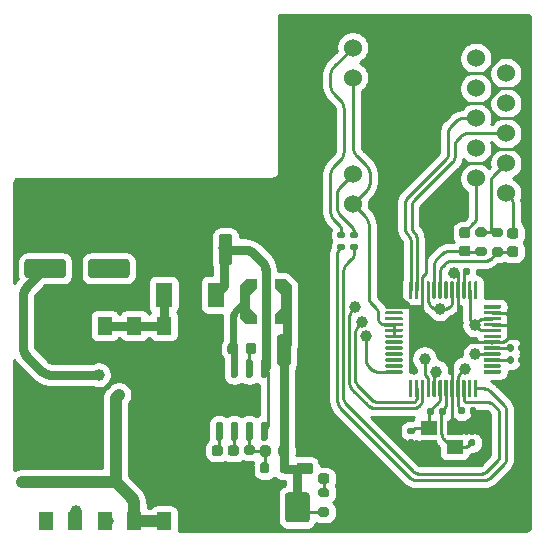
<source format=gbr>
%TF.GenerationSoftware,KiCad,Pcbnew,5.1.9+dfsg1-1*%
%TF.CreationDate,2022-09-05T14:40:43+03:00*%
%TF.ProjectId,Meteostation,4d657465-6f73-4746-9174-696f6e2e6b69,rev?*%
%TF.SameCoordinates,Original*%
%TF.FileFunction,Copper,L2,Bot*%
%TF.FilePolarity,Positive*%
%FSLAX46Y46*%
G04 Gerber Fmt 4.6, Leading zero omitted, Abs format (unit mm)*
G04 Created by KiCad (PCBNEW 5.1.9+dfsg1-1) date 2022-09-05 14:40:43*
%MOMM*%
%LPD*%
G01*
G04 APERTURE LIST*
%TA.AperFunction,ComponentPad*%
%ADD10C,3.000000*%
%TD*%
%TA.AperFunction,ComponentPad*%
%ADD11C,1.524000*%
%TD*%
%TA.AperFunction,SMDPad,CuDef*%
%ADD12C,0.100000*%
%TD*%
%TA.AperFunction,SMDPad,CuDef*%
%ADD13R,3.100000X2.410000*%
%TD*%
%TA.AperFunction,SMDPad,CuDef*%
%ADD14R,1.400000X2.100000*%
%TD*%
%TA.AperFunction,SMDPad,CuDef*%
%ADD15R,1.400000X1.200000*%
%TD*%
%TA.AperFunction,SMDPad,CuDef*%
%ADD16R,1.270000X1.550000*%
%TD*%
%TA.AperFunction,ViaPad*%
%ADD17C,0.800000*%
%TD*%
%TA.AperFunction,ViaPad*%
%ADD18C,1.000000*%
%TD*%
%TA.AperFunction,Conductor*%
%ADD19C,0.250000*%
%TD*%
%TA.AperFunction,Conductor*%
%ADD20C,1.000000*%
%TD*%
%TA.AperFunction,Conductor*%
%ADD21C,0.800000*%
%TD*%
%TA.AperFunction,Conductor*%
%ADD22C,0.600000*%
%TD*%
%TA.AperFunction,Conductor*%
%ADD23C,0.254000*%
%TD*%
%TA.AperFunction,Conductor*%
%ADD24C,0.100000*%
%TD*%
G04 APERTURE END LIST*
%TO.P,D3,48*%
%TO.N,GND*%
%TA.AperFunction,SMDPad,CuDef*%
G36*
G01*
X51225000Y-85150000D02*
X52550000Y-85150000D01*
G75*
G02*
X52625000Y-85225000I0J-75000D01*
G01*
X52625000Y-85375000D01*
G75*
G02*
X52550000Y-85450000I-75000J0D01*
G01*
X51225000Y-85450000D01*
G75*
G02*
X51150000Y-85375000I0J75000D01*
G01*
X51150000Y-85225000D01*
G75*
G02*
X51225000Y-85150000I75000J0D01*
G01*
G37*
%TD.AperFunction*%
%TO.P,D3,47*%
%TO.N,N/C*%
%TA.AperFunction,SMDPad,CuDef*%
G36*
G01*
X51225000Y-85650000D02*
X52550000Y-85650000D01*
G75*
G02*
X52625000Y-85725000I0J-75000D01*
G01*
X52625000Y-85875000D01*
G75*
G02*
X52550000Y-85950000I-75000J0D01*
G01*
X51225000Y-85950000D01*
G75*
G02*
X51150000Y-85875000I0J75000D01*
G01*
X51150000Y-85725000D01*
G75*
G02*
X51225000Y-85650000I75000J0D01*
G01*
G37*
%TD.AperFunction*%
%TO.P,D3,46*%
%TA.AperFunction,SMDPad,CuDef*%
G36*
G01*
X51225000Y-86150000D02*
X52550000Y-86150000D01*
G75*
G02*
X52625000Y-86225000I0J-75000D01*
G01*
X52625000Y-86375000D01*
G75*
G02*
X52550000Y-86450000I-75000J0D01*
G01*
X51225000Y-86450000D01*
G75*
G02*
X51150000Y-86375000I0J75000D01*
G01*
X51150000Y-86225000D01*
G75*
G02*
X51225000Y-86150000I75000J0D01*
G01*
G37*
%TD.AperFunction*%
%TO.P,D3,45*%
%TO.N,+3.3VDAC*%
%TA.AperFunction,SMDPad,CuDef*%
G36*
G01*
X51225000Y-86650000D02*
X52550000Y-86650000D01*
G75*
G02*
X52625000Y-86725000I0J-75000D01*
G01*
X52625000Y-86875000D01*
G75*
G02*
X52550000Y-86950000I-75000J0D01*
G01*
X51225000Y-86950000D01*
G75*
G02*
X51150000Y-86875000I0J75000D01*
G01*
X51150000Y-86725000D01*
G75*
G02*
X51225000Y-86650000I75000J0D01*
G01*
G37*
%TD.AperFunction*%
%TO.P,D3,44*%
%TA.AperFunction,SMDPad,CuDef*%
G36*
G01*
X51225000Y-87150000D02*
X52550000Y-87150000D01*
G75*
G02*
X52625000Y-87225000I0J-75000D01*
G01*
X52625000Y-87375000D01*
G75*
G02*
X52550000Y-87450000I-75000J0D01*
G01*
X51225000Y-87450000D01*
G75*
G02*
X51150000Y-87375000I0J75000D01*
G01*
X51150000Y-87225000D01*
G75*
G02*
X51225000Y-87150000I75000J0D01*
G01*
G37*
%TD.AperFunction*%
%TO.P,D3,43*%
%TA.AperFunction,SMDPad,CuDef*%
G36*
G01*
X51225000Y-87650000D02*
X52550000Y-87650000D01*
G75*
G02*
X52625000Y-87725000I0J-75000D01*
G01*
X52625000Y-87875000D01*
G75*
G02*
X52550000Y-87950000I-75000J0D01*
G01*
X51225000Y-87950000D01*
G75*
G02*
X51150000Y-87875000I0J75000D01*
G01*
X51150000Y-87725000D01*
G75*
G02*
X51225000Y-87650000I75000J0D01*
G01*
G37*
%TD.AperFunction*%
%TO.P,D3,42*%
%TO.N,N/C*%
%TA.AperFunction,SMDPad,CuDef*%
G36*
G01*
X51225000Y-88150000D02*
X52550000Y-88150000D01*
G75*
G02*
X52625000Y-88225000I0J-75000D01*
G01*
X52625000Y-88375000D01*
G75*
G02*
X52550000Y-88450000I-75000J0D01*
G01*
X51225000Y-88450000D01*
G75*
G02*
X51150000Y-88375000I0J75000D01*
G01*
X51150000Y-88225000D01*
G75*
G02*
X51225000Y-88150000I75000J0D01*
G01*
G37*
%TD.AperFunction*%
%TO.P,D3,41*%
%TA.AperFunction,SMDPad,CuDef*%
G36*
G01*
X51225000Y-88650000D02*
X52550000Y-88650000D01*
G75*
G02*
X52625000Y-88725000I0J-75000D01*
G01*
X52625000Y-88875000D01*
G75*
G02*
X52550000Y-88950000I-75000J0D01*
G01*
X51225000Y-88950000D01*
G75*
G02*
X51150000Y-88875000I0J75000D01*
G01*
X51150000Y-88725000D01*
G75*
G02*
X51225000Y-88650000I75000J0D01*
G01*
G37*
%TD.AperFunction*%
%TO.P,D3,40*%
%TA.AperFunction,SMDPad,CuDef*%
G36*
G01*
X51225000Y-89150000D02*
X52550000Y-89150000D01*
G75*
G02*
X52625000Y-89225000I0J-75000D01*
G01*
X52625000Y-89375000D01*
G75*
G02*
X52550000Y-89450000I-75000J0D01*
G01*
X51225000Y-89450000D01*
G75*
G02*
X51150000Y-89375000I0J75000D01*
G01*
X51150000Y-89225000D01*
G75*
G02*
X51225000Y-89150000I75000J0D01*
G01*
G37*
%TD.AperFunction*%
%TO.P,D3,39*%
%TA.AperFunction,SMDPad,CuDef*%
G36*
G01*
X51225000Y-89650000D02*
X52550000Y-89650000D01*
G75*
G02*
X52625000Y-89725000I0J-75000D01*
G01*
X52625000Y-89875000D01*
G75*
G02*
X52550000Y-89950000I-75000J0D01*
G01*
X51225000Y-89950000D01*
G75*
G02*
X51150000Y-89875000I0J75000D01*
G01*
X51150000Y-89725000D01*
G75*
G02*
X51225000Y-89650000I75000J0D01*
G01*
G37*
%TD.AperFunction*%
%TO.P,D3,38*%
%TA.AperFunction,SMDPad,CuDef*%
G36*
G01*
X51225000Y-90150000D02*
X52550000Y-90150000D01*
G75*
G02*
X52625000Y-90225000I0J-75000D01*
G01*
X52625000Y-90375000D01*
G75*
G02*
X52550000Y-90450000I-75000J0D01*
G01*
X51225000Y-90450000D01*
G75*
G02*
X51150000Y-90375000I0J75000D01*
G01*
X51150000Y-90225000D01*
G75*
G02*
X51225000Y-90150000I75000J0D01*
G01*
G37*
%TD.AperFunction*%
%TO.P,D3,37*%
%TO.N,RSTn*%
%TA.AperFunction,SMDPad,CuDef*%
G36*
G01*
X51225000Y-90650000D02*
X52550000Y-90650000D01*
G75*
G02*
X52625000Y-90725000I0J-75000D01*
G01*
X52625000Y-90875000D01*
G75*
G02*
X52550000Y-90950000I-75000J0D01*
G01*
X51225000Y-90950000D01*
G75*
G02*
X51150000Y-90875000I0J75000D01*
G01*
X51150000Y-90725000D01*
G75*
G02*
X51225000Y-90650000I75000J0D01*
G01*
G37*
%TD.AperFunction*%
%TO.P,D3,36*%
%TO.N,N/C*%
%TA.AperFunction,SMDPad,CuDef*%
G36*
G01*
X53225000Y-91475000D02*
X53375000Y-91475000D01*
G75*
G02*
X53450000Y-91550000I0J-75000D01*
G01*
X53450000Y-92875000D01*
G75*
G02*
X53375000Y-92950000I-75000J0D01*
G01*
X53225000Y-92950000D01*
G75*
G02*
X53150000Y-92875000I0J75000D01*
G01*
X53150000Y-91550000D01*
G75*
G02*
X53225000Y-91475000I75000J0D01*
G01*
G37*
%TD.AperFunction*%
%TO.P,D3,35*%
%TO.N,MOSI*%
%TA.AperFunction,SMDPad,CuDef*%
G36*
G01*
X53725000Y-91475000D02*
X53875000Y-91475000D01*
G75*
G02*
X53950000Y-91550000I0J-75000D01*
G01*
X53950000Y-92875000D01*
G75*
G02*
X53875000Y-92950000I-75000J0D01*
G01*
X53725000Y-92950000D01*
G75*
G02*
X53650000Y-92875000I0J75000D01*
G01*
X53650000Y-91550000D01*
G75*
G02*
X53725000Y-91475000I75000J0D01*
G01*
G37*
%TD.AperFunction*%
%TO.P,D3,34*%
%TO.N,MISO*%
%TA.AperFunction,SMDPad,CuDef*%
G36*
G01*
X54225000Y-91475000D02*
X54375000Y-91475000D01*
G75*
G02*
X54450000Y-91550000I0J-75000D01*
G01*
X54450000Y-92875000D01*
G75*
G02*
X54375000Y-92950000I-75000J0D01*
G01*
X54225000Y-92950000D01*
G75*
G02*
X54150000Y-92875000I0J75000D01*
G01*
X54150000Y-91550000D01*
G75*
G02*
X54225000Y-91475000I75000J0D01*
G01*
G37*
%TD.AperFunction*%
%TO.P,D3,33*%
%TO.N,SCLK*%
%TA.AperFunction,SMDPad,CuDef*%
G36*
G01*
X54725000Y-91475000D02*
X54875000Y-91475000D01*
G75*
G02*
X54950000Y-91550000I0J-75000D01*
G01*
X54950000Y-92875000D01*
G75*
G02*
X54875000Y-92950000I-75000J0D01*
G01*
X54725000Y-92950000D01*
G75*
G02*
X54650000Y-92875000I0J75000D01*
G01*
X54650000Y-91550000D01*
G75*
G02*
X54725000Y-91475000I75000J0D01*
G01*
G37*
%TD.AperFunction*%
%TO.P,D3,32*%
%TO.N,SCSn*%
%TA.AperFunction,SMDPad,CuDef*%
G36*
G01*
X55225000Y-91475000D02*
X55375000Y-91475000D01*
G75*
G02*
X55450000Y-91550000I0J-75000D01*
G01*
X55450000Y-92875000D01*
G75*
G02*
X55375000Y-92950000I-75000J0D01*
G01*
X55225000Y-92950000D01*
G75*
G02*
X55150000Y-92875000I0J75000D01*
G01*
X55150000Y-91550000D01*
G75*
G02*
X55225000Y-91475000I75000J0D01*
G01*
G37*
%TD.AperFunction*%
%TO.P,D3,31*%
%TO.N,Net-(C4-Pad1)*%
%TA.AperFunction,SMDPad,CuDef*%
G36*
G01*
X55725000Y-91475000D02*
X55875000Y-91475000D01*
G75*
G02*
X55950000Y-91550000I0J-75000D01*
G01*
X55950000Y-92875000D01*
G75*
G02*
X55875000Y-92950000I-75000J0D01*
G01*
X55725000Y-92950000D01*
G75*
G02*
X55650000Y-92875000I0J75000D01*
G01*
X55650000Y-91550000D01*
G75*
G02*
X55725000Y-91475000I75000J0D01*
G01*
G37*
%TD.AperFunction*%
%TO.P,D3,30*%
%TO.N,Net-(C7-Pad1)*%
%TA.AperFunction,SMDPad,CuDef*%
G36*
G01*
X56225000Y-91475000D02*
X56375000Y-91475000D01*
G75*
G02*
X56450000Y-91550000I0J-75000D01*
G01*
X56450000Y-92875000D01*
G75*
G02*
X56375000Y-92950000I-75000J0D01*
G01*
X56225000Y-92950000D01*
G75*
G02*
X56150000Y-92875000I0J75000D01*
G01*
X56150000Y-91550000D01*
G75*
G02*
X56225000Y-91475000I75000J0D01*
G01*
G37*
%TD.AperFunction*%
%TO.P,D3,29*%
%TO.N,GND*%
%TA.AperFunction,SMDPad,CuDef*%
G36*
G01*
X56725000Y-91475000D02*
X56875000Y-91475000D01*
G75*
G02*
X56950000Y-91550000I0J-75000D01*
G01*
X56950000Y-92875000D01*
G75*
G02*
X56875000Y-92950000I-75000J0D01*
G01*
X56725000Y-92950000D01*
G75*
G02*
X56650000Y-92875000I0J75000D01*
G01*
X56650000Y-91550000D01*
G75*
G02*
X56725000Y-91475000I75000J0D01*
G01*
G37*
%TD.AperFunction*%
%TO.P,D3,28*%
%TO.N,+3.3VDAC*%
%TA.AperFunction,SMDPad,CuDef*%
G36*
G01*
X57225000Y-91475000D02*
X57375000Y-91475000D01*
G75*
G02*
X57450000Y-91550000I0J-75000D01*
G01*
X57450000Y-92875000D01*
G75*
G02*
X57375000Y-92950000I-75000J0D01*
G01*
X57225000Y-92950000D01*
G75*
G02*
X57150000Y-92875000I0J75000D01*
G01*
X57150000Y-91550000D01*
G75*
G02*
X57225000Y-91475000I75000J0D01*
G01*
G37*
%TD.AperFunction*%
%TO.P,D3,27*%
%TO.N,Net-(D3-Pad27)*%
%TA.AperFunction,SMDPad,CuDef*%
G36*
G01*
X57725000Y-91475000D02*
X57875000Y-91475000D01*
G75*
G02*
X57950000Y-91550000I0J-75000D01*
G01*
X57950000Y-92875000D01*
G75*
G02*
X57875000Y-92950000I-75000J0D01*
G01*
X57725000Y-92950000D01*
G75*
G02*
X57650000Y-92875000I0J75000D01*
G01*
X57650000Y-91550000D01*
G75*
G02*
X57725000Y-91475000I75000J0D01*
G01*
G37*
%TD.AperFunction*%
%TO.P,D3,26*%
%TO.N,N/C*%
%TA.AperFunction,SMDPad,CuDef*%
G36*
G01*
X58225000Y-91475000D02*
X58375000Y-91475000D01*
G75*
G02*
X58450000Y-91550000I0J-75000D01*
G01*
X58450000Y-92875000D01*
G75*
G02*
X58375000Y-92950000I-75000J0D01*
G01*
X58225000Y-92950000D01*
G75*
G02*
X58150000Y-92875000I0J75000D01*
G01*
X58150000Y-91550000D01*
G75*
G02*
X58225000Y-91475000I75000J0D01*
G01*
G37*
%TD.AperFunction*%
%TO.P,D3,25*%
%TO.N,Net-(D3-Pad25)*%
%TA.AperFunction,SMDPad,CuDef*%
G36*
G01*
X58725000Y-91475000D02*
X58875000Y-91475000D01*
G75*
G02*
X58950000Y-91550000I0J-75000D01*
G01*
X58950000Y-92875000D01*
G75*
G02*
X58875000Y-92950000I-75000J0D01*
G01*
X58725000Y-92950000D01*
G75*
G02*
X58650000Y-92875000I0J75000D01*
G01*
X58650000Y-91550000D01*
G75*
G02*
X58725000Y-91475000I75000J0D01*
G01*
G37*
%TD.AperFunction*%
%TO.P,D3,24*%
%TO.N,N/C*%
%TA.AperFunction,SMDPad,CuDef*%
G36*
G01*
X59550000Y-90650000D02*
X60875000Y-90650000D01*
G75*
G02*
X60950000Y-90725000I0J-75000D01*
G01*
X60950000Y-90875000D01*
G75*
G02*
X60875000Y-90950000I-75000J0D01*
G01*
X59550000Y-90950000D01*
G75*
G02*
X59475000Y-90875000I0J75000D01*
G01*
X59475000Y-90725000D01*
G75*
G02*
X59550000Y-90650000I75000J0D01*
G01*
G37*
%TD.AperFunction*%
%TO.P,D3,23*%
%TA.AperFunction,SMDPad,CuDef*%
G36*
G01*
X59550000Y-90150000D02*
X60875000Y-90150000D01*
G75*
G02*
X60950000Y-90225000I0J-75000D01*
G01*
X60950000Y-90375000D01*
G75*
G02*
X60875000Y-90450000I-75000J0D01*
G01*
X59550000Y-90450000D01*
G75*
G02*
X59475000Y-90375000I0J75000D01*
G01*
X59475000Y-90225000D01*
G75*
G02*
X59550000Y-90150000I75000J0D01*
G01*
G37*
%TD.AperFunction*%
%TO.P,D3,22*%
%TO.N,Net-(C10-Pad2)*%
%TA.AperFunction,SMDPad,CuDef*%
G36*
G01*
X59550000Y-89650000D02*
X60875000Y-89650000D01*
G75*
G02*
X60950000Y-89725000I0J-75000D01*
G01*
X60950000Y-89875000D01*
G75*
G02*
X60875000Y-89950000I-75000J0D01*
G01*
X59550000Y-89950000D01*
G75*
G02*
X59475000Y-89875000I0J75000D01*
G01*
X59475000Y-89725000D01*
G75*
G02*
X59550000Y-89650000I75000J0D01*
G01*
G37*
%TD.AperFunction*%
%TO.P,D3,21*%
%TO.N,+3.3VA*%
%TA.AperFunction,SMDPad,CuDef*%
G36*
G01*
X59550000Y-89150000D02*
X60875000Y-89150000D01*
G75*
G02*
X60950000Y-89225000I0J-75000D01*
G01*
X60950000Y-89375000D01*
G75*
G02*
X60875000Y-89450000I-75000J0D01*
G01*
X59550000Y-89450000D01*
G75*
G02*
X59475000Y-89375000I0J75000D01*
G01*
X59475000Y-89225000D01*
G75*
G02*
X59550000Y-89150000I75000J0D01*
G01*
G37*
%TD.AperFunction*%
%TO.P,D3,20*%
%TO.N,Net-(C12-Pad2)*%
%TA.AperFunction,SMDPad,CuDef*%
G36*
G01*
X59550000Y-88650000D02*
X60875000Y-88650000D01*
G75*
G02*
X60950000Y-88725000I0J-75000D01*
G01*
X60950000Y-88875000D01*
G75*
G02*
X60875000Y-88950000I-75000J0D01*
G01*
X59550000Y-88950000D01*
G75*
G02*
X59475000Y-88875000I0J75000D01*
G01*
X59475000Y-88725000D01*
G75*
G02*
X59550000Y-88650000I75000J0D01*
G01*
G37*
%TD.AperFunction*%
%TO.P,D3,19*%
%TO.N,GND*%
%TA.AperFunction,SMDPad,CuDef*%
G36*
G01*
X59550000Y-88150000D02*
X60875000Y-88150000D01*
G75*
G02*
X60950000Y-88225000I0J-75000D01*
G01*
X60950000Y-88375000D01*
G75*
G02*
X60875000Y-88450000I-75000J0D01*
G01*
X59550000Y-88450000D01*
G75*
G02*
X59475000Y-88375000I0J75000D01*
G01*
X59475000Y-88225000D01*
G75*
G02*
X59550000Y-88150000I75000J0D01*
G01*
G37*
%TD.AperFunction*%
%TO.P,D3,18*%
%TO.N,N/C*%
%TA.AperFunction,SMDPad,CuDef*%
G36*
G01*
X59550000Y-87650000D02*
X60875000Y-87650000D01*
G75*
G02*
X60950000Y-87725000I0J-75000D01*
G01*
X60950000Y-87875000D01*
G75*
G02*
X60875000Y-87950000I-75000J0D01*
G01*
X59550000Y-87950000D01*
G75*
G02*
X59475000Y-87875000I0J75000D01*
G01*
X59475000Y-87725000D01*
G75*
G02*
X59550000Y-87650000I75000J0D01*
G01*
G37*
%TD.AperFunction*%
%TO.P,D3,17*%
%TO.N,+3.3VA*%
%TA.AperFunction,SMDPad,CuDef*%
G36*
G01*
X59550000Y-87150000D02*
X60875000Y-87150000D01*
G75*
G02*
X60950000Y-87225000I0J-75000D01*
G01*
X60950000Y-87375000D01*
G75*
G02*
X60875000Y-87450000I-75000J0D01*
G01*
X59550000Y-87450000D01*
G75*
G02*
X59475000Y-87375000I0J75000D01*
G01*
X59475000Y-87225000D01*
G75*
G02*
X59550000Y-87150000I75000J0D01*
G01*
G37*
%TD.AperFunction*%
%TO.P,D3,16*%
%TO.N,GND*%
%TA.AperFunction,SMDPad,CuDef*%
G36*
G01*
X59550000Y-86650000D02*
X60875000Y-86650000D01*
G75*
G02*
X60950000Y-86725000I0J-75000D01*
G01*
X60950000Y-86875000D01*
G75*
G02*
X60875000Y-86950000I-75000J0D01*
G01*
X59550000Y-86950000D01*
G75*
G02*
X59475000Y-86875000I0J75000D01*
G01*
X59475000Y-86725000D01*
G75*
G02*
X59550000Y-86650000I75000J0D01*
G01*
G37*
%TD.AperFunction*%
%TO.P,D3,15*%
%TO.N,+3.3VA*%
%TA.AperFunction,SMDPad,CuDef*%
G36*
G01*
X59550000Y-86150000D02*
X60875000Y-86150000D01*
G75*
G02*
X60950000Y-86225000I0J-75000D01*
G01*
X60950000Y-86375000D01*
G75*
G02*
X60875000Y-86450000I-75000J0D01*
G01*
X59550000Y-86450000D01*
G75*
G02*
X59475000Y-86375000I0J75000D01*
G01*
X59475000Y-86225000D01*
G75*
G02*
X59550000Y-86150000I75000J0D01*
G01*
G37*
%TD.AperFunction*%
%TO.P,D3,14*%
%TO.N,GND*%
%TA.AperFunction,SMDPad,CuDef*%
G36*
G01*
X59550000Y-85650000D02*
X60875000Y-85650000D01*
G75*
G02*
X60950000Y-85725000I0J-75000D01*
G01*
X60950000Y-85875000D01*
G75*
G02*
X60875000Y-85950000I-75000J0D01*
G01*
X59550000Y-85950000D01*
G75*
G02*
X59475000Y-85875000I0J75000D01*
G01*
X59475000Y-85725000D01*
G75*
G02*
X59550000Y-85650000I75000J0D01*
G01*
G37*
%TD.AperFunction*%
%TO.P,D3,13*%
%TO.N,N/C*%
%TA.AperFunction,SMDPad,CuDef*%
G36*
G01*
X59550000Y-85150000D02*
X60875000Y-85150000D01*
G75*
G02*
X60950000Y-85225000I0J-75000D01*
G01*
X60950000Y-85375000D01*
G75*
G02*
X60875000Y-85450000I-75000J0D01*
G01*
X59550000Y-85450000D01*
G75*
G02*
X59475000Y-85375000I0J75000D01*
G01*
X59475000Y-85225000D01*
G75*
G02*
X59550000Y-85150000I75000J0D01*
G01*
G37*
%TD.AperFunction*%
%TO.P,D3,12*%
%TA.AperFunction,SMDPad,CuDef*%
G36*
G01*
X58725000Y-83150000D02*
X58875000Y-83150000D01*
G75*
G02*
X58950000Y-83225000I0J-75000D01*
G01*
X58950000Y-84550000D01*
G75*
G02*
X58875000Y-84625000I-75000J0D01*
G01*
X58725000Y-84625000D01*
G75*
G02*
X58650000Y-84550000I0J75000D01*
G01*
X58650000Y-83225000D01*
G75*
G02*
X58725000Y-83150000I75000J0D01*
G01*
G37*
%TD.AperFunction*%
%TO.P,D3,11*%
%TO.N,+3.3VA*%
%TA.AperFunction,SMDPad,CuDef*%
G36*
G01*
X58225000Y-83150000D02*
X58375000Y-83150000D01*
G75*
G02*
X58450000Y-83225000I0J-75000D01*
G01*
X58450000Y-84550000D01*
G75*
G02*
X58375000Y-84625000I-75000J0D01*
G01*
X58225000Y-84625000D01*
G75*
G02*
X58150000Y-84550000I0J75000D01*
G01*
X58150000Y-83225000D01*
G75*
G02*
X58225000Y-83150000I75000J0D01*
G01*
G37*
%TD.AperFunction*%
%TO.P,D3,10*%
%TO.N,Net-(D3-Pad10)*%
%TA.AperFunction,SMDPad,CuDef*%
G36*
G01*
X57725000Y-83150000D02*
X57875000Y-83150000D01*
G75*
G02*
X57950000Y-83225000I0J-75000D01*
G01*
X57950000Y-84550000D01*
G75*
G02*
X57875000Y-84625000I-75000J0D01*
G01*
X57725000Y-84625000D01*
G75*
G02*
X57650000Y-84550000I0J75000D01*
G01*
X57650000Y-83225000D01*
G75*
G02*
X57725000Y-83150000I75000J0D01*
G01*
G37*
%TD.AperFunction*%
%TO.P,D3,9*%
%TO.N,GND*%
%TA.AperFunction,SMDPad,CuDef*%
G36*
G01*
X57225000Y-83150000D02*
X57375000Y-83150000D01*
G75*
G02*
X57450000Y-83225000I0J-75000D01*
G01*
X57450000Y-84550000D01*
G75*
G02*
X57375000Y-84625000I-75000J0D01*
G01*
X57225000Y-84625000D01*
G75*
G02*
X57150000Y-84550000I0J75000D01*
G01*
X57150000Y-83225000D01*
G75*
G02*
X57225000Y-83150000I75000J0D01*
G01*
G37*
%TD.AperFunction*%
%TO.P,D3,8*%
%TO.N,+3.3VA*%
%TA.AperFunction,SMDPad,CuDef*%
G36*
G01*
X56725000Y-83150000D02*
X56875000Y-83150000D01*
G75*
G02*
X56950000Y-83225000I0J-75000D01*
G01*
X56950000Y-84550000D01*
G75*
G02*
X56875000Y-84625000I-75000J0D01*
G01*
X56725000Y-84625000D01*
G75*
G02*
X56650000Y-84550000I0J75000D01*
G01*
X56650000Y-83225000D01*
G75*
G02*
X56725000Y-83150000I75000J0D01*
G01*
G37*
%TD.AperFunction*%
%TO.P,D3,7*%
%TO.N,N/C*%
%TA.AperFunction,SMDPad,CuDef*%
G36*
G01*
X56225000Y-83150000D02*
X56375000Y-83150000D01*
G75*
G02*
X56450000Y-83225000I0J-75000D01*
G01*
X56450000Y-84550000D01*
G75*
G02*
X56375000Y-84625000I-75000J0D01*
G01*
X56225000Y-84625000D01*
G75*
G02*
X56150000Y-84550000I0J75000D01*
G01*
X56150000Y-83225000D01*
G75*
G02*
X56225000Y-83150000I75000J0D01*
G01*
G37*
%TD.AperFunction*%
%TO.P,D3,6*%
%TO.N,Net-(C25-Pad1)*%
%TA.AperFunction,SMDPad,CuDef*%
G36*
G01*
X55725000Y-83150000D02*
X55875000Y-83150000D01*
G75*
G02*
X55950000Y-83225000I0J-75000D01*
G01*
X55950000Y-84550000D01*
G75*
G02*
X55875000Y-84625000I-75000J0D01*
G01*
X55725000Y-84625000D01*
G75*
G02*
X55650000Y-84550000I0J75000D01*
G01*
X55650000Y-83225000D01*
G75*
G02*
X55725000Y-83150000I75000J0D01*
G01*
G37*
%TD.AperFunction*%
%TO.P,D3,5*%
%TO.N,Net-(C26-Pad1)*%
%TA.AperFunction,SMDPad,CuDef*%
G36*
G01*
X55225000Y-83150000D02*
X55375000Y-83150000D01*
G75*
G02*
X55450000Y-83225000I0J-75000D01*
G01*
X55450000Y-84550000D01*
G75*
G02*
X55375000Y-84625000I-75000J0D01*
G01*
X55225000Y-84625000D01*
G75*
G02*
X55150000Y-84550000I0J75000D01*
G01*
X55150000Y-83225000D01*
G75*
G02*
X55225000Y-83150000I75000J0D01*
G01*
G37*
%TD.AperFunction*%
%TO.P,D3,4*%
%TO.N,+3.3VA*%
%TA.AperFunction,SMDPad,CuDef*%
G36*
G01*
X54725000Y-83150000D02*
X54875000Y-83150000D01*
G75*
G02*
X54950000Y-83225000I0J-75000D01*
G01*
X54950000Y-84550000D01*
G75*
G02*
X54875000Y-84625000I-75000J0D01*
G01*
X54725000Y-84625000D01*
G75*
G02*
X54650000Y-84550000I0J75000D01*
G01*
X54650000Y-83225000D01*
G75*
G02*
X54725000Y-83150000I75000J0D01*
G01*
G37*
%TD.AperFunction*%
%TO.P,D3,3*%
%TO.N,GND*%
%TA.AperFunction,SMDPad,CuDef*%
G36*
G01*
X54225000Y-83150000D02*
X54375000Y-83150000D01*
G75*
G02*
X54450000Y-83225000I0J-75000D01*
G01*
X54450000Y-84550000D01*
G75*
G02*
X54375000Y-84625000I-75000J0D01*
G01*
X54225000Y-84625000D01*
G75*
G02*
X54150000Y-84550000I0J75000D01*
G01*
X54150000Y-83225000D01*
G75*
G02*
X54225000Y-83150000I75000J0D01*
G01*
G37*
%TD.AperFunction*%
%TO.P,D3,2*%
%TO.N,Net-(D3-Pad2)*%
%TA.AperFunction,SMDPad,CuDef*%
G36*
G01*
X53725000Y-83150000D02*
X53875000Y-83150000D01*
G75*
G02*
X53950000Y-83225000I0J-75000D01*
G01*
X53950000Y-84550000D01*
G75*
G02*
X53875000Y-84625000I-75000J0D01*
G01*
X53725000Y-84625000D01*
G75*
G02*
X53650000Y-84550000I0J75000D01*
G01*
X53650000Y-83225000D01*
G75*
G02*
X53725000Y-83150000I75000J0D01*
G01*
G37*
%TD.AperFunction*%
%TO.P,D3,1*%
%TO.N,Net-(D3-Pad1)*%
%TA.AperFunction,SMDPad,CuDef*%
G36*
G01*
X53225000Y-83150000D02*
X53375000Y-83150000D01*
G75*
G02*
X53450000Y-83225000I0J-75000D01*
G01*
X53450000Y-84550000D01*
G75*
G02*
X53375000Y-84625000I-75000J0D01*
G01*
X53225000Y-84625000D01*
G75*
G02*
X53150000Y-84550000I0J75000D01*
G01*
X53150000Y-83225000D01*
G75*
G02*
X53225000Y-83150000I75000J0D01*
G01*
G37*
%TD.AperFunction*%
%TD*%
D10*
%TO.P,T1,16*%
%TO.N,GND*%
X55525000Y-62230000D03*
%TO.P,T1,15*%
X55525000Y-77720000D03*
D11*
%TO.P,T1,13*%
%TO.N,+3.3VDAC*%
X48395000Y-65890000D03*
%TO.P,T1,14*%
%TO.N,Link*%
X48395000Y-63350000D03*
%TO.P,T1,12*%
%TO.N,Activ*%
X48395000Y-74060000D03*
%TO.P,T1,11*%
%TO.N,+3.3VDAC*%
X48395000Y-76600000D03*
%TO.P,T1,2*%
%TO.N,Net-(C26-Pad2)*%
X58825000Y-74420000D03*
%TO.P,T1,4*%
%TO.N,Net-(C20-Pad1)*%
X58825000Y-71880000D03*
%TO.P,T1,6*%
%TO.N,Net-(D3-Pad1)*%
X58825000Y-69340000D03*
%TO.P,T1,8*%
%TO.N,N/C*%
X58825000Y-66800000D03*
%TO.P,T1,10*%
%TO.N,Net-(D9-Pad2)*%
X58825000Y-64260000D03*
%TO.P,T1,1*%
%TO.N,Net-(C25-Pad2)*%
X61365000Y-75690000D03*
%TO.P,T1,3*%
%TO.N,Net-(C16-Pad2)*%
X61365000Y-73150000D03*
%TO.P,T1,5*%
%TO.N,Net-(D3-Pad2)*%
X61365000Y-70610000D03*
%TO.P,T1,7*%
%TO.N,N/C*%
X61365000Y-68070000D03*
%TO.P,T1,9*%
%TO.N,Net-(C19-Pad1)*%
X61365000Y-65530000D03*
%TD*%
%TO.P,R11,2*%
%TO.N,Net-(D3-Pad10)*%
%TA.AperFunction,SMDPad,CuDef*%
G36*
G01*
X57765000Y-82485000D02*
X57765000Y-82115000D01*
G75*
G02*
X57900000Y-81980000I135000J0D01*
G01*
X58170000Y-81980000D01*
G75*
G02*
X58305000Y-82115000I0J-135000D01*
G01*
X58305000Y-82485000D01*
G75*
G02*
X58170000Y-82620000I-135000J0D01*
G01*
X57900000Y-82620000D01*
G75*
G02*
X57765000Y-82485000I0J135000D01*
G01*
G37*
%TD.AperFunction*%
%TO.P,R11,1*%
%TO.N,GND*%
%TA.AperFunction,SMDPad,CuDef*%
G36*
G01*
X56745000Y-82485000D02*
X56745000Y-82115000D01*
G75*
G02*
X56880000Y-81980000I135000J0D01*
G01*
X57150000Y-81980000D01*
G75*
G02*
X57285000Y-82115000I0J-135000D01*
G01*
X57285000Y-82485000D01*
G75*
G02*
X57150000Y-82620000I-135000J0D01*
G01*
X56880000Y-82620000D01*
G75*
G02*
X56745000Y-82485000I0J135000D01*
G01*
G37*
%TD.AperFunction*%
%TD*%
%TO.P,R15,2*%
%TO.N,/5.6-6v*%
%TA.AperFunction,SMDPad,CuDef*%
G36*
G01*
X45654240Y-102277400D02*
X46204240Y-102277400D01*
G75*
G02*
X46404240Y-102477400I0J-200000D01*
G01*
X46404240Y-102877400D01*
G75*
G02*
X46204240Y-103077400I-200000J0D01*
G01*
X45654240Y-103077400D01*
G75*
G02*
X45454240Y-102877400I0J200000D01*
G01*
X45454240Y-102477400D01*
G75*
G02*
X45654240Y-102277400I200000J0D01*
G01*
G37*
%TD.AperFunction*%
%TO.P,R15,1*%
%TO.N,Net-(D5-Pad2)*%
%TA.AperFunction,SMDPad,CuDef*%
G36*
G01*
X45654240Y-100627400D02*
X46204240Y-100627400D01*
G75*
G02*
X46404240Y-100827400I0J-200000D01*
G01*
X46404240Y-101227400D01*
G75*
G02*
X46204240Y-101427400I-200000J0D01*
G01*
X45654240Y-101427400D01*
G75*
G02*
X45454240Y-101227400I0J200000D01*
G01*
X45454240Y-100827400D01*
G75*
G02*
X45654240Y-100627400I200000J0D01*
G01*
G37*
%TD.AperFunction*%
%TD*%
%TO.P,C57,2*%
%TO.N,/5.6-6v*%
%TA.AperFunction,SMDPad,CuDef*%
G36*
G01*
X42098800Y-97759000D02*
X42098800Y-97259000D01*
G75*
G02*
X42323800Y-97034000I225000J0D01*
G01*
X42773800Y-97034000D01*
G75*
G02*
X42998800Y-97259000I0J-225000D01*
G01*
X42998800Y-97759000D01*
G75*
G02*
X42773800Y-97984000I-225000J0D01*
G01*
X42323800Y-97984000D01*
G75*
G02*
X42098800Y-97759000I0J225000D01*
G01*
G37*
%TD.AperFunction*%
%TO.P,C57,1*%
%TO.N,Net-(C57-Pad1)*%
%TA.AperFunction,SMDPad,CuDef*%
G36*
G01*
X40548800Y-97759000D02*
X40548800Y-97259000D01*
G75*
G02*
X40773800Y-97034000I225000J0D01*
G01*
X41223800Y-97034000D01*
G75*
G02*
X41448800Y-97259000I0J-225000D01*
G01*
X41448800Y-97759000D01*
G75*
G02*
X41223800Y-97984000I-225000J0D01*
G01*
X40773800Y-97984000D01*
G75*
G02*
X40548800Y-97759000I0J225000D01*
G01*
G37*
%TD.AperFunction*%
%TD*%
%TO.P,C58,2*%
%TO.N,GND*%
%TA.AperFunction,SMDPad,CuDef*%
G36*
G01*
X38525000Y-101250000D02*
X38525000Y-103300000D01*
G75*
G02*
X38275000Y-103550000I-250000J0D01*
G01*
X36700000Y-103550000D01*
G75*
G02*
X36450000Y-103300000I0J250000D01*
G01*
X36450000Y-101250000D01*
G75*
G02*
X36700000Y-101000000I250000J0D01*
G01*
X38275000Y-101000000D01*
G75*
G02*
X38525000Y-101250000I0J-250000D01*
G01*
G37*
%TD.AperFunction*%
%TO.P,C58,1*%
%TO.N,/5.6-6v*%
%TA.AperFunction,SMDPad,CuDef*%
G36*
G01*
X44750000Y-101250000D02*
X44750000Y-103300000D01*
G75*
G02*
X44500000Y-103550000I-250000J0D01*
G01*
X42925000Y-103550000D01*
G75*
G02*
X42675000Y-103300000I0J250000D01*
G01*
X42675000Y-101250000D01*
G75*
G02*
X42925000Y-101000000I250000J0D01*
G01*
X44500000Y-101000000D01*
G75*
G02*
X44750000Y-101250000I0J-250000D01*
G01*
G37*
%TD.AperFunction*%
%TD*%
%TO.P,D5,2*%
%TO.N,Net-(D5-Pad2)*%
%TA.AperFunction,SMDPad,CuDef*%
G36*
G01*
X45672990Y-99398240D02*
X46185490Y-99398240D01*
G75*
G02*
X46404240Y-99616990I0J-218750D01*
G01*
X46404240Y-100054490D01*
G75*
G02*
X46185490Y-100273240I-218750J0D01*
G01*
X45672990Y-100273240D01*
G75*
G02*
X45454240Y-100054490I0J218750D01*
G01*
X45454240Y-99616990D01*
G75*
G02*
X45672990Y-99398240I218750J0D01*
G01*
G37*
%TD.AperFunction*%
%TO.P,D5,1*%
%TO.N,GND*%
%TA.AperFunction,SMDPad,CuDef*%
G36*
G01*
X45672990Y-97823240D02*
X46185490Y-97823240D01*
G75*
G02*
X46404240Y-98041990I0J-218750D01*
G01*
X46404240Y-98479490D01*
G75*
G02*
X46185490Y-98698240I-218750J0D01*
G01*
X45672990Y-98698240D01*
G75*
G02*
X45454240Y-98479490I0J218750D01*
G01*
X45454240Y-98041990D01*
G75*
G02*
X45672990Y-97823240I218750J0D01*
G01*
G37*
%TD.AperFunction*%
%TD*%
%TO.P,C54,2*%
%TO.N,/5.6-6v*%
%TA.AperFunction,SMDPad,CuDef*%
G36*
G01*
X43150000Y-87874999D02*
X43150000Y-90075001D01*
G75*
G02*
X42900001Y-90325000I-249999J0D01*
G01*
X42249999Y-90325000D01*
G75*
G02*
X42000000Y-90075001I0J249999D01*
G01*
X42000000Y-87874999D01*
G75*
G02*
X42249999Y-87625000I249999J0D01*
G01*
X42900001Y-87625000D01*
G75*
G02*
X43150000Y-87874999I0J-249999D01*
G01*
G37*
%TD.AperFunction*%
%TO.P,C54,1*%
%TO.N,GND*%
%TA.AperFunction,SMDPad,CuDef*%
G36*
G01*
X46100000Y-87874999D02*
X46100000Y-90075001D01*
G75*
G02*
X45850001Y-90325000I-249999J0D01*
G01*
X45199999Y-90325000D01*
G75*
G02*
X44950000Y-90075001I0J249999D01*
G01*
X44950000Y-87874999D01*
G75*
G02*
X45199999Y-87625000I249999J0D01*
G01*
X45850001Y-87625000D01*
G75*
G02*
X46100000Y-87874999I0J-249999D01*
G01*
G37*
%TD.AperFunction*%
%TD*%
%TO.P,C52,2*%
%TO.N,Net-(C52-Pad2)*%
%TA.AperFunction,SMDPad,CuDef*%
G36*
G01*
X37172400Y-97920600D02*
X36672400Y-97920600D01*
G75*
G02*
X36447400Y-97695600I0J225000D01*
G01*
X36447400Y-97245600D01*
G75*
G02*
X36672400Y-97020600I225000J0D01*
G01*
X37172400Y-97020600D01*
G75*
G02*
X37397400Y-97245600I0J-225000D01*
G01*
X37397400Y-97695600D01*
G75*
G02*
X37172400Y-97920600I-225000J0D01*
G01*
G37*
%TD.AperFunction*%
%TO.P,C52,1*%
%TO.N,GND*%
%TA.AperFunction,SMDPad,CuDef*%
G36*
G01*
X37172400Y-99470600D02*
X36672400Y-99470600D01*
G75*
G02*
X36447400Y-99245600I0J225000D01*
G01*
X36447400Y-98795600D01*
G75*
G02*
X36672400Y-98570600I225000J0D01*
G01*
X37172400Y-98570600D01*
G75*
G02*
X37397400Y-98795600I0J-225000D01*
G01*
X37397400Y-99245600D01*
G75*
G02*
X37172400Y-99470600I-225000J0D01*
G01*
G37*
%TD.AperFunction*%
%TD*%
%TA.AperFunction,SMDPad,CuDef*%
D12*
%TO.P,L5,1*%
%TO.N,Net-(C53-Pad2)*%
G36*
X40275000Y-83680000D02*
G01*
X39695000Y-84275000D01*
X39695000Y-85425000D01*
X40275000Y-86020000D01*
X40275000Y-86795000D01*
X39385000Y-86795000D01*
X38825000Y-86245000D01*
X38825000Y-83455000D01*
X39385000Y-82905000D01*
X40275000Y-82905000D01*
X40275000Y-83680000D01*
G37*
%TD.AperFunction*%
%TA.AperFunction,SMDPad,CuDef*%
%TO.P,L5,2*%
%TO.N,/5.6-6v*%
G36*
X43225000Y-83455000D02*
G01*
X43225000Y-86245000D01*
X42665000Y-86795000D01*
X41775000Y-86795000D01*
X41775000Y-86020000D01*
X42355000Y-85425000D01*
X42355000Y-84275000D01*
X41775000Y-83680000D01*
X41775000Y-82905000D01*
X42665000Y-82905000D01*
X43225000Y-83455000D01*
G37*
%TD.AperFunction*%
%TD*%
D13*
%TO.P,D17,9*%
%TO.N,GND*%
X38992500Y-93178300D03*
%TO.P,D17,8*%
%TO.N,12-16*%
%TA.AperFunction,SMDPad,CuDef*%
G36*
G01*
X41047500Y-91328300D02*
X40747500Y-91328300D01*
G75*
G02*
X40597500Y-91178300I0J150000D01*
G01*
X40597500Y-89878300D01*
G75*
G02*
X40747500Y-89728300I150000J0D01*
G01*
X41047500Y-89728300D01*
G75*
G02*
X41197500Y-89878300I0J-150000D01*
G01*
X41197500Y-91178300D01*
G75*
G02*
X41047500Y-91328300I-150000J0D01*
G01*
G37*
%TD.AperFunction*%
%TO.P,D17,7*%
%TO.N,Net-(C53-Pad1)*%
%TA.AperFunction,SMDPad,CuDef*%
G36*
G01*
X39777500Y-91328300D02*
X39477500Y-91328300D01*
G75*
G02*
X39327500Y-91178300I0J150000D01*
G01*
X39327500Y-89878300D01*
G75*
G02*
X39477500Y-89728300I150000J0D01*
G01*
X39777500Y-89728300D01*
G75*
G02*
X39927500Y-89878300I0J-150000D01*
G01*
X39927500Y-91178300D01*
G75*
G02*
X39777500Y-91328300I-150000J0D01*
G01*
G37*
%TD.AperFunction*%
%TO.P,D17,6*%
%TO.N,Net-(C53-Pad2)*%
%TA.AperFunction,SMDPad,CuDef*%
G36*
G01*
X38507500Y-91328300D02*
X38207500Y-91328300D01*
G75*
G02*
X38057500Y-91178300I0J150000D01*
G01*
X38057500Y-89878300D01*
G75*
G02*
X38207500Y-89728300I150000J0D01*
G01*
X38507500Y-89728300D01*
G75*
G02*
X38657500Y-89878300I0J-150000D01*
G01*
X38657500Y-91178300D01*
G75*
G02*
X38507500Y-91328300I-150000J0D01*
G01*
G37*
%TD.AperFunction*%
%TO.P,D17,5*%
%TO.N,GND*%
%TA.AperFunction,SMDPad,CuDef*%
G36*
G01*
X37237500Y-91328300D02*
X36937500Y-91328300D01*
G75*
G02*
X36787500Y-91178300I0J150000D01*
G01*
X36787500Y-89878300D01*
G75*
G02*
X36937500Y-89728300I150000J0D01*
G01*
X37237500Y-89728300D01*
G75*
G02*
X37387500Y-89878300I0J-150000D01*
G01*
X37387500Y-91178300D01*
G75*
G02*
X37237500Y-91328300I-150000J0D01*
G01*
G37*
%TD.AperFunction*%
%TO.P,D17,4*%
%TO.N,Net-(C52-Pad2)*%
%TA.AperFunction,SMDPad,CuDef*%
G36*
G01*
X37237500Y-96628300D02*
X36937500Y-96628300D01*
G75*
G02*
X36787500Y-96478300I0J150000D01*
G01*
X36787500Y-95178300D01*
G75*
G02*
X36937500Y-95028300I150000J0D01*
G01*
X37237500Y-95028300D01*
G75*
G02*
X37387500Y-95178300I0J-150000D01*
G01*
X37387500Y-96478300D01*
G75*
G02*
X37237500Y-96628300I-150000J0D01*
G01*
G37*
%TD.AperFunction*%
%TO.P,D17,3*%
%TO.N,Net-(C32-Pad2)*%
%TA.AperFunction,SMDPad,CuDef*%
G36*
G01*
X38507500Y-96628300D02*
X38207500Y-96628300D01*
G75*
G02*
X38057500Y-96478300I0J150000D01*
G01*
X38057500Y-95178300D01*
G75*
G02*
X38207500Y-95028300I150000J0D01*
G01*
X38507500Y-95028300D01*
G75*
G02*
X38657500Y-95178300I0J-150000D01*
G01*
X38657500Y-96478300D01*
G75*
G02*
X38507500Y-96628300I-150000J0D01*
G01*
G37*
%TD.AperFunction*%
%TO.P,D17,2*%
%TO.N,Net-(C57-Pad1)*%
%TA.AperFunction,SMDPad,CuDef*%
G36*
G01*
X39777500Y-96628300D02*
X39477500Y-96628300D01*
G75*
G02*
X39327500Y-96478300I0J150000D01*
G01*
X39327500Y-95178300D01*
G75*
G02*
X39477500Y-95028300I150000J0D01*
G01*
X39777500Y-95028300D01*
G75*
G02*
X39927500Y-95178300I0J-150000D01*
G01*
X39927500Y-96478300D01*
G75*
G02*
X39777500Y-96628300I-150000J0D01*
G01*
G37*
%TD.AperFunction*%
%TO.P,D17,1*%
%TO.N,12-16*%
%TA.AperFunction,SMDPad,CuDef*%
G36*
G01*
X41047500Y-96628300D02*
X40747500Y-96628300D01*
G75*
G02*
X40597500Y-96478300I0J150000D01*
G01*
X40597500Y-95178300D01*
G75*
G02*
X40747500Y-95028300I150000J0D01*
G01*
X41047500Y-95028300D01*
G75*
G02*
X41197500Y-95178300I0J-150000D01*
G01*
X41197500Y-96478300D01*
G75*
G02*
X41047500Y-96628300I-150000J0D01*
G01*
G37*
%TD.AperFunction*%
%TD*%
%TO.P,C53,2*%
%TO.N,Net-(C53-Pad2)*%
%TA.AperFunction,SMDPad,CuDef*%
G36*
G01*
X38692900Y-88584900D02*
X38692900Y-89084900D01*
G75*
G02*
X38467900Y-89309900I-225000J0D01*
G01*
X38017900Y-89309900D01*
G75*
G02*
X37792900Y-89084900I0J225000D01*
G01*
X37792900Y-88584900D01*
G75*
G02*
X38017900Y-88359900I225000J0D01*
G01*
X38467900Y-88359900D01*
G75*
G02*
X38692900Y-88584900I0J-225000D01*
G01*
G37*
%TD.AperFunction*%
%TO.P,C53,1*%
%TO.N,Net-(C53-Pad1)*%
%TA.AperFunction,SMDPad,CuDef*%
G36*
G01*
X40242900Y-88584900D02*
X40242900Y-89084900D01*
G75*
G02*
X40017900Y-89309900I-225000J0D01*
G01*
X39567900Y-89309900D01*
G75*
G02*
X39342900Y-89084900I0J225000D01*
G01*
X39342900Y-88584900D01*
G75*
G02*
X39567900Y-88359900I225000J0D01*
G01*
X40017900Y-88359900D01*
G75*
G02*
X40242900Y-88584900I0J-225000D01*
G01*
G37*
%TD.AperFunction*%
%TD*%
%TO.P,C32,2*%
%TO.N,Net-(C32-Pad2)*%
%TA.AperFunction,SMDPad,CuDef*%
G36*
G01*
X38544000Y-97920600D02*
X38044000Y-97920600D01*
G75*
G02*
X37819000Y-97695600I0J225000D01*
G01*
X37819000Y-97245600D01*
G75*
G02*
X38044000Y-97020600I225000J0D01*
G01*
X38544000Y-97020600D01*
G75*
G02*
X38769000Y-97245600I0J-225000D01*
G01*
X38769000Y-97695600D01*
G75*
G02*
X38544000Y-97920600I-225000J0D01*
G01*
G37*
%TD.AperFunction*%
%TO.P,C32,1*%
%TO.N,GND*%
%TA.AperFunction,SMDPad,CuDef*%
G36*
G01*
X38544000Y-99470600D02*
X38044000Y-99470600D01*
G75*
G02*
X37819000Y-99245600I0J225000D01*
G01*
X37819000Y-98795600D01*
G75*
G02*
X38044000Y-98570600I225000J0D01*
G01*
X38544000Y-98570600D01*
G75*
G02*
X38769000Y-98795600I0J-225000D01*
G01*
X38769000Y-99245600D01*
G75*
G02*
X38544000Y-99470600I-225000J0D01*
G01*
G37*
%TD.AperFunction*%
%TD*%
%TO.P,C22,2*%
%TO.N,/5.6-6v*%
%TA.AperFunction,SMDPad,CuDef*%
G36*
G01*
X43851500Y-98492400D02*
X44801500Y-98492400D01*
G75*
G02*
X45051500Y-98742400I0J-250000D01*
G01*
X45051500Y-99242400D01*
G75*
G02*
X44801500Y-99492400I-250000J0D01*
G01*
X43851500Y-99492400D01*
G75*
G02*
X43601500Y-99242400I0J250000D01*
G01*
X43601500Y-98742400D01*
G75*
G02*
X43851500Y-98492400I250000J0D01*
G01*
G37*
%TD.AperFunction*%
%TO.P,C22,1*%
%TO.N,GND*%
%TA.AperFunction,SMDPad,CuDef*%
G36*
G01*
X43851500Y-96592400D02*
X44801500Y-96592400D01*
G75*
G02*
X45051500Y-96842400I0J-250000D01*
G01*
X45051500Y-97342400D01*
G75*
G02*
X44801500Y-97592400I-250000J0D01*
G01*
X43851500Y-97592400D01*
G75*
G02*
X43601500Y-97342400I0J250000D01*
G01*
X43601500Y-96842400D01*
G75*
G02*
X43851500Y-96592400I250000J0D01*
G01*
G37*
%TD.AperFunction*%
%TD*%
%TO.P,C30,2*%
%TO.N,12-16*%
%TA.AperFunction,SMDPad,CuDef*%
G36*
G01*
X37050000Y-81550001D02*
X37050000Y-79349999D01*
G75*
G02*
X37299999Y-79100000I249999J0D01*
G01*
X37950001Y-79100000D01*
G75*
G02*
X38200000Y-79349999I0J-249999D01*
G01*
X38200000Y-81550001D01*
G75*
G02*
X37950001Y-81800000I-249999J0D01*
G01*
X37299999Y-81800000D01*
G75*
G02*
X37050000Y-81550001I0J249999D01*
G01*
G37*
%TD.AperFunction*%
%TO.P,C30,1*%
%TO.N,GND*%
%TA.AperFunction,SMDPad,CuDef*%
G36*
G01*
X34100000Y-81550001D02*
X34100000Y-79349999D01*
G75*
G02*
X34349999Y-79100000I249999J0D01*
G01*
X35000001Y-79100000D01*
G75*
G02*
X35250000Y-79349999I0J-249999D01*
G01*
X35250000Y-81550001D01*
G75*
G02*
X35000001Y-81800000I-249999J0D01*
G01*
X34349999Y-81800000D01*
G75*
G02*
X34100000Y-81550001I0J249999D01*
G01*
G37*
%TD.AperFunction*%
%TD*%
%TO.P,R41,2*%
%TO.N,GND*%
%TA.AperFunction,SMDPad,CuDef*%
G36*
G01*
X39390600Y-98670600D02*
X39940600Y-98670600D01*
G75*
G02*
X40140600Y-98870600I0J-200000D01*
G01*
X40140600Y-99270600D01*
G75*
G02*
X39940600Y-99470600I-200000J0D01*
G01*
X39390600Y-99470600D01*
G75*
G02*
X39190600Y-99270600I0J200000D01*
G01*
X39190600Y-98870600D01*
G75*
G02*
X39390600Y-98670600I200000J0D01*
G01*
G37*
%TD.AperFunction*%
%TO.P,R41,1*%
%TO.N,Net-(C57-Pad1)*%
%TA.AperFunction,SMDPad,CuDef*%
G36*
G01*
X39390600Y-97020600D02*
X39940600Y-97020600D01*
G75*
G02*
X40140600Y-97220600I0J-200000D01*
G01*
X40140600Y-97620600D01*
G75*
G02*
X39940600Y-97820600I-200000J0D01*
G01*
X39390600Y-97820600D01*
G75*
G02*
X39190600Y-97620600I0J200000D01*
G01*
X39190600Y-97220600D01*
G75*
G02*
X39390600Y-97020600I200000J0D01*
G01*
G37*
%TD.AperFunction*%
%TD*%
%TO.P,R42,2*%
%TO.N,Net-(C57-Pad1)*%
%TA.AperFunction,SMDPad,CuDef*%
G36*
G01*
X41348800Y-98656400D02*
X41348800Y-99206400D01*
G75*
G02*
X41148800Y-99406400I-200000J0D01*
G01*
X40748800Y-99406400D01*
G75*
G02*
X40548800Y-99206400I0J200000D01*
G01*
X40548800Y-98656400D01*
G75*
G02*
X40748800Y-98456400I200000J0D01*
G01*
X41148800Y-98456400D01*
G75*
G02*
X41348800Y-98656400I0J-200000D01*
G01*
G37*
%TD.AperFunction*%
%TO.P,R42,1*%
%TO.N,/5.6-6v*%
%TA.AperFunction,SMDPad,CuDef*%
G36*
G01*
X42998800Y-98656400D02*
X42998800Y-99206400D01*
G75*
G02*
X42798800Y-99406400I-200000J0D01*
G01*
X42398800Y-99406400D01*
G75*
G02*
X42198800Y-99206400I0J200000D01*
G01*
X42198800Y-98656400D01*
G75*
G02*
X42398800Y-98456400I200000J0D01*
G01*
X42798800Y-98456400D01*
G75*
G02*
X42998800Y-98656400I0J-200000D01*
G01*
G37*
%TD.AperFunction*%
%TD*%
D14*
%TO.P,D16,2*%
%TO.N,Net-(D14-Pad6)*%
X32400000Y-84275000D03*
%TO.P,D16,1*%
%TO.N,12-16*%
X36800000Y-84275000D03*
%TD*%
%TO.P,R14,2*%
%TO.N,Net-(C26-Pad1)*%
%TA.AperFunction,SMDPad,CuDef*%
G36*
G01*
X58975000Y-80225000D02*
X59525000Y-80225000D01*
G75*
G02*
X59725000Y-80425000I0J-200000D01*
G01*
X59725000Y-80825000D01*
G75*
G02*
X59525000Y-81025000I-200000J0D01*
G01*
X58975000Y-81025000D01*
G75*
G02*
X58775000Y-80825000I0J200000D01*
G01*
X58775000Y-80425000D01*
G75*
G02*
X58975000Y-80225000I200000J0D01*
G01*
G37*
%TD.AperFunction*%
%TO.P,R14,1*%
%TO.N,Net-(C16-Pad2)*%
%TA.AperFunction,SMDPad,CuDef*%
G36*
G01*
X58975000Y-78575000D02*
X59525000Y-78575000D01*
G75*
G02*
X59725000Y-78775000I0J-200000D01*
G01*
X59725000Y-79175000D01*
G75*
G02*
X59525000Y-79375000I-200000J0D01*
G01*
X58975000Y-79375000D01*
G75*
G02*
X58775000Y-79175000I0J200000D01*
G01*
X58775000Y-78775000D01*
G75*
G02*
X58975000Y-78575000I200000J0D01*
G01*
G37*
%TD.AperFunction*%
%TD*%
%TO.P,R12,2*%
%TO.N,Net-(C25-Pad1)*%
%TA.AperFunction,SMDPad,CuDef*%
G36*
G01*
X60350000Y-80250000D02*
X60900000Y-80250000D01*
G75*
G02*
X61100000Y-80450000I0J-200000D01*
G01*
X61100000Y-80850000D01*
G75*
G02*
X60900000Y-81050000I-200000J0D01*
G01*
X60350000Y-81050000D01*
G75*
G02*
X60150000Y-80850000I0J200000D01*
G01*
X60150000Y-80450000D01*
G75*
G02*
X60350000Y-80250000I200000J0D01*
G01*
G37*
%TD.AperFunction*%
%TO.P,R12,1*%
%TO.N,Net-(C16-Pad2)*%
%TA.AperFunction,SMDPad,CuDef*%
G36*
G01*
X60350000Y-78600000D02*
X60900000Y-78600000D01*
G75*
G02*
X61100000Y-78800000I0J-200000D01*
G01*
X61100000Y-79200000D01*
G75*
G02*
X60900000Y-79400000I-200000J0D01*
G01*
X60350000Y-79400000D01*
G75*
G02*
X60150000Y-79200000I0J200000D01*
G01*
X60150000Y-78800000D01*
G75*
G02*
X60350000Y-78600000I200000J0D01*
G01*
G37*
%TD.AperFunction*%
%TD*%
%TO.P,C26,2*%
%TO.N,Net-(C26-Pad2)*%
%TA.AperFunction,SMDPad,CuDef*%
G36*
G01*
X58125000Y-79475000D02*
X57625000Y-79475000D01*
G75*
G02*
X57400000Y-79250000I0J225000D01*
G01*
X57400000Y-78800000D01*
G75*
G02*
X57625000Y-78575000I225000J0D01*
G01*
X58125000Y-78575000D01*
G75*
G02*
X58350000Y-78800000I0J-225000D01*
G01*
X58350000Y-79250000D01*
G75*
G02*
X58125000Y-79475000I-225000J0D01*
G01*
G37*
%TD.AperFunction*%
%TO.P,C26,1*%
%TO.N,Net-(C26-Pad1)*%
%TA.AperFunction,SMDPad,CuDef*%
G36*
G01*
X58125000Y-81025000D02*
X57625000Y-81025000D01*
G75*
G02*
X57400000Y-80800000I0J225000D01*
G01*
X57400000Y-80350000D01*
G75*
G02*
X57625000Y-80125000I225000J0D01*
G01*
X58125000Y-80125000D01*
G75*
G02*
X58350000Y-80350000I0J-225000D01*
G01*
X58350000Y-80800000D01*
G75*
G02*
X58125000Y-81025000I-225000J0D01*
G01*
G37*
%TD.AperFunction*%
%TD*%
%TO.P,C25,2*%
%TO.N,Net-(C25-Pad2)*%
%TA.AperFunction,SMDPad,CuDef*%
G36*
G01*
X62200000Y-79525000D02*
X61700000Y-79525000D01*
G75*
G02*
X61475000Y-79300000I0J225000D01*
G01*
X61475000Y-78850000D01*
G75*
G02*
X61700000Y-78625000I225000J0D01*
G01*
X62200000Y-78625000D01*
G75*
G02*
X62425000Y-78850000I0J-225000D01*
G01*
X62425000Y-79300000D01*
G75*
G02*
X62200000Y-79525000I-225000J0D01*
G01*
G37*
%TD.AperFunction*%
%TO.P,C25,1*%
%TO.N,Net-(C25-Pad1)*%
%TA.AperFunction,SMDPad,CuDef*%
G36*
G01*
X62200000Y-81075000D02*
X61700000Y-81075000D01*
G75*
G02*
X61475000Y-80850000I0J225000D01*
G01*
X61475000Y-80400000D01*
G75*
G02*
X61700000Y-80175000I225000J0D01*
G01*
X62200000Y-80175000D01*
G75*
G02*
X62425000Y-80400000I0J-225000D01*
G01*
X62425000Y-80850000D01*
G75*
G02*
X62200000Y-81075000I-225000J0D01*
G01*
G37*
%TD.AperFunction*%
%TD*%
D15*
%TO.P,Y2,4*%
%TO.N,GND*%
X54825000Y-97150000D03*
%TO.P,Y2,3*%
%TO.N,Net-(C7-Pad1)*%
X57025000Y-97150000D03*
%TO.P,Y2,2*%
%TO.N,GND*%
X57025000Y-95550000D03*
%TO.P,Y2,1*%
%TO.N,Net-(C4-Pad1)*%
X54825000Y-95550000D03*
%TD*%
D16*
%TO.P,D14,6*%
%TO.N,Net-(D14-Pad6)*%
X32400000Y-86905000D03*
%TO.P,D14,7*%
X29900000Y-86905000D03*
%TO.P,D14,8*%
X27400000Y-86905000D03*
%TO.P,D14,9*%
%TO.N,GND*%
X24900000Y-86905000D03*
%TO.P,D14,10*%
X22400000Y-86905000D03*
%TO.P,D14,1*%
%TO.N,Net-(C19-Pad2)*%
X22400000Y-103445000D03*
%TO.P,D14,2*%
%TO.N,Net-(D14-Pad2)*%
X24900000Y-103445000D03*
%TO.P,D14,3*%
%TO.N,Net-(D11-Pad5)*%
X27400000Y-103445000D03*
%TO.P,D14,4*%
%TO.N,Net-(C19-Pad1)*%
X29900000Y-103445000D03*
%TO.P,D14,5*%
X32400000Y-103445000D03*
%TD*%
%TO.P,R1,2*%
%TO.N,Net-(C4-Pad1)*%
%TA.AperFunction,SMDPad,CuDef*%
G36*
G01*
X55260000Y-93965000D02*
X55260000Y-94335000D01*
G75*
G02*
X55125000Y-94470000I-135000J0D01*
G01*
X54855000Y-94470000D01*
G75*
G02*
X54720000Y-94335000I0J135000D01*
G01*
X54720000Y-93965000D01*
G75*
G02*
X54855000Y-93830000I135000J0D01*
G01*
X55125000Y-93830000D01*
G75*
G02*
X55260000Y-93965000I0J-135000D01*
G01*
G37*
%TD.AperFunction*%
%TO.P,R1,1*%
%TO.N,Net-(C7-Pad1)*%
%TA.AperFunction,SMDPad,CuDef*%
G36*
G01*
X56280000Y-93965000D02*
X56280000Y-94335000D01*
G75*
G02*
X56145000Y-94470000I-135000J0D01*
G01*
X55875000Y-94470000D01*
G75*
G02*
X55740000Y-94335000I0J135000D01*
G01*
X55740000Y-93965000D01*
G75*
G02*
X55875000Y-93830000I135000J0D01*
G01*
X56145000Y-93830000D01*
G75*
G02*
X56280000Y-93965000I0J-135000D01*
G01*
G37*
%TD.AperFunction*%
%TD*%
%TO.P,C7,2*%
%TO.N,GND*%
%TA.AperFunction,SMDPad,CuDef*%
G36*
G01*
X58645000Y-96125000D02*
X58305000Y-96125000D01*
G75*
G02*
X58165000Y-95985000I0J140000D01*
G01*
X58165000Y-95705000D01*
G75*
G02*
X58305000Y-95565000I140000J0D01*
G01*
X58645000Y-95565000D01*
G75*
G02*
X58785000Y-95705000I0J-140000D01*
G01*
X58785000Y-95985000D01*
G75*
G02*
X58645000Y-96125000I-140000J0D01*
G01*
G37*
%TD.AperFunction*%
%TO.P,C7,1*%
%TO.N,Net-(C7-Pad1)*%
%TA.AperFunction,SMDPad,CuDef*%
G36*
G01*
X58645000Y-97085000D02*
X58305000Y-97085000D01*
G75*
G02*
X58165000Y-96945000I0J140000D01*
G01*
X58165000Y-96665000D01*
G75*
G02*
X58305000Y-96525000I140000J0D01*
G01*
X58645000Y-96525000D01*
G75*
G02*
X58785000Y-96665000I0J-140000D01*
G01*
X58785000Y-96945000D01*
G75*
G02*
X58645000Y-97085000I-140000J0D01*
G01*
G37*
%TD.AperFunction*%
%TD*%
%TO.P,C4,2*%
%TO.N,GND*%
%TA.AperFunction,SMDPad,CuDef*%
G36*
G01*
X53155000Y-96500000D02*
X53495000Y-96500000D01*
G75*
G02*
X53635000Y-96640000I0J-140000D01*
G01*
X53635000Y-96920000D01*
G75*
G02*
X53495000Y-97060000I-140000J0D01*
G01*
X53155000Y-97060000D01*
G75*
G02*
X53015000Y-96920000I0J140000D01*
G01*
X53015000Y-96640000D01*
G75*
G02*
X53155000Y-96500000I140000J0D01*
G01*
G37*
%TD.AperFunction*%
%TO.P,C4,1*%
%TO.N,Net-(C4-Pad1)*%
%TA.AperFunction,SMDPad,CuDef*%
G36*
G01*
X53155000Y-95540000D02*
X53495000Y-95540000D01*
G75*
G02*
X53635000Y-95680000I0J-140000D01*
G01*
X53635000Y-95960000D01*
G75*
G02*
X53495000Y-96100000I-140000J0D01*
G01*
X53155000Y-96100000D01*
G75*
G02*
X53015000Y-95960000I0J140000D01*
G01*
X53015000Y-95680000D01*
G75*
G02*
X53155000Y-95540000I140000J0D01*
G01*
G37*
%TD.AperFunction*%
%TD*%
%TO.P,C14,2*%
%TO.N,+3.3VDAC*%
%TA.AperFunction,SMDPad,CuDef*%
G36*
G01*
X57900000Y-93930000D02*
X57900000Y-94270000D01*
G75*
G02*
X57760000Y-94410000I-140000J0D01*
G01*
X57480000Y-94410000D01*
G75*
G02*
X57340000Y-94270000I0J140000D01*
G01*
X57340000Y-93930000D01*
G75*
G02*
X57480000Y-93790000I140000J0D01*
G01*
X57760000Y-93790000D01*
G75*
G02*
X57900000Y-93930000I0J-140000D01*
G01*
G37*
%TD.AperFunction*%
%TO.P,C14,1*%
%TO.N,GND*%
%TA.AperFunction,SMDPad,CuDef*%
G36*
G01*
X58860000Y-93930000D02*
X58860000Y-94270000D01*
G75*
G02*
X58720000Y-94410000I-140000J0D01*
G01*
X58440000Y-94410000D01*
G75*
G02*
X58300000Y-94270000I0J140000D01*
G01*
X58300000Y-93930000D01*
G75*
G02*
X58440000Y-93790000I140000J0D01*
G01*
X58720000Y-93790000D01*
G75*
G02*
X58860000Y-93930000I0J-140000D01*
G01*
G37*
%TD.AperFunction*%
%TD*%
%TO.P,R2,2*%
%TO.N,Net-(D3-Pad27)*%
%TA.AperFunction,SMDPad,CuDef*%
G36*
G01*
X48315000Y-79990000D02*
X48685000Y-79990000D01*
G75*
G02*
X48820000Y-80125000I0J-135000D01*
G01*
X48820000Y-80395000D01*
G75*
G02*
X48685000Y-80530000I-135000J0D01*
G01*
X48315000Y-80530000D01*
G75*
G02*
X48180000Y-80395000I0J135000D01*
G01*
X48180000Y-80125000D01*
G75*
G02*
X48315000Y-79990000I135000J0D01*
G01*
G37*
%TD.AperFunction*%
%TO.P,R2,1*%
%TO.N,Activ*%
%TA.AperFunction,SMDPad,CuDef*%
G36*
G01*
X48315000Y-78970000D02*
X48685000Y-78970000D01*
G75*
G02*
X48820000Y-79105000I0J-135000D01*
G01*
X48820000Y-79375000D01*
G75*
G02*
X48685000Y-79510000I-135000J0D01*
G01*
X48315000Y-79510000D01*
G75*
G02*
X48180000Y-79375000I0J135000D01*
G01*
X48180000Y-79105000D01*
G75*
G02*
X48315000Y-78970000I135000J0D01*
G01*
G37*
%TD.AperFunction*%
%TD*%
%TO.P,R3,2*%
%TO.N,Net-(D3-Pad25)*%
%TA.AperFunction,SMDPad,CuDef*%
G36*
G01*
X47240000Y-79965000D02*
X47610000Y-79965000D01*
G75*
G02*
X47745000Y-80100000I0J-135000D01*
G01*
X47745000Y-80370000D01*
G75*
G02*
X47610000Y-80505000I-135000J0D01*
G01*
X47240000Y-80505000D01*
G75*
G02*
X47105000Y-80370000I0J135000D01*
G01*
X47105000Y-80100000D01*
G75*
G02*
X47240000Y-79965000I135000J0D01*
G01*
G37*
%TD.AperFunction*%
%TO.P,R3,1*%
%TO.N,Link*%
%TA.AperFunction,SMDPad,CuDef*%
G36*
G01*
X47240000Y-78945000D02*
X47610000Y-78945000D01*
G75*
G02*
X47745000Y-79080000I0J-135000D01*
G01*
X47745000Y-79350000D01*
G75*
G02*
X47610000Y-79485000I-135000J0D01*
G01*
X47240000Y-79485000D01*
G75*
G02*
X47105000Y-79350000I0J135000D01*
G01*
X47105000Y-79080000D01*
G75*
G02*
X47240000Y-78945000I135000J0D01*
G01*
G37*
%TD.AperFunction*%
%TD*%
%TO.P,C12,2*%
%TO.N,Net-(C12-Pad2)*%
%TA.AperFunction,SMDPad,CuDef*%
G36*
G01*
X62025000Y-88605000D02*
X62025000Y-88945000D01*
G75*
G02*
X61885000Y-89085000I-140000J0D01*
G01*
X61605000Y-89085000D01*
G75*
G02*
X61465000Y-88945000I0J140000D01*
G01*
X61465000Y-88605000D01*
G75*
G02*
X61605000Y-88465000I140000J0D01*
G01*
X61885000Y-88465000D01*
G75*
G02*
X62025000Y-88605000I0J-140000D01*
G01*
G37*
%TD.AperFunction*%
%TO.P,C12,1*%
%TO.N,GND*%
%TA.AperFunction,SMDPad,CuDef*%
G36*
G01*
X62985000Y-88605000D02*
X62985000Y-88945000D01*
G75*
G02*
X62845000Y-89085000I-140000J0D01*
G01*
X62565000Y-89085000D01*
G75*
G02*
X62425000Y-88945000I0J140000D01*
G01*
X62425000Y-88605000D01*
G75*
G02*
X62565000Y-88465000I140000J0D01*
G01*
X62845000Y-88465000D01*
G75*
G02*
X62985000Y-88605000I0J-140000D01*
G01*
G37*
%TD.AperFunction*%
%TD*%
%TO.P,C10,2*%
%TO.N,Net-(C10-Pad2)*%
%TA.AperFunction,SMDPad,CuDef*%
G36*
G01*
X62025000Y-89630000D02*
X62025000Y-89970000D01*
G75*
G02*
X61885000Y-90110000I-140000J0D01*
G01*
X61605000Y-90110000D01*
G75*
G02*
X61465000Y-89970000I0J140000D01*
G01*
X61465000Y-89630000D01*
G75*
G02*
X61605000Y-89490000I140000J0D01*
G01*
X61885000Y-89490000D01*
G75*
G02*
X62025000Y-89630000I0J-140000D01*
G01*
G37*
%TD.AperFunction*%
%TO.P,C10,1*%
%TO.N,GND*%
%TA.AperFunction,SMDPad,CuDef*%
G36*
G01*
X62985000Y-89630000D02*
X62985000Y-89970000D01*
G75*
G02*
X62845000Y-90110000I-140000J0D01*
G01*
X62565000Y-90110000D01*
G75*
G02*
X62425000Y-89970000I0J140000D01*
G01*
X62425000Y-89630000D01*
G75*
G02*
X62565000Y-89490000I140000J0D01*
G01*
X62845000Y-89490000D01*
G75*
G02*
X62985000Y-89630000I0J-140000D01*
G01*
G37*
%TD.AperFunction*%
%TD*%
%TO.P,C19,2*%
%TO.N,Net-(C19-Pad2)*%
%TA.AperFunction,SMDPad,CuDef*%
G36*
G01*
X24100000Y-81500000D02*
X24100000Y-82600000D01*
G75*
G02*
X23850000Y-82850000I-250000J0D01*
G01*
X20850000Y-82850000D01*
G75*
G02*
X20600000Y-82600000I0J250000D01*
G01*
X20600000Y-81500000D01*
G75*
G02*
X20850000Y-81250000I250000J0D01*
G01*
X23850000Y-81250000D01*
G75*
G02*
X24100000Y-81500000I0J-250000D01*
G01*
G37*
%TD.AperFunction*%
%TO.P,C19,1*%
%TO.N,Net-(C19-Pad1)*%
%TA.AperFunction,SMDPad,CuDef*%
G36*
G01*
X29500000Y-81500000D02*
X29500000Y-82600000D01*
G75*
G02*
X29250000Y-82850000I-250000J0D01*
G01*
X26250000Y-82850000D01*
G75*
G02*
X26000000Y-82600000I0J250000D01*
G01*
X26000000Y-81500000D01*
G75*
G02*
X26250000Y-81250000I250000J0D01*
G01*
X29250000Y-81250000D01*
G75*
G02*
X29500000Y-81500000I0J-250000D01*
G01*
G37*
%TD.AperFunction*%
%TD*%
D17*
%TO.N,GND*%
X38100000Y-101625000D03*
X55750000Y-87675000D03*
X59650000Y-95100000D03*
X51825000Y-95550000D03*
X44800000Y-88050000D03*
X46725000Y-95075000D03*
X51425000Y-80775000D03*
X51250000Y-71225000D03*
X45200000Y-71550000D03*
X60400000Y-83375000D03*
X29975000Y-79950000D03*
X39250000Y-92700000D03*
X47900000Y-99400000D03*
X48275000Y-103175000D03*
X44700000Y-77625000D03*
X62375000Y-91750000D03*
D18*
X56950000Y-82400000D03*
%TO.N,+3.3VA*%
X55775000Y-85475000D03*
X58725000Y-86825000D03*
X58775000Y-89300000D03*
%TO.N,Net-(D14-Pad2)*%
X24950000Y-102575000D03*
%TO.N,+3.3VDAC*%
X57875000Y-90525000D03*
%TO.N,Net-(C19-Pad1)*%
X26700000Y-82000000D03*
X20400000Y-100100000D03*
X28600000Y-92725000D03*
%TO.N,Net-(C19-Pad2)*%
X22400000Y-103400000D03*
X26875000Y-91050000D03*
%TO.N,Net-(D11-Pad5)*%
X27675000Y-103400000D03*
%TO.N,/5.6-6v*%
X43850000Y-101700000D03*
%TO.N,RSTn*%
X49500000Y-87800000D03*
%TO.N,SCSn*%
X55450000Y-90800000D03*
%TO.N,SCLK*%
X54475000Y-89700000D03*
%TO.N,MISO*%
X48600000Y-85325000D03*
%TO.N,MOSI*%
X49200000Y-86550000D03*
%TO.N,12-16*%
X37537500Y-80325000D03*
%TD*%
D19*
%TO.N,GND*%
X62705000Y-89800000D02*
X62705000Y-88775000D01*
X37487500Y-102183920D02*
X37487500Y-99028700D01*
X37087500Y-92712500D02*
X37553300Y-93178300D01*
X37553300Y-93178300D02*
X38992500Y-93178300D01*
X37087500Y-90528300D02*
X37087500Y-92712500D01*
X38294000Y-99020600D02*
X37495600Y-99020600D01*
X37487500Y-99028700D02*
X37495600Y-99020600D01*
X37495600Y-99020600D02*
X36922400Y-99020600D01*
X37487500Y-102275000D02*
X37487500Y-102183920D01*
X44326500Y-97092400D02*
X45179900Y-97092400D01*
X45179900Y-97092400D02*
X46225000Y-98137500D01*
X39665600Y-99070600D02*
X38344000Y-99070600D01*
X38344000Y-99070600D02*
X38294000Y-99020600D01*
X57300000Y-82585000D02*
X57015000Y-82300000D01*
X57300000Y-83887500D02*
X57300000Y-82585000D01*
X61275000Y-86800000D02*
X60212500Y-86800000D01*
X61300000Y-85800000D02*
X60212500Y-85800000D01*
X61525000Y-86025000D02*
X61300000Y-85800000D01*
X61275000Y-86800000D02*
X61525000Y-86800000D01*
X61525000Y-86800000D02*
X61525000Y-86025000D01*
X61525000Y-87950000D02*
X61525000Y-86800000D01*
X61525000Y-87950000D02*
X62475000Y-87950000D01*
X62705000Y-88180000D02*
X62705000Y-88775000D01*
X62475000Y-87950000D02*
X62705000Y-88180000D01*
%TO.N,+3.3VDAC*%
X51887500Y-87300000D02*
X51887500Y-87800000D01*
%TO.N,GND*%
X54300000Y-85300000D02*
X54300000Y-86975000D01*
X54300000Y-83887500D02*
X54300000Y-85300000D01*
X56800000Y-88350000D02*
X56800000Y-92212500D01*
X56825010Y-88324990D02*
X56800000Y-88350000D01*
X60150000Y-88300000D02*
X60125010Y-88324990D01*
X60212500Y-88300000D02*
X60150000Y-88300000D01*
X57275000Y-86975000D02*
X57300000Y-86950000D01*
X57300000Y-86950000D02*
X57300000Y-87850000D01*
X54300000Y-86975000D02*
X57275000Y-86975000D01*
X57300000Y-83887500D02*
X57300000Y-86950000D01*
X22400000Y-86905000D02*
X24900000Y-86905000D01*
X52800000Y-85300000D02*
X52775000Y-85300000D01*
X51887500Y-85300000D02*
X52800000Y-85300000D01*
X52575000Y-85100000D02*
X51250000Y-85100000D01*
X53695000Y-97150000D02*
X53325000Y-96780000D01*
X54825000Y-97150000D02*
X53695000Y-97150000D01*
X58180000Y-95550000D02*
X58475000Y-95845000D01*
X57025000Y-95550000D02*
X58180000Y-95550000D01*
X56800000Y-95325000D02*
X57025000Y-95550000D01*
X56800000Y-92212500D02*
X56800000Y-95325000D01*
X57000000Y-88300000D02*
X56925000Y-88225000D01*
X60212500Y-88300000D02*
X57000000Y-88300000D01*
X56925000Y-88225000D02*
X56800000Y-88350000D01*
X57300000Y-87850000D02*
X56925000Y-88225000D01*
X57015000Y-82300000D02*
X57015000Y-82300000D01*
X51425000Y-80775000D02*
X51425000Y-83425000D01*
X53275000Y-85275000D02*
X53275000Y-85300000D01*
X53275000Y-85300000D02*
X54300000Y-85300000D01*
X52800000Y-85300000D02*
X53275000Y-85300000D01*
X52575000Y-85100000D02*
X53100000Y-85100000D01*
X53100000Y-85100000D02*
X53275000Y-85275000D01*
X51425000Y-83425000D02*
X53100000Y-85100000D01*
X61387132Y-88087867D02*
X61525000Y-87950000D01*
X61387132Y-88087867D02*
X61361385Y-88112378D01*
X61361385Y-88112378D02*
X61334467Y-88135598D01*
X61334467Y-88135598D02*
X61306443Y-88157468D01*
X61306443Y-88157468D02*
X61277379Y-88177938D01*
X61277379Y-88177938D02*
X61247345Y-88196956D01*
X61247345Y-88196956D02*
X61216415Y-88214478D01*
X61216415Y-88214478D02*
X61184662Y-88230461D01*
X61184662Y-88230461D02*
X61152163Y-88244867D01*
X61152163Y-88244867D02*
X61118997Y-88257661D01*
X61118997Y-88257661D02*
X61085242Y-88268812D01*
X61085242Y-88268812D02*
X61050981Y-88278293D01*
X61050981Y-88278293D02*
X61016296Y-88286082D01*
X61016296Y-88286082D02*
X60981271Y-88292160D01*
X60981271Y-88292160D02*
X60945990Y-88296511D01*
X60945990Y-88296511D02*
X60910537Y-88299126D01*
X60910537Y-88299126D02*
X60875000Y-88300000D01*
X60875000Y-88300000D02*
X60212500Y-88300000D01*
X55525000Y-62230000D02*
X62380000Y-62230000D01*
X62380000Y-62230000D02*
X63200000Y-63050000D01*
X63200000Y-63050000D02*
X63200000Y-71750000D01*
X63200000Y-71750000D02*
X63050000Y-71900000D01*
X63050000Y-71900000D02*
X60700000Y-71900000D01*
X60700000Y-71900000D02*
X59450000Y-73150000D01*
X59450000Y-73150000D02*
X58150000Y-73150000D01*
X55525000Y-75775000D02*
X55525000Y-77720000D01*
X58150000Y-73150000D02*
X55525000Y-75775000D01*
X55525000Y-66825000D02*
X56750000Y-68050000D01*
X56750000Y-68050000D02*
X59600000Y-68050000D01*
X59600000Y-68050000D02*
X60850000Y-66800000D01*
X60850000Y-66800000D02*
X62850000Y-66800000D01*
X59600000Y-68050000D02*
X59600000Y-68200000D01*
X59600000Y-68200000D02*
X60750000Y-69350000D01*
X60750000Y-69350000D02*
X62850000Y-69350000D01*
X55525000Y-65525000D02*
X59475000Y-65525000D01*
X55525000Y-62230000D02*
X55525000Y-65525000D01*
X55525000Y-65525000D02*
X55525000Y-66825000D01*
X59475000Y-65525000D02*
X61100000Y-63900000D01*
X61100000Y-63900000D02*
X62500000Y-63900000D01*
X54300000Y-83887500D02*
X54300000Y-82775000D01*
X54300000Y-82775000D02*
X54600000Y-82475000D01*
X54600000Y-78645000D02*
X55525000Y-77720000D01*
X54600000Y-82475000D02*
X54600000Y-78645000D01*
X63050000Y-71900000D02*
X63050000Y-72025000D01*
X63050000Y-72025000D02*
X63325000Y-72300000D01*
X63325000Y-72300000D02*
X63325000Y-79425000D01*
%TO.N,Net-(C4-Pad1)*%
X54890000Y-95485000D02*
X54825000Y-95550000D01*
X54890000Y-94150000D02*
X54890000Y-95485000D01*
X55587867Y-93452132D02*
X54890000Y-94150000D01*
X55587867Y-93452132D02*
X55612379Y-93426385D01*
X55612379Y-93426385D02*
X55635598Y-93399468D01*
X55635598Y-93399468D02*
X55657469Y-93371443D01*
X55657469Y-93371443D02*
X55677938Y-93342379D01*
X55677938Y-93342379D02*
X55696957Y-93312346D01*
X55696957Y-93312346D02*
X55714478Y-93281415D01*
X55714478Y-93281415D02*
X55730462Y-93249662D01*
X55730462Y-93249662D02*
X55744867Y-93217163D01*
X55744867Y-93217163D02*
X55757661Y-93183997D01*
X55757661Y-93183997D02*
X55768812Y-93150242D01*
X55768812Y-93150242D02*
X55778293Y-93115981D01*
X55778293Y-93115981D02*
X55786082Y-93081296D01*
X55786082Y-93081296D02*
X55792160Y-93046271D01*
X55792160Y-93046271D02*
X55796511Y-93010990D01*
X55796511Y-93010990D02*
X55799126Y-92975537D01*
X55799126Y-92975537D02*
X55800000Y-92940000D01*
X55800000Y-92940000D02*
X55800000Y-92212500D01*
X53382867Y-95762132D02*
X53325000Y-95820000D01*
X53382867Y-95762132D02*
X53408612Y-95737619D01*
X53408612Y-95737619D02*
X53435530Y-95714400D01*
X53435530Y-95714400D02*
X53463555Y-95692529D01*
X53463555Y-95692529D02*
X53492619Y-95672060D01*
X53492619Y-95672060D02*
X53522653Y-95653041D01*
X53522653Y-95653041D02*
X53553583Y-95635519D01*
X53553583Y-95635519D02*
X53585336Y-95619536D01*
X53585336Y-95619536D02*
X53617835Y-95605131D01*
X53617835Y-95605131D02*
X53651002Y-95592337D01*
X53651002Y-95592337D02*
X53684756Y-95581186D01*
X53684756Y-95581186D02*
X53719017Y-95571705D01*
X53719017Y-95571705D02*
X53753702Y-95563916D01*
X53753702Y-95563916D02*
X53788728Y-95557838D01*
X53788728Y-95557838D02*
X53824009Y-95553487D01*
X53824009Y-95553487D02*
X53859461Y-95550872D01*
X53859461Y-95550872D02*
X53895000Y-95550000D01*
X53895000Y-95550000D02*
X54825000Y-95550000D01*
%TO.N,Net-(C16-Pad2)*%
X60625000Y-79000000D02*
X60625000Y-79175000D01*
X60600000Y-78975000D02*
X60625000Y-79000000D01*
X60075000Y-78925000D02*
X60025000Y-78975000D01*
X60025000Y-78975000D02*
X60600000Y-78975000D01*
X59250000Y-78975000D02*
X60025000Y-78975000D01*
X60287132Y-74227867D02*
X61365000Y-73150000D01*
X60287132Y-74227867D02*
X60262619Y-74253612D01*
X60262619Y-74253612D02*
X60239400Y-74280530D01*
X60239400Y-74280530D02*
X60217529Y-74308555D01*
X60217529Y-74308555D02*
X60197060Y-74337619D01*
X60197060Y-74337619D02*
X60178041Y-74367653D01*
X60178041Y-74367653D02*
X60160519Y-74398583D01*
X60160519Y-74398583D02*
X60144536Y-74430336D01*
X60144536Y-74430336D02*
X60130131Y-74462835D01*
X60130131Y-74462835D02*
X60117337Y-74496002D01*
X60117337Y-74496002D02*
X60106186Y-74529756D01*
X60106186Y-74529756D02*
X60096705Y-74564017D01*
X60096705Y-74564017D02*
X60088916Y-74598702D01*
X60088916Y-74598702D02*
X60082838Y-74633728D01*
X60082838Y-74633728D02*
X60078487Y-74669009D01*
X60078487Y-74669009D02*
X60075872Y-74704461D01*
X60075872Y-74704461D02*
X60075000Y-74740000D01*
X60075000Y-74740000D02*
X60075000Y-78925000D01*
%TO.N,+3.3VA*%
X58725000Y-86825000D02*
X58725000Y-86825000D01*
X58837500Y-86937500D02*
X58725000Y-86825000D01*
X58650000Y-89300000D02*
X60212500Y-89300000D01*
X54800000Y-84750000D02*
X54800000Y-83887500D01*
X54800000Y-84750000D02*
X54800872Y-84785537D01*
X54800872Y-84785537D02*
X54803487Y-84820990D01*
X54803487Y-84820990D02*
X54807839Y-84856271D01*
X54807839Y-84856271D02*
X54813916Y-84891296D01*
X54813916Y-84891296D02*
X54821705Y-84925981D01*
X54821705Y-84925981D02*
X54831186Y-84960242D01*
X54831186Y-84960242D02*
X54842337Y-84993997D01*
X54842337Y-84993997D02*
X54855131Y-85027163D01*
X54855131Y-85027163D02*
X54869537Y-85059662D01*
X54869537Y-85059662D02*
X54885520Y-85091415D01*
X54885520Y-85091415D02*
X54903042Y-85122346D01*
X54903042Y-85122346D02*
X54922060Y-85152379D01*
X54922060Y-85152379D02*
X54942529Y-85181443D01*
X54942529Y-85181443D02*
X54964400Y-85209468D01*
X54964400Y-85209468D02*
X54987619Y-85236385D01*
X54987619Y-85236385D02*
X55012132Y-85262132D01*
X55525000Y-85475000D02*
X55775000Y-85475000D01*
X55525000Y-85475000D02*
X55489461Y-85474127D01*
X55489461Y-85474127D02*
X55454009Y-85471512D01*
X55454009Y-85471512D02*
X55418728Y-85467160D01*
X55418728Y-85467160D02*
X55383702Y-85461083D01*
X55383702Y-85461083D02*
X55349017Y-85453294D01*
X55349017Y-85453294D02*
X55314756Y-85443813D01*
X55314756Y-85443813D02*
X55281002Y-85432662D01*
X55281002Y-85432662D02*
X55247835Y-85419868D01*
X55247835Y-85419868D02*
X55215336Y-85405462D01*
X55215336Y-85405462D02*
X55183583Y-85389479D01*
X55183583Y-85389479D02*
X55152652Y-85371957D01*
X55152652Y-85371957D02*
X55122619Y-85352939D01*
X55122619Y-85352939D02*
X55093555Y-85332469D01*
X55093555Y-85332469D02*
X55065530Y-85310599D01*
X55065530Y-85310599D02*
X55038612Y-85287379D01*
X55038612Y-85287379D02*
X55012867Y-85262867D01*
X55012867Y-85262867D02*
X55012132Y-85262132D01*
X56800000Y-84900000D02*
X56800000Y-83887500D01*
X56800000Y-84900000D02*
X56799417Y-84923691D01*
X56799417Y-84923691D02*
X56797674Y-84947326D01*
X56797674Y-84947326D02*
X56794773Y-84970847D01*
X56794773Y-84970847D02*
X56790721Y-84994197D01*
X56790721Y-84994197D02*
X56785529Y-85017321D01*
X56785529Y-85017321D02*
X56779208Y-85040161D01*
X56779208Y-85040161D02*
X56771774Y-85062664D01*
X56771774Y-85062664D02*
X56763245Y-85084775D01*
X56763245Y-85084775D02*
X56753641Y-85106441D01*
X56753641Y-85106441D02*
X56742985Y-85127610D01*
X56742985Y-85127610D02*
X56731304Y-85148230D01*
X56731304Y-85148230D02*
X56718625Y-85168252D01*
X56718625Y-85168252D02*
X56704979Y-85187628D01*
X56704979Y-85187628D02*
X56690399Y-85206311D01*
X56690399Y-85206311D02*
X56674919Y-85224256D01*
X56674919Y-85224256D02*
X56658578Y-85241421D01*
X56125000Y-85475000D02*
X55775000Y-85475000D01*
X56125000Y-85475000D02*
X56160537Y-85474126D01*
X56160537Y-85474126D02*
X56195990Y-85471511D01*
X56195990Y-85471511D02*
X56231271Y-85467160D01*
X56231271Y-85467160D02*
X56266296Y-85461082D01*
X56266296Y-85461082D02*
X56300981Y-85453293D01*
X56300981Y-85453293D02*
X56335242Y-85443812D01*
X56335242Y-85443812D02*
X56368996Y-85432661D01*
X56368996Y-85432661D02*
X56402163Y-85419867D01*
X56402163Y-85419867D02*
X56434662Y-85405461D01*
X56434662Y-85405461D02*
X56466414Y-85389478D01*
X56466414Y-85389478D02*
X56497345Y-85371956D01*
X56497345Y-85371956D02*
X56527378Y-85352938D01*
X56527378Y-85352938D02*
X56556442Y-85332469D01*
X56556442Y-85332469D02*
X56584467Y-85310598D01*
X56584467Y-85310598D02*
X56611384Y-85287378D01*
X56611384Y-85287378D02*
X56637131Y-85262867D01*
X56637131Y-85262867D02*
X56658578Y-85241421D01*
X58512132Y-86612132D02*
X58725000Y-86825000D01*
X58512132Y-86612132D02*
X58487619Y-86586385D01*
X58487619Y-86586385D02*
X58464400Y-86559468D01*
X58464400Y-86559468D02*
X58442529Y-86531443D01*
X58442529Y-86531443D02*
X58422060Y-86502379D01*
X58422060Y-86502379D02*
X58403042Y-86472346D01*
X58403042Y-86472346D02*
X58385520Y-86441415D01*
X58385520Y-86441415D02*
X58369537Y-86409662D01*
X58369537Y-86409662D02*
X58355131Y-86377163D01*
X58355131Y-86377163D02*
X58342337Y-86343997D01*
X58342337Y-86343997D02*
X58331186Y-86310242D01*
X58331186Y-86310242D02*
X58321705Y-86275981D01*
X58321705Y-86275981D02*
X58313916Y-86241296D01*
X58313916Y-86241296D02*
X58307839Y-86206271D01*
X58307839Y-86206271D02*
X58303487Y-86170990D01*
X58303487Y-86170990D02*
X58300872Y-86135537D01*
X58300872Y-86135537D02*
X58300000Y-86100000D01*
X58300000Y-86100000D02*
X58300000Y-83887500D01*
X59037867Y-86512132D02*
X58725000Y-86825000D01*
X59037867Y-86512132D02*
X59063612Y-86487619D01*
X59063612Y-86487619D02*
X59090530Y-86464400D01*
X59090530Y-86464400D02*
X59118555Y-86442529D01*
X59118555Y-86442529D02*
X59147619Y-86422060D01*
X59147619Y-86422060D02*
X59177653Y-86403041D01*
X59177653Y-86403041D02*
X59208583Y-86385519D01*
X59208583Y-86385519D02*
X59240336Y-86369536D01*
X59240336Y-86369536D02*
X59272835Y-86355131D01*
X59272835Y-86355131D02*
X59306002Y-86342337D01*
X59306002Y-86342337D02*
X59339756Y-86331186D01*
X59339756Y-86331186D02*
X59374017Y-86321705D01*
X59374017Y-86321705D02*
X59408702Y-86313916D01*
X59408702Y-86313916D02*
X59443728Y-86307838D01*
X59443728Y-86307838D02*
X59479009Y-86303487D01*
X59479009Y-86303487D02*
X59514461Y-86300872D01*
X59514461Y-86300872D02*
X59550000Y-86300000D01*
X59550000Y-86300000D02*
X60212500Y-86300000D01*
X58987867Y-87087867D02*
X58837500Y-86937500D01*
X58987867Y-87087867D02*
X59013613Y-87112379D01*
X59013613Y-87112379D02*
X59040530Y-87135598D01*
X59040530Y-87135598D02*
X59068555Y-87157469D01*
X59068555Y-87157469D02*
X59097619Y-87177938D01*
X59097619Y-87177938D02*
X59127653Y-87196957D01*
X59127653Y-87196957D02*
X59158583Y-87214479D01*
X59158583Y-87214479D02*
X59190336Y-87230462D01*
X59190336Y-87230462D02*
X59222835Y-87244868D01*
X59222835Y-87244868D02*
X59256002Y-87257661D01*
X59256002Y-87257661D02*
X59289756Y-87268812D01*
X59289756Y-87268812D02*
X59324017Y-87278294D01*
X59324017Y-87278294D02*
X59358702Y-87286082D01*
X59358702Y-87286082D02*
X59393728Y-87292160D01*
X59393728Y-87292160D02*
X59429009Y-87296511D01*
X59429009Y-87296511D02*
X59464461Y-87299127D01*
X59464461Y-87299127D02*
X59500000Y-87300000D01*
X59500000Y-87300000D02*
X60212500Y-87300000D01*
%TO.N,Net-(D5-Pad2)*%
X45929240Y-101027400D02*
X45929240Y-99835740D01*
%TO.N,Net-(D14-Pad2)*%
X24900000Y-102625000D02*
X24950000Y-102575000D01*
X24900000Y-103445000D02*
X24900000Y-102625000D01*
%TO.N,+3.3VDAC*%
X49396446Y-77601446D02*
X48395000Y-76600000D01*
X49396446Y-77601446D02*
X49437299Y-77644356D01*
X49437299Y-77644356D02*
X49475998Y-77689219D01*
X49475998Y-77689219D02*
X49512449Y-77735926D01*
X49512449Y-77735926D02*
X49546565Y-77784366D01*
X49546565Y-77784366D02*
X49578262Y-77834422D01*
X49578262Y-77834422D02*
X49607465Y-77885973D01*
X49607465Y-77885973D02*
X49634104Y-77938894D01*
X49634104Y-77938894D02*
X49658114Y-77993059D01*
X49658114Y-77993059D02*
X49679437Y-78048337D01*
X49679437Y-78048337D02*
X49698021Y-78104595D01*
X49698021Y-78104595D02*
X49713824Y-78161696D01*
X49713824Y-78161696D02*
X49726805Y-78219504D01*
X49726805Y-78219504D02*
X49736934Y-78277880D01*
X49736934Y-78277880D02*
X49744187Y-78336682D01*
X49744187Y-78336682D02*
X49748545Y-78395770D01*
X49748545Y-78395770D02*
X49750000Y-78455000D01*
X49496446Y-75498553D02*
X48395000Y-76600000D01*
X49496446Y-75498553D02*
X49537299Y-75455642D01*
X49537299Y-75455642D02*
X49575998Y-75410779D01*
X49575998Y-75410779D02*
X49612449Y-75364072D01*
X49612449Y-75364072D02*
X49646565Y-75315632D01*
X49646565Y-75315632D02*
X49678262Y-75265576D01*
X49678262Y-75265576D02*
X49707465Y-75214025D01*
X49707465Y-75214025D02*
X49734104Y-75161104D01*
X49734104Y-75161104D02*
X49758113Y-75106939D01*
X49758113Y-75106939D02*
X49779436Y-75051661D01*
X49779436Y-75051661D02*
X49798021Y-74995404D01*
X49798021Y-74995404D02*
X49813824Y-74938302D01*
X49813824Y-74938302D02*
X49826805Y-74880494D01*
X49826805Y-74880494D02*
X49836934Y-74822119D01*
X49836934Y-74822119D02*
X49844186Y-74763317D01*
X49844186Y-74763317D02*
X49848545Y-74704229D01*
X49848545Y-74704229D02*
X49850000Y-74645000D01*
X48395000Y-71695000D02*
X48395000Y-65890000D01*
X48395000Y-71695000D02*
X48396454Y-71754229D01*
X48396454Y-71754229D02*
X48400812Y-71813317D01*
X48400812Y-71813317D02*
X48408065Y-71872119D01*
X48408065Y-71872119D02*
X48418194Y-71930494D01*
X48418194Y-71930494D02*
X48431175Y-71988302D01*
X48431175Y-71988302D02*
X48446977Y-72045404D01*
X48446977Y-72045404D02*
X48465562Y-72101661D01*
X48465562Y-72101661D02*
X48486885Y-72156939D01*
X48486885Y-72156939D02*
X48510895Y-72211104D01*
X48510895Y-72211104D02*
X48537533Y-72264025D01*
X48537533Y-72264025D02*
X48566736Y-72315576D01*
X48566736Y-72315576D02*
X48598434Y-72365632D01*
X48598434Y-72365632D02*
X48632549Y-72414072D01*
X48632549Y-72414072D02*
X48669000Y-72460779D01*
X48669000Y-72460779D02*
X48707699Y-72505642D01*
X48707699Y-72505642D02*
X48748553Y-72548553D01*
X49850000Y-74150000D02*
X49850000Y-74645000D01*
X49850000Y-74150000D02*
X49848545Y-74090770D01*
X49848545Y-74090770D02*
X49844187Y-74031682D01*
X49844187Y-74031682D02*
X49836934Y-73972880D01*
X49836934Y-73972880D02*
X49826805Y-73914504D01*
X49826805Y-73914504D02*
X49813824Y-73856696D01*
X49813824Y-73856696D02*
X49798022Y-73799595D01*
X49798022Y-73799595D02*
X49779437Y-73743337D01*
X49779437Y-73743337D02*
X49758114Y-73688059D01*
X49758114Y-73688059D02*
X49734104Y-73633894D01*
X49734104Y-73633894D02*
X49707466Y-73580973D01*
X49707466Y-73580973D02*
X49678263Y-73529422D01*
X49678263Y-73529422D02*
X49646565Y-73479366D01*
X49646565Y-73479366D02*
X49612450Y-73430926D01*
X49612450Y-73430926D02*
X49575999Y-73384218D01*
X49575999Y-73384218D02*
X49537300Y-73339355D01*
X49537300Y-73339355D02*
X49496446Y-73296446D01*
X49496446Y-73296446D02*
X48748553Y-72548553D01*
X57512132Y-90887867D02*
X57875000Y-90525000D01*
X57512132Y-90887867D02*
X57487619Y-90913612D01*
X57487619Y-90913612D02*
X57464400Y-90940530D01*
X57464400Y-90940530D02*
X57442529Y-90968555D01*
X57442529Y-90968555D02*
X57422060Y-90997619D01*
X57422060Y-90997619D02*
X57403041Y-91027653D01*
X57403041Y-91027653D02*
X57385519Y-91058583D01*
X57385519Y-91058583D02*
X57369536Y-91090336D01*
X57369536Y-91090336D02*
X57355131Y-91122835D01*
X57355131Y-91122835D02*
X57342337Y-91156002D01*
X57342337Y-91156002D02*
X57331186Y-91189756D01*
X57331186Y-91189756D02*
X57321705Y-91224017D01*
X57321705Y-91224017D02*
X57313916Y-91258702D01*
X57313916Y-91258702D02*
X57307838Y-91293728D01*
X57307838Y-91293728D02*
X57303487Y-91329009D01*
X57303487Y-91329009D02*
X57300872Y-91364461D01*
X57300872Y-91364461D02*
X57300000Y-91400000D01*
X57300000Y-91400000D02*
X57300000Y-92212500D01*
X57512132Y-93992132D02*
X57620000Y-94100000D01*
X57512132Y-93992132D02*
X57487619Y-93966385D01*
X57487619Y-93966385D02*
X57464400Y-93939468D01*
X57464400Y-93939468D02*
X57442529Y-93911443D01*
X57442529Y-93911443D02*
X57422060Y-93882379D01*
X57422060Y-93882379D02*
X57403042Y-93852346D01*
X57403042Y-93852346D02*
X57385520Y-93821415D01*
X57385520Y-93821415D02*
X57369537Y-93789662D01*
X57369537Y-93789662D02*
X57355131Y-93757163D01*
X57355131Y-93757163D02*
X57342337Y-93723997D01*
X57342337Y-93723997D02*
X57331186Y-93690242D01*
X57331186Y-93690242D02*
X57321705Y-93655981D01*
X57321705Y-93655981D02*
X57313916Y-93621296D01*
X57313916Y-93621296D02*
X57307839Y-93586271D01*
X57307839Y-93586271D02*
X57303487Y-93550990D01*
X57303487Y-93550990D02*
X57300872Y-93515537D01*
X57300872Y-93515537D02*
X57300000Y-93480000D01*
X57300000Y-93480000D02*
X57300000Y-92212500D01*
X49962132Y-85012132D02*
X49937619Y-84986385D01*
X49937619Y-84986385D02*
X49914400Y-84959468D01*
X49914400Y-84959468D02*
X49892529Y-84931443D01*
X49892529Y-84931443D02*
X49872060Y-84902379D01*
X49872060Y-84902379D02*
X49853042Y-84872346D01*
X49853042Y-84872346D02*
X49835520Y-84841415D01*
X49835520Y-84841415D02*
X49819537Y-84809662D01*
X49819537Y-84809662D02*
X49805131Y-84777163D01*
X49805131Y-84777163D02*
X49792337Y-84743997D01*
X49792337Y-84743997D02*
X49781186Y-84710242D01*
X49781186Y-84710242D02*
X49771705Y-84675981D01*
X49771705Y-84675981D02*
X49763916Y-84641296D01*
X49763916Y-84641296D02*
X49757839Y-84606271D01*
X49757839Y-84606271D02*
X49753487Y-84570990D01*
X49753487Y-84570990D02*
X49750872Y-84535537D01*
X49750872Y-84535537D02*
X49750000Y-84500000D01*
X49750000Y-84500000D02*
X49750000Y-78455000D01*
X50550000Y-85900000D02*
X50549127Y-85864461D01*
X50549127Y-85864461D02*
X50546512Y-85829009D01*
X50546512Y-85829009D02*
X50542160Y-85793728D01*
X50542160Y-85793728D02*
X50536083Y-85758702D01*
X50536083Y-85758702D02*
X50528294Y-85724017D01*
X50528294Y-85724017D02*
X50518813Y-85689756D01*
X50518813Y-85689756D02*
X50507662Y-85656002D01*
X50507662Y-85656002D02*
X50494868Y-85622835D01*
X50494868Y-85622835D02*
X50480462Y-85590336D01*
X50480462Y-85590336D02*
X50464479Y-85558583D01*
X50464479Y-85558583D02*
X50446957Y-85527652D01*
X50446957Y-85527652D02*
X50427939Y-85497619D01*
X50427939Y-85497619D02*
X50407469Y-85468555D01*
X50407469Y-85468555D02*
X50385599Y-85440530D01*
X50385599Y-85440530D02*
X50362379Y-85413612D01*
X50362379Y-85413612D02*
X50337867Y-85387867D01*
X50337867Y-85387867D02*
X49962132Y-85012132D01*
X50550000Y-86275000D02*
X50550000Y-85900000D01*
X50550000Y-86275000D02*
X50550580Y-86298691D01*
X50550580Y-86298691D02*
X50552324Y-86322326D01*
X50552324Y-86322326D02*
X50555225Y-86345847D01*
X50555225Y-86345847D02*
X50559276Y-86369197D01*
X50559276Y-86369197D02*
X50564469Y-86392321D01*
X50564469Y-86392321D02*
X50570790Y-86415161D01*
X50570790Y-86415161D02*
X50578224Y-86437664D01*
X50578224Y-86437664D02*
X50586753Y-86459775D01*
X50586753Y-86459775D02*
X50596357Y-86481441D01*
X50596357Y-86481441D02*
X50607012Y-86502610D01*
X50607012Y-86502610D02*
X50618693Y-86523230D01*
X50618693Y-86523230D02*
X50631372Y-86543253D01*
X50631372Y-86543253D02*
X50645019Y-86562629D01*
X50645019Y-86562629D02*
X50659599Y-86581312D01*
X50659599Y-86581312D02*
X50675079Y-86599257D01*
X50675079Y-86599257D02*
X50691421Y-86616421D01*
X51075000Y-86800000D02*
X51887500Y-86800000D01*
X51075000Y-86800000D02*
X51051307Y-86799418D01*
X51051307Y-86799418D02*
X51027673Y-86797674D01*
X51027673Y-86797674D02*
X51004152Y-86794773D01*
X51004152Y-86794773D02*
X50980801Y-86790722D01*
X50980801Y-86790722D02*
X50957678Y-86785529D01*
X50957678Y-86785529D02*
X50934837Y-86779208D01*
X50934837Y-86779208D02*
X50912334Y-86771774D01*
X50912334Y-86771774D02*
X50890223Y-86763245D01*
X50890223Y-86763245D02*
X50868557Y-86753641D01*
X50868557Y-86753641D02*
X50847388Y-86742986D01*
X50847388Y-86742986D02*
X50826768Y-86731305D01*
X50826768Y-86731305D02*
X50806746Y-86718626D01*
X50806746Y-86718626D02*
X50787370Y-86704979D01*
X50787370Y-86704979D02*
X50768687Y-86690399D01*
X50768687Y-86690399D02*
X50750741Y-86674919D01*
X50750741Y-86674919D02*
X50733578Y-86658578D01*
X50733578Y-86658578D02*
X50691421Y-86616421D01*
X51887500Y-86800000D02*
X51887500Y-87300000D01*
%TO.N,Net-(C7-Pad1)*%
X56739998Y-97150000D02*
X57025000Y-97150000D01*
X56087867Y-93972132D02*
X55910000Y-94150000D01*
X56087867Y-93972132D02*
X56112379Y-93946385D01*
X56112379Y-93946385D02*
X56135598Y-93919468D01*
X56135598Y-93919468D02*
X56157469Y-93891443D01*
X56157469Y-93891443D02*
X56177938Y-93862379D01*
X56177938Y-93862379D02*
X56196957Y-93832346D01*
X56196957Y-93832346D02*
X56214478Y-93801415D01*
X56214478Y-93801415D02*
X56230462Y-93769662D01*
X56230462Y-93769662D02*
X56244867Y-93737163D01*
X56244867Y-93737163D02*
X56257661Y-93703997D01*
X56257661Y-93703997D02*
X56268812Y-93670242D01*
X56268812Y-93670242D02*
X56278293Y-93635981D01*
X56278293Y-93635981D02*
X56286082Y-93601296D01*
X56286082Y-93601296D02*
X56292160Y-93566271D01*
X56292160Y-93566271D02*
X56296511Y-93530990D01*
X56296511Y-93530990D02*
X56299126Y-93495537D01*
X56299126Y-93495537D02*
X56300000Y-93460000D01*
X56300000Y-93460000D02*
X56300000Y-92212500D01*
X56122132Y-96532134D02*
X56739998Y-97150000D01*
X56122132Y-96532134D02*
X56097619Y-96506387D01*
X56097619Y-96506387D02*
X56074400Y-96479470D01*
X56074400Y-96479470D02*
X56052529Y-96451445D01*
X56052529Y-96451445D02*
X56032060Y-96422381D01*
X56032060Y-96422381D02*
X56013042Y-96392348D01*
X56013042Y-96392348D02*
X55995520Y-96361417D01*
X55995520Y-96361417D02*
X55979537Y-96329664D01*
X55979537Y-96329664D02*
X55965131Y-96297165D01*
X55965131Y-96297165D02*
X55952337Y-96263999D01*
X55952337Y-96263999D02*
X55941186Y-96230244D01*
X55941186Y-96230244D02*
X55931705Y-96195983D01*
X55931705Y-96195983D02*
X55923916Y-96161298D01*
X55923916Y-96161298D02*
X55917839Y-96126273D01*
X55917839Y-96126273D02*
X55913487Y-96090992D01*
X55913487Y-96090992D02*
X55910872Y-96055539D01*
X55910872Y-96055539D02*
X55910000Y-96020002D01*
X55910000Y-96020002D02*
X55910000Y-94150000D01*
X58342132Y-96937867D02*
X58475000Y-96805000D01*
X58342132Y-96937867D02*
X58316385Y-96962379D01*
X58316385Y-96962379D02*
X58289468Y-96985598D01*
X58289468Y-96985598D02*
X58261443Y-97007469D01*
X58261443Y-97007469D02*
X58232379Y-97027938D01*
X58232379Y-97027938D02*
X58202346Y-97046957D01*
X58202346Y-97046957D02*
X58171415Y-97064478D01*
X58171415Y-97064478D02*
X58139662Y-97080462D01*
X58139662Y-97080462D02*
X58107163Y-97094867D01*
X58107163Y-97094867D02*
X58073997Y-97107661D01*
X58073997Y-97107661D02*
X58040242Y-97118812D01*
X58040242Y-97118812D02*
X58005981Y-97128293D01*
X58005981Y-97128293D02*
X57971296Y-97136082D01*
X57971296Y-97136082D02*
X57936271Y-97142160D01*
X57936271Y-97142160D02*
X57900990Y-97146511D01*
X57900990Y-97146511D02*
X57865537Y-97149126D01*
X57865537Y-97149126D02*
X57830000Y-97150000D01*
X57830000Y-97150000D02*
X57025000Y-97150000D01*
%TO.N,Net-(C10-Pad2)*%
X60212500Y-89800000D02*
X61745000Y-89800000D01*
%TO.N,Net-(C12-Pad2)*%
X61720000Y-88800000D02*
X61745000Y-88775000D01*
X60212500Y-88800000D02*
X61720000Y-88800000D01*
%TO.N,Net-(C19-Pad1)*%
X29900000Y-103445000D02*
X29900000Y-103445000D01*
D20*
X29900000Y-103445000D02*
X32400000Y-103445000D01*
D19*
X20400000Y-100100000D02*
X20400000Y-100100000D01*
D20*
X20400000Y-100100000D02*
X28325000Y-100100000D01*
X28325000Y-93000000D02*
X28600000Y-92725000D01*
X28325000Y-100100000D02*
X28325000Y-93000000D01*
X29900000Y-102175000D02*
X29900000Y-103445000D01*
X29900000Y-102175000D02*
X29898545Y-102115770D01*
X29898545Y-102115770D02*
X29894187Y-102056682D01*
X29894187Y-102056682D02*
X29886934Y-101997880D01*
X29886934Y-101997880D02*
X29876805Y-101939504D01*
X29876805Y-101939504D02*
X29863824Y-101881696D01*
X29863824Y-101881696D02*
X29848022Y-101824595D01*
X29848022Y-101824595D02*
X29829437Y-101768337D01*
X29829437Y-101768337D02*
X29808114Y-101713059D01*
X29808114Y-101713059D02*
X29784104Y-101658894D01*
X29784104Y-101658894D02*
X29757466Y-101605973D01*
X29757466Y-101605973D02*
X29728263Y-101554422D01*
X29728263Y-101554422D02*
X29696565Y-101504366D01*
X29696565Y-101504366D02*
X29662450Y-101455926D01*
X29662450Y-101455926D02*
X29625999Y-101409218D01*
X29625999Y-101409218D02*
X29587300Y-101364355D01*
X29587300Y-101364355D02*
X29546446Y-101321446D01*
X29546446Y-101321446D02*
X28325000Y-100100000D01*
D21*
%TO.N,Net-(C19-Pad2)*%
X22850000Y-91050000D02*
X26875000Y-91050000D01*
X22850000Y-91050000D02*
X22790770Y-91048545D01*
X22790770Y-91048545D02*
X22731682Y-91044187D01*
X22731682Y-91044187D02*
X22672880Y-91036934D01*
X22672880Y-91036934D02*
X22614504Y-91026805D01*
X22614504Y-91026805D02*
X22556696Y-91013824D01*
X22556696Y-91013824D02*
X22499595Y-90998022D01*
X22499595Y-90998022D02*
X22443337Y-90979437D01*
X22443337Y-90979437D02*
X22388059Y-90958114D01*
X22388059Y-90958114D02*
X22333894Y-90934104D01*
X22333894Y-90934104D02*
X22280973Y-90907466D01*
X22280973Y-90907466D02*
X22229422Y-90878263D01*
X22229422Y-90878263D02*
X22179366Y-90846565D01*
X22179366Y-90846565D02*
X22130926Y-90812450D01*
X22130926Y-90812450D02*
X22084218Y-90775999D01*
X22084218Y-90775999D02*
X22039355Y-90737300D01*
X22039355Y-90737300D02*
X21996446Y-90696446D01*
X20475000Y-88675000D02*
X20476454Y-88734229D01*
X20476454Y-88734229D02*
X20480812Y-88793317D01*
X20480812Y-88793317D02*
X20488065Y-88852119D01*
X20488065Y-88852119D02*
X20498194Y-88910494D01*
X20498194Y-88910494D02*
X20511175Y-88968302D01*
X20511175Y-88968302D02*
X20526977Y-89025404D01*
X20526977Y-89025404D02*
X20545562Y-89081661D01*
X20545562Y-89081661D02*
X20566885Y-89136939D01*
X20566885Y-89136939D02*
X20590895Y-89191104D01*
X20590895Y-89191104D02*
X20617533Y-89244025D01*
X20617533Y-89244025D02*
X20646736Y-89295576D01*
X20646736Y-89295576D02*
X20678434Y-89345632D01*
X20678434Y-89345632D02*
X20712549Y-89394072D01*
X20712549Y-89394072D02*
X20749000Y-89440779D01*
X20749000Y-89440779D02*
X20787699Y-89485642D01*
X20787699Y-89485642D02*
X20828553Y-89528553D01*
X20828553Y-89528553D02*
X21996446Y-90696446D01*
X20828553Y-83571446D02*
X22350000Y-82050000D01*
X20828553Y-83571446D02*
X20787699Y-83614355D01*
X20787699Y-83614355D02*
X20749000Y-83659218D01*
X20749000Y-83659218D02*
X20712548Y-83705926D01*
X20712548Y-83705926D02*
X20678433Y-83754366D01*
X20678433Y-83754366D02*
X20646736Y-83804422D01*
X20646736Y-83804422D02*
X20617533Y-83855973D01*
X20617533Y-83855973D02*
X20590894Y-83908894D01*
X20590894Y-83908894D02*
X20566885Y-83963059D01*
X20566885Y-83963059D02*
X20545562Y-84018337D01*
X20545562Y-84018337D02*
X20526977Y-84074595D01*
X20526977Y-84074595D02*
X20511175Y-84131696D01*
X20511175Y-84131696D02*
X20498193Y-84189504D01*
X20498193Y-84189504D02*
X20488064Y-84247880D01*
X20488064Y-84247880D02*
X20480812Y-84306682D01*
X20480812Y-84306682D02*
X20476453Y-84365770D01*
X20476453Y-84365770D02*
X20475000Y-84425000D01*
X20475000Y-84425000D02*
X20475000Y-88675000D01*
D19*
%TO.N,Net-(C25-Pad1)*%
X61925000Y-80650000D02*
X61950000Y-80625000D01*
X60625000Y-80650000D02*
X61925000Y-80650000D01*
X60062132Y-81212867D02*
X60625000Y-80650000D01*
X60062132Y-81212867D02*
X60036385Y-81237379D01*
X60036385Y-81237379D02*
X60009468Y-81260598D01*
X60009468Y-81260598D02*
X59981443Y-81282469D01*
X59981443Y-81282469D02*
X59952379Y-81302938D01*
X59952379Y-81302938D02*
X59922346Y-81321957D01*
X59922346Y-81321957D02*
X59891415Y-81339478D01*
X59891415Y-81339478D02*
X59859662Y-81355462D01*
X59859662Y-81355462D02*
X59827163Y-81369867D01*
X59827163Y-81369867D02*
X59793997Y-81382661D01*
X59793997Y-81382661D02*
X59760242Y-81393812D01*
X59760242Y-81393812D02*
X59725981Y-81403293D01*
X59725981Y-81403293D02*
X59691296Y-81411082D01*
X59691296Y-81411082D02*
X59656271Y-81417160D01*
X59656271Y-81417160D02*
X59620990Y-81421511D01*
X59620990Y-81421511D02*
X59585537Y-81424126D01*
X59585537Y-81424126D02*
X59550000Y-81425000D01*
X56187867Y-81637132D02*
X56213612Y-81612619D01*
X56213612Y-81612619D02*
X56240530Y-81589400D01*
X56240530Y-81589400D02*
X56268555Y-81567529D01*
X56268555Y-81567529D02*
X56297619Y-81547060D01*
X56297619Y-81547060D02*
X56327653Y-81528041D01*
X56327653Y-81528041D02*
X56358583Y-81510519D01*
X56358583Y-81510519D02*
X56390336Y-81494536D01*
X56390336Y-81494536D02*
X56422835Y-81480131D01*
X56422835Y-81480131D02*
X56456002Y-81467337D01*
X56456002Y-81467337D02*
X56489756Y-81456186D01*
X56489756Y-81456186D02*
X56524017Y-81446705D01*
X56524017Y-81446705D02*
X56558702Y-81438916D01*
X56558702Y-81438916D02*
X56593728Y-81432838D01*
X56593728Y-81432838D02*
X56629009Y-81428487D01*
X56629009Y-81428487D02*
X56664461Y-81425872D01*
X56664461Y-81425872D02*
X56700000Y-81425000D01*
X56700000Y-81425000D02*
X59550000Y-81425000D01*
X55800000Y-82325000D02*
X55800000Y-83887500D01*
X55800000Y-82325000D02*
X55800871Y-82289461D01*
X55800871Y-82289461D02*
X55803486Y-82254009D01*
X55803486Y-82254009D02*
X55807838Y-82218728D01*
X55807838Y-82218728D02*
X55813915Y-82183702D01*
X55813915Y-82183702D02*
X55821704Y-82149017D01*
X55821704Y-82149017D02*
X55831185Y-82114756D01*
X55831185Y-82114756D02*
X55842336Y-82081002D01*
X55842336Y-82081002D02*
X55855130Y-82047835D01*
X55855130Y-82047835D02*
X55869536Y-82015336D01*
X55869536Y-82015336D02*
X55885519Y-81983583D01*
X55885519Y-81983583D02*
X55903040Y-81952653D01*
X55903040Y-81952653D02*
X55922059Y-81922619D01*
X55922059Y-81922619D02*
X55942528Y-81893555D01*
X55942528Y-81893555D02*
X55964399Y-81865530D01*
X55964399Y-81865530D02*
X55987618Y-81838612D01*
X55987618Y-81838612D02*
X56012131Y-81812867D01*
X56012131Y-81812867D02*
X56187867Y-81637132D01*
%TO.N,Net-(C25-Pad2)*%
X61737867Y-76062867D02*
X61365000Y-75690000D01*
X61737867Y-76062867D02*
X61762379Y-76088613D01*
X61762379Y-76088613D02*
X61785598Y-76115530D01*
X61785598Y-76115530D02*
X61807469Y-76143555D01*
X61807469Y-76143555D02*
X61827938Y-76172619D01*
X61827938Y-76172619D02*
X61846957Y-76202653D01*
X61846957Y-76202653D02*
X61864479Y-76233583D01*
X61864479Y-76233583D02*
X61880462Y-76265336D01*
X61880462Y-76265336D02*
X61894868Y-76297835D01*
X61894868Y-76297835D02*
X61907661Y-76331002D01*
X61907661Y-76331002D02*
X61918812Y-76364756D01*
X61918812Y-76364756D02*
X61928294Y-76399017D01*
X61928294Y-76399017D02*
X61936082Y-76433702D01*
X61936082Y-76433702D02*
X61942160Y-76468728D01*
X61942160Y-76468728D02*
X61946511Y-76504009D01*
X61946511Y-76504009D02*
X61949127Y-76539461D01*
X61949127Y-76539461D02*
X61950000Y-76575000D01*
X61950000Y-76575000D02*
X61950000Y-79075000D01*
%TO.N,Net-(C26-Pad1)*%
X58775000Y-80625000D02*
X57875000Y-80625000D01*
X59250000Y-80625000D02*
X58775000Y-80625000D01*
X55287500Y-83887500D02*
X55275010Y-83875010D01*
X55300000Y-83887500D02*
X55287500Y-83887500D01*
X56500000Y-80575000D02*
X57825000Y-80575000D01*
X56500000Y-80575000D02*
X56464461Y-80575871D01*
X56464461Y-80575871D02*
X56429009Y-80578487D01*
X56429009Y-80578487D02*
X56393728Y-80582838D01*
X56393728Y-80582838D02*
X56358702Y-80588916D01*
X56358702Y-80588916D02*
X56324017Y-80596704D01*
X56324017Y-80596704D02*
X56289756Y-80606186D01*
X56289756Y-80606186D02*
X56256002Y-80617337D01*
X56256002Y-80617337D02*
X56222835Y-80630130D01*
X56222835Y-80630130D02*
X56190336Y-80644536D01*
X56190336Y-80644536D02*
X56158583Y-80660519D01*
X56158583Y-80660519D02*
X56127652Y-80678041D01*
X56127652Y-80678041D02*
X56097619Y-80697060D01*
X56097619Y-80697060D02*
X56068555Y-80717529D01*
X56068555Y-80717529D02*
X56040530Y-80739399D01*
X56040530Y-80739399D02*
X56013612Y-80762619D01*
X56013612Y-80762619D02*
X55987867Y-80787132D01*
X55275010Y-81799990D02*
X55275010Y-83875010D01*
X55275010Y-81799990D02*
X55275881Y-81764451D01*
X55275881Y-81764451D02*
X55278496Y-81728999D01*
X55278496Y-81728999D02*
X55282848Y-81693718D01*
X55282848Y-81693718D02*
X55288925Y-81658692D01*
X55288925Y-81658692D02*
X55296714Y-81624007D01*
X55296714Y-81624007D02*
X55306195Y-81589746D01*
X55306195Y-81589746D02*
X55317346Y-81555992D01*
X55317346Y-81555992D02*
X55330140Y-81522825D01*
X55330140Y-81522825D02*
X55344546Y-81490326D01*
X55344546Y-81490326D02*
X55360529Y-81458573D01*
X55360529Y-81458573D02*
X55378050Y-81427643D01*
X55378050Y-81427643D02*
X55397069Y-81397609D01*
X55397069Y-81397609D02*
X55417538Y-81368545D01*
X55417538Y-81368545D02*
X55439409Y-81340520D01*
X55439409Y-81340520D02*
X55462628Y-81313602D01*
X55462628Y-81313602D02*
X55487141Y-81287857D01*
X55487141Y-81287857D02*
X55987867Y-80787132D01*
%TO.N,Net-(C26-Pad2)*%
X58612867Y-78237132D02*
X57825000Y-79025000D01*
X58612867Y-78237132D02*
X58637379Y-78211385D01*
X58637379Y-78211385D02*
X58660598Y-78184468D01*
X58660598Y-78184468D02*
X58682469Y-78156443D01*
X58682469Y-78156443D02*
X58702938Y-78127379D01*
X58702938Y-78127379D02*
X58721957Y-78097346D01*
X58721957Y-78097346D02*
X58739478Y-78066415D01*
X58739478Y-78066415D02*
X58755462Y-78034662D01*
X58755462Y-78034662D02*
X58769867Y-78002163D01*
X58769867Y-78002163D02*
X58782661Y-77968997D01*
X58782661Y-77968997D02*
X58793812Y-77935242D01*
X58793812Y-77935242D02*
X58803293Y-77900981D01*
X58803293Y-77900981D02*
X58811082Y-77866296D01*
X58811082Y-77866296D02*
X58817160Y-77831271D01*
X58817160Y-77831271D02*
X58821511Y-77795990D01*
X58821511Y-77795990D02*
X58824126Y-77760537D01*
X58824126Y-77760537D02*
X58825000Y-77725000D01*
X58825000Y-77725000D02*
X58825000Y-74420000D01*
%TO.N,Net-(D3-Pad10)*%
X57800000Y-82535000D02*
X58035000Y-82300000D01*
X57800000Y-83887500D02*
X57800000Y-82535000D01*
%TO.N,Net-(D3-Pad25)*%
X47287132Y-80372867D02*
X47425000Y-80235000D01*
X47287132Y-80372867D02*
X47262619Y-80398612D01*
X47262619Y-80398612D02*
X47239400Y-80425530D01*
X47239400Y-80425530D02*
X47217529Y-80453555D01*
X47217529Y-80453555D02*
X47197060Y-80482619D01*
X47197060Y-80482619D02*
X47178041Y-80512653D01*
X47178041Y-80512653D02*
X47160519Y-80543583D01*
X47160519Y-80543583D02*
X47144536Y-80575336D01*
X47144536Y-80575336D02*
X47130131Y-80607835D01*
X47130131Y-80607835D02*
X47117337Y-80641002D01*
X47117337Y-80641002D02*
X47106186Y-80674756D01*
X47106186Y-80674756D02*
X47096705Y-80709017D01*
X47096705Y-80709017D02*
X47088916Y-80743702D01*
X47088916Y-80743702D02*
X47082838Y-80778728D01*
X47082838Y-80778728D02*
X47078487Y-80814009D01*
X47078487Y-80814009D02*
X47075872Y-80849461D01*
X47075872Y-80849461D02*
X47075000Y-80885000D01*
X47428553Y-93953553D02*
X47387699Y-93910642D01*
X47387699Y-93910642D02*
X47349000Y-93865780D01*
X47349000Y-93865780D02*
X47312549Y-93819072D01*
X47312549Y-93819072D02*
X47278433Y-93770632D01*
X47278433Y-93770632D02*
X47246736Y-93720576D01*
X47246736Y-93720576D02*
X47217533Y-93669025D01*
X47217533Y-93669025D02*
X47190894Y-93616104D01*
X47190894Y-93616104D02*
X47166885Y-93561939D01*
X47166885Y-93561939D02*
X47145562Y-93506661D01*
X47145562Y-93506661D02*
X47126977Y-93450404D01*
X47126977Y-93450404D02*
X47111175Y-93393302D01*
X47111175Y-93393302D02*
X47098193Y-93335494D01*
X47098193Y-93335494D02*
X47088064Y-93277119D01*
X47088064Y-93277119D02*
X47080812Y-93218317D01*
X47080812Y-93218317D02*
X47076453Y-93159229D01*
X47076453Y-93159229D02*
X47075000Y-93100000D01*
X47075000Y-93100000D02*
X47075000Y-80885000D01*
X59487500Y-92212500D02*
X58800000Y-92212500D01*
X59487500Y-92212500D02*
X59523037Y-92213372D01*
X59523037Y-92213372D02*
X59558490Y-92215987D01*
X59558490Y-92215987D02*
X59593771Y-92220339D01*
X59593771Y-92220339D02*
X59628796Y-92226416D01*
X59628796Y-92226416D02*
X59663481Y-92234205D01*
X59663481Y-92234205D02*
X59697742Y-92243686D01*
X59697742Y-92243686D02*
X59731497Y-92254837D01*
X59731497Y-92254837D02*
X59764663Y-92267631D01*
X59764663Y-92267631D02*
X59797162Y-92282037D01*
X59797162Y-92282037D02*
X59828915Y-92298020D01*
X59828915Y-92298020D02*
X59859846Y-92315542D01*
X59859846Y-92315542D02*
X59889879Y-92334560D01*
X59889879Y-92334560D02*
X59918943Y-92355029D01*
X59918943Y-92355029D02*
X59946968Y-92376900D01*
X59946968Y-92376900D02*
X59973885Y-92400119D01*
X59973885Y-92400119D02*
X59999632Y-92424632D01*
X61375000Y-94100000D02*
X61374127Y-94064461D01*
X61374127Y-94064461D02*
X61371512Y-94029009D01*
X61371512Y-94029009D02*
X61367160Y-93993728D01*
X61367160Y-93993728D02*
X61361083Y-93958702D01*
X61361083Y-93958702D02*
X61353294Y-93924017D01*
X61353294Y-93924017D02*
X61343813Y-93889756D01*
X61343813Y-93889756D02*
X61332662Y-93856002D01*
X61332662Y-93856002D02*
X61319868Y-93822835D01*
X61319868Y-93822835D02*
X61305462Y-93790336D01*
X61305462Y-93790336D02*
X61289479Y-93758583D01*
X61289479Y-93758583D02*
X61271957Y-93727652D01*
X61271957Y-93727652D02*
X61252939Y-93697619D01*
X61252939Y-93697619D02*
X61232469Y-93668555D01*
X61232469Y-93668555D02*
X61210599Y-93640530D01*
X61210599Y-93640530D02*
X61187379Y-93613612D01*
X61187379Y-93613612D02*
X61162867Y-93587867D01*
X61162867Y-93587867D02*
X59999632Y-92424632D01*
X61162867Y-98637132D02*
X61187379Y-98611385D01*
X61187379Y-98611385D02*
X61210598Y-98584468D01*
X61210598Y-98584468D02*
X61232469Y-98556443D01*
X61232469Y-98556443D02*
X61252938Y-98527379D01*
X61252938Y-98527379D02*
X61271957Y-98497346D01*
X61271957Y-98497346D02*
X61289478Y-98466415D01*
X61289478Y-98466415D02*
X61305462Y-98434662D01*
X61305462Y-98434662D02*
X61319867Y-98402163D01*
X61319867Y-98402163D02*
X61332661Y-98368997D01*
X61332661Y-98368997D02*
X61343812Y-98335242D01*
X61343812Y-98335242D02*
X61353293Y-98300981D01*
X61353293Y-98300981D02*
X61361082Y-98266296D01*
X61361082Y-98266296D02*
X61367160Y-98231271D01*
X61367160Y-98231271D02*
X61371511Y-98195990D01*
X61371511Y-98195990D02*
X61374126Y-98160537D01*
X61374126Y-98160537D02*
X61375000Y-98125000D01*
X61375000Y-98125000D02*
X61375000Y-94100000D01*
X59525000Y-99975000D02*
X59560537Y-99974126D01*
X59560537Y-99974126D02*
X59595990Y-99971511D01*
X59595990Y-99971511D02*
X59631271Y-99967160D01*
X59631271Y-99967160D02*
X59666296Y-99961082D01*
X59666296Y-99961082D02*
X59700981Y-99953293D01*
X59700981Y-99953293D02*
X59735242Y-99943812D01*
X59735242Y-99943812D02*
X59768996Y-99932661D01*
X59768996Y-99932661D02*
X59802163Y-99919867D01*
X59802163Y-99919867D02*
X59834662Y-99905461D01*
X59834662Y-99905461D02*
X59866414Y-99889478D01*
X59866414Y-99889478D02*
X59897345Y-99871956D01*
X59897345Y-99871956D02*
X59927378Y-99852938D01*
X59927378Y-99852938D02*
X59956442Y-99832469D01*
X59956442Y-99832469D02*
X59984467Y-99810598D01*
X59984467Y-99810598D02*
X60011384Y-99787378D01*
X60011384Y-99787378D02*
X60037131Y-99762867D01*
X60037131Y-99762867D02*
X61162867Y-98637132D01*
X53237867Y-99762867D02*
X47428553Y-93953553D01*
X53237867Y-99762867D02*
X53263613Y-99787379D01*
X53263613Y-99787379D02*
X53290530Y-99810598D01*
X53290530Y-99810598D02*
X53318555Y-99832469D01*
X53318555Y-99832469D02*
X53347619Y-99852938D01*
X53347619Y-99852938D02*
X53377653Y-99871957D01*
X53377653Y-99871957D02*
X53408583Y-99889479D01*
X53408583Y-99889479D02*
X53440336Y-99905462D01*
X53440336Y-99905462D02*
X53472835Y-99919868D01*
X53472835Y-99919868D02*
X53506002Y-99932661D01*
X53506002Y-99932661D02*
X53539756Y-99943812D01*
X53539756Y-99943812D02*
X53574017Y-99953294D01*
X53574017Y-99953294D02*
X53608702Y-99961082D01*
X53608702Y-99961082D02*
X53643728Y-99967160D01*
X53643728Y-99967160D02*
X53679009Y-99971511D01*
X53679009Y-99971511D02*
X53714461Y-99974127D01*
X53714461Y-99974127D02*
X53750000Y-99975000D01*
X53750000Y-99975000D02*
X59525000Y-99975000D01*
%TO.N,Net-(D3-Pad27)*%
X48500000Y-80725000D02*
X48500000Y-80260000D01*
X48500000Y-80725000D02*
X48499127Y-80760537D01*
X48499127Y-80760537D02*
X48496512Y-80795990D01*
X48496512Y-80795990D02*
X48492160Y-80831271D01*
X48492160Y-80831271D02*
X48486083Y-80866296D01*
X48486083Y-80866296D02*
X48478294Y-80900981D01*
X48478294Y-80900981D02*
X48468812Y-80935242D01*
X48468812Y-80935242D02*
X48457661Y-80968997D01*
X48457661Y-80968997D02*
X48444868Y-81002163D01*
X48444868Y-81002163D02*
X48430462Y-81034662D01*
X48430462Y-81034662D02*
X48414479Y-81066415D01*
X48414479Y-81066415D02*
X48396957Y-81097346D01*
X48396957Y-81097346D02*
X48377938Y-81127379D01*
X48377938Y-81127379D02*
X48357469Y-81156443D01*
X48357469Y-81156443D02*
X48335598Y-81184468D01*
X48335598Y-81184468D02*
X48312379Y-81211386D01*
X48312379Y-81211386D02*
X48287867Y-81237132D01*
X47575000Y-82450000D02*
X47576453Y-82390770D01*
X47576453Y-82390770D02*
X47580812Y-82331682D01*
X47580812Y-82331682D02*
X47588064Y-82272880D01*
X47588064Y-82272880D02*
X47598193Y-82214504D01*
X47598193Y-82214504D02*
X47611175Y-82156696D01*
X47611175Y-82156696D02*
X47626977Y-82099595D01*
X47626977Y-82099595D02*
X47645562Y-82043337D01*
X47645562Y-82043337D02*
X47666885Y-81988059D01*
X47666885Y-81988059D02*
X47690894Y-81933894D01*
X47690894Y-81933894D02*
X47717533Y-81880973D01*
X47717533Y-81880973D02*
X47746736Y-81829422D01*
X47746736Y-81829422D02*
X47778433Y-81779366D01*
X47778433Y-81779366D02*
X47812548Y-81730926D01*
X47812548Y-81730926D02*
X47849000Y-81684218D01*
X47849000Y-81684218D02*
X47887699Y-81639355D01*
X47887699Y-81639355D02*
X47928553Y-81596446D01*
X47928553Y-81596446D02*
X48287867Y-81237132D01*
X47928553Y-93653553D02*
X47887699Y-93610642D01*
X47887699Y-93610642D02*
X47849000Y-93565780D01*
X47849000Y-93565780D02*
X47812549Y-93519072D01*
X47812549Y-93519072D02*
X47778433Y-93470632D01*
X47778433Y-93470632D02*
X47746736Y-93420576D01*
X47746736Y-93420576D02*
X47717533Y-93369025D01*
X47717533Y-93369025D02*
X47690894Y-93316104D01*
X47690894Y-93316104D02*
X47666885Y-93261939D01*
X47666885Y-93261939D02*
X47645562Y-93206661D01*
X47645562Y-93206661D02*
X47626977Y-93150404D01*
X47626977Y-93150404D02*
X47611175Y-93093302D01*
X47611175Y-93093302D02*
X47598193Y-93035494D01*
X47598193Y-93035494D02*
X47588064Y-92977119D01*
X47588064Y-92977119D02*
X47580812Y-92918317D01*
X47580812Y-92918317D02*
X47576453Y-92859229D01*
X47576453Y-92859229D02*
X47575000Y-92800000D01*
X47575000Y-92800000D02*
X47575000Y-82450000D01*
X59800000Y-93375000D02*
X59835537Y-93375872D01*
X59835537Y-93375872D02*
X59870990Y-93378487D01*
X59870990Y-93378487D02*
X59906271Y-93382839D01*
X59906271Y-93382839D02*
X59941296Y-93388916D01*
X59941296Y-93388916D02*
X59975981Y-93396705D01*
X59975981Y-93396705D02*
X60010242Y-93406186D01*
X60010242Y-93406186D02*
X60043997Y-93417337D01*
X60043997Y-93417337D02*
X60077163Y-93430131D01*
X60077163Y-93430131D02*
X60109662Y-93444537D01*
X60109662Y-93444537D02*
X60141415Y-93460520D01*
X60141415Y-93460520D02*
X60172346Y-93478042D01*
X60172346Y-93478042D02*
X60202379Y-93497060D01*
X60202379Y-93497060D02*
X60231443Y-93517529D01*
X60231443Y-93517529D02*
X60259468Y-93539400D01*
X60259468Y-93539400D02*
X60286385Y-93562619D01*
X60286385Y-93562619D02*
X60312132Y-93587132D01*
X57870710Y-93270710D02*
X57862539Y-93262128D01*
X57862539Y-93262128D02*
X57854799Y-93253155D01*
X57854799Y-93253155D02*
X57847509Y-93243813D01*
X57847509Y-93243813D02*
X57840686Y-93234125D01*
X57840686Y-93234125D02*
X57834346Y-93224114D01*
X57834346Y-93224114D02*
X57828506Y-93213804D01*
X57828506Y-93213804D02*
X57823178Y-93203220D01*
X57823178Y-93203220D02*
X57818376Y-93192387D01*
X57818376Y-93192387D02*
X57814112Y-93181332D01*
X57814112Y-93181332D02*
X57810395Y-93170080D01*
X57810395Y-93170080D02*
X57807234Y-93158660D01*
X57807234Y-93158660D02*
X57804638Y-93147098D01*
X57804638Y-93147098D02*
X57802612Y-93135423D01*
X57802612Y-93135423D02*
X57801162Y-93123663D01*
X57801162Y-93123663D02*
X57800290Y-93111845D01*
X57800290Y-93111845D02*
X57800000Y-93100000D01*
X57800000Y-93100000D02*
X57800000Y-92212500D01*
X58075000Y-93375000D02*
X59800000Y-93375000D01*
X58075000Y-93375000D02*
X58063153Y-93374709D01*
X58063153Y-93374709D02*
X58051336Y-93373837D01*
X58051336Y-93373837D02*
X58039576Y-93372386D01*
X58039576Y-93372386D02*
X58027900Y-93370361D01*
X58027900Y-93370361D02*
X58016339Y-93367764D01*
X58016339Y-93367764D02*
X58004918Y-93364604D01*
X58004918Y-93364604D02*
X57993667Y-93360887D01*
X57993667Y-93360887D02*
X57982611Y-93356622D01*
X57982611Y-93356622D02*
X57971778Y-93351820D01*
X57971778Y-93351820D02*
X57961194Y-93346493D01*
X57961194Y-93346493D02*
X57950884Y-93340652D01*
X57950884Y-93340652D02*
X57940873Y-93334313D01*
X57940873Y-93334313D02*
X57931185Y-93327489D01*
X57931185Y-93327489D02*
X57921843Y-93320199D01*
X57921843Y-93320199D02*
X57912870Y-93312459D01*
X57912870Y-93312459D02*
X57904289Y-93304289D01*
X57904289Y-93304289D02*
X57870710Y-93270710D01*
X60800000Y-94375000D02*
X60799127Y-94339461D01*
X60799127Y-94339461D02*
X60796512Y-94304009D01*
X60796512Y-94304009D02*
X60792160Y-94268728D01*
X60792160Y-94268728D02*
X60786083Y-94233702D01*
X60786083Y-94233702D02*
X60778294Y-94199017D01*
X60778294Y-94199017D02*
X60768813Y-94164756D01*
X60768813Y-94164756D02*
X60757662Y-94131002D01*
X60757662Y-94131002D02*
X60744868Y-94097835D01*
X60744868Y-94097835D02*
X60730462Y-94065336D01*
X60730462Y-94065336D02*
X60714479Y-94033583D01*
X60714479Y-94033583D02*
X60696957Y-94002652D01*
X60696957Y-94002652D02*
X60677939Y-93972619D01*
X60677939Y-93972619D02*
X60657469Y-93943555D01*
X60657469Y-93943555D02*
X60635599Y-93915530D01*
X60635599Y-93915530D02*
X60612379Y-93888612D01*
X60612379Y-93888612D02*
X60587867Y-93862867D01*
X60587867Y-93862867D02*
X60312132Y-93587132D01*
X60587867Y-98387132D02*
X60612379Y-98361385D01*
X60612379Y-98361385D02*
X60635598Y-98334468D01*
X60635598Y-98334468D02*
X60657469Y-98306443D01*
X60657469Y-98306443D02*
X60677938Y-98277379D01*
X60677938Y-98277379D02*
X60696957Y-98247346D01*
X60696957Y-98247346D02*
X60714478Y-98216415D01*
X60714478Y-98216415D02*
X60730462Y-98184662D01*
X60730462Y-98184662D02*
X60744867Y-98152163D01*
X60744867Y-98152163D02*
X60757661Y-98118997D01*
X60757661Y-98118997D02*
X60768812Y-98085242D01*
X60768812Y-98085242D02*
X60778293Y-98050981D01*
X60778293Y-98050981D02*
X60786082Y-98016296D01*
X60786082Y-98016296D02*
X60792160Y-97981271D01*
X60792160Y-97981271D02*
X60796511Y-97945990D01*
X60796511Y-97945990D02*
X60799126Y-97910537D01*
X60799126Y-97910537D02*
X60800000Y-97875000D01*
X60800000Y-97875000D02*
X60800000Y-94375000D01*
X59250000Y-99425000D02*
X59285537Y-99424126D01*
X59285537Y-99424126D02*
X59320990Y-99421511D01*
X59320990Y-99421511D02*
X59356271Y-99417160D01*
X59356271Y-99417160D02*
X59391296Y-99411082D01*
X59391296Y-99411082D02*
X59425981Y-99403293D01*
X59425981Y-99403293D02*
X59460242Y-99393812D01*
X59460242Y-99393812D02*
X59493996Y-99382661D01*
X59493996Y-99382661D02*
X59527163Y-99369867D01*
X59527163Y-99369867D02*
X59559662Y-99355461D01*
X59559662Y-99355461D02*
X59591414Y-99339478D01*
X59591414Y-99339478D02*
X59622345Y-99321956D01*
X59622345Y-99321956D02*
X59652378Y-99302938D01*
X59652378Y-99302938D02*
X59681442Y-99282469D01*
X59681442Y-99282469D02*
X59709467Y-99260598D01*
X59709467Y-99260598D02*
X59736384Y-99237378D01*
X59736384Y-99237378D02*
X59762131Y-99212867D01*
X59762131Y-99212867D02*
X60587867Y-98387132D01*
X53487867Y-99212867D02*
X47928553Y-93653553D01*
X53487867Y-99212867D02*
X53513613Y-99237379D01*
X53513613Y-99237379D02*
X53540530Y-99260598D01*
X53540530Y-99260598D02*
X53568555Y-99282469D01*
X53568555Y-99282469D02*
X53597619Y-99302938D01*
X53597619Y-99302938D02*
X53627653Y-99321957D01*
X53627653Y-99321957D02*
X53658583Y-99339479D01*
X53658583Y-99339479D02*
X53690336Y-99355462D01*
X53690336Y-99355462D02*
X53722835Y-99369868D01*
X53722835Y-99369868D02*
X53756002Y-99382661D01*
X53756002Y-99382661D02*
X53789756Y-99393812D01*
X53789756Y-99393812D02*
X53824017Y-99403294D01*
X53824017Y-99403294D02*
X53858702Y-99411082D01*
X53858702Y-99411082D02*
X53893728Y-99417160D01*
X53893728Y-99417160D02*
X53929009Y-99421511D01*
X53929009Y-99421511D02*
X53964461Y-99424127D01*
X53964461Y-99424127D02*
X54000000Y-99425000D01*
X54000000Y-99425000D02*
X59250000Y-99425000D01*
D21*
%TO.N,Net-(D14-Pad6)*%
X27400000Y-86905000D02*
X29900000Y-86905000D01*
X30995000Y-86905000D02*
X32400000Y-86905000D01*
X29900000Y-86905000D02*
X30995000Y-86905000D01*
X32400000Y-86905000D02*
X32400000Y-84275000D01*
D19*
%TO.N,Net-(C32-Pad2)*%
X38357500Y-95828300D02*
X38357500Y-97407100D01*
X38357500Y-97407100D02*
X38294000Y-97470600D01*
%TO.N,Net-(C52-Pad2)*%
X37087500Y-95828300D02*
X37087500Y-97305500D01*
X37087500Y-97305500D02*
X36922400Y-97470600D01*
D22*
%TO.N,Net-(C53-Pad2)*%
X38357500Y-90528300D02*
X38357500Y-88949500D01*
D19*
X38357500Y-88949500D02*
X38242900Y-88834900D01*
D22*
X38242900Y-86367100D02*
X38242900Y-88834900D01*
X38242900Y-86367100D02*
X38244353Y-86307870D01*
X38244353Y-86307870D02*
X38248712Y-86248782D01*
X38248712Y-86248782D02*
X38255964Y-86189980D01*
X38255964Y-86189980D02*
X38266093Y-86131604D01*
X38266093Y-86131604D02*
X38279075Y-86073796D01*
X38279075Y-86073796D02*
X38294877Y-86016695D01*
X38294877Y-86016695D02*
X38313462Y-85960437D01*
X38313462Y-85960437D02*
X38334785Y-85905159D01*
X38334785Y-85905159D02*
X38358794Y-85850994D01*
X38358794Y-85850994D02*
X38385433Y-85798073D01*
X38385433Y-85798073D02*
X38414636Y-85746522D01*
X38414636Y-85746522D02*
X38446333Y-85696466D01*
X38446333Y-85696466D02*
X38480448Y-85648026D01*
X38480448Y-85648026D02*
X38516900Y-85601318D01*
X38516900Y-85601318D02*
X38555599Y-85556455D01*
X38555599Y-85556455D02*
X38596453Y-85513546D01*
X38596453Y-85513546D02*
X39260000Y-84850000D01*
D19*
%TO.N,Net-(C53-Pad1)*%
X39627500Y-90528300D02*
X39627500Y-89000300D01*
X39627500Y-89000300D02*
X39792900Y-88834900D01*
%TO.N,Net-(C57-Pad1)*%
X40948800Y-98931400D02*
X40948800Y-97559000D01*
X40948800Y-97559000D02*
X40998800Y-97509000D01*
X40998800Y-97509000D02*
X39754000Y-97509000D01*
X39754000Y-97509000D02*
X39665600Y-97420600D01*
X39627500Y-95828300D02*
X39627500Y-97382500D01*
X39627500Y-97382500D02*
X39665600Y-97420600D01*
%TO.N,/5.6-6v*%
X44114900Y-102677400D02*
X43806250Y-102368750D01*
D21*
X42790000Y-84850000D02*
X42790000Y-88485000D01*
X42790000Y-88485000D02*
X42400000Y-88875000D01*
X43712500Y-102137500D02*
X43712500Y-99112500D01*
X44326500Y-98992400D02*
X43592400Y-98992400D01*
X43592400Y-98992400D02*
X42659800Y-98992400D01*
X43712500Y-102275000D02*
X43712500Y-102137500D01*
X43712500Y-99112500D02*
X43592400Y-98992400D01*
X42548800Y-97509000D02*
X42548800Y-98881400D01*
D19*
X42548800Y-98881400D02*
X42598800Y-98931400D01*
X42659800Y-98992400D02*
X42598800Y-98931400D01*
X43806250Y-102368750D02*
X43712500Y-102275000D01*
X44114900Y-102677400D02*
X43712500Y-102275000D01*
X45929240Y-102677400D02*
X44114900Y-102677400D01*
X42548800Y-89023800D02*
X42400000Y-88875000D01*
D21*
X42548800Y-97509000D02*
X42548800Y-89023800D01*
D19*
%TO.N,RSTn*%
X49782842Y-90407842D02*
X49750158Y-90373514D01*
X49750158Y-90373514D02*
X49719199Y-90337624D01*
X49719199Y-90337624D02*
X49690038Y-90300257D01*
X49690038Y-90300257D02*
X49662746Y-90261505D01*
X49662746Y-90261505D02*
X49637388Y-90221461D01*
X49637388Y-90221461D02*
X49614025Y-90180220D01*
X49614025Y-90180220D02*
X49592714Y-90137883D01*
X49592714Y-90137883D02*
X49573507Y-90094551D01*
X49573507Y-90094551D02*
X49556448Y-90050329D01*
X49556448Y-90050329D02*
X49541580Y-90005323D01*
X49541580Y-90005323D02*
X49528938Y-89959642D01*
X49528938Y-89959642D02*
X49518553Y-89913395D01*
X49518553Y-89913395D02*
X49510450Y-89866695D01*
X49510450Y-89866695D02*
X49504648Y-89819653D01*
X49504648Y-89819653D02*
X49501161Y-89772383D01*
X49501161Y-89772383D02*
X49500000Y-89725000D01*
X49500000Y-89725000D02*
X49500000Y-87800000D01*
X50575000Y-90800000D02*
X51887500Y-90800000D01*
X50575000Y-90800000D02*
X50527616Y-90798836D01*
X50527616Y-90798836D02*
X50480346Y-90795349D01*
X50480346Y-90795349D02*
X50433304Y-90789547D01*
X50433304Y-90789547D02*
X50386604Y-90781444D01*
X50386604Y-90781444D02*
X50340357Y-90771059D01*
X50340357Y-90771059D02*
X50294676Y-90758417D01*
X50294676Y-90758417D02*
X50249670Y-90743549D01*
X50249670Y-90743549D02*
X50205447Y-90726491D01*
X50205447Y-90726491D02*
X50162116Y-90707283D01*
X50162116Y-90707283D02*
X50119778Y-90685973D01*
X50119778Y-90685973D02*
X50078538Y-90662610D01*
X50078538Y-90662610D02*
X50038493Y-90637252D01*
X50038493Y-90637252D02*
X49999741Y-90609960D01*
X49999741Y-90609960D02*
X49962375Y-90580799D01*
X49962375Y-90580799D02*
X49926484Y-90549840D01*
X49926484Y-90549840D02*
X49892157Y-90517157D01*
X49892157Y-90517157D02*
X49782842Y-90407842D01*
%TO.N,SCSn*%
X55300000Y-91175000D02*
X55700000Y-90775000D01*
X55300000Y-92212500D02*
X55300000Y-91175000D01*
%TO.N,SCLK*%
X54800000Y-91475000D02*
X54800000Y-92212500D01*
X54800000Y-91475000D02*
X54799709Y-91463153D01*
X54799709Y-91463153D02*
X54798837Y-91451336D01*
X54798837Y-91451336D02*
X54797386Y-91439576D01*
X54797386Y-91439576D02*
X54795361Y-91427900D01*
X54795361Y-91427900D02*
X54792764Y-91416339D01*
X54792764Y-91416339D02*
X54789604Y-91404918D01*
X54789604Y-91404918D02*
X54785887Y-91393667D01*
X54785887Y-91393667D02*
X54781622Y-91382611D01*
X54781622Y-91382611D02*
X54776820Y-91371778D01*
X54776820Y-91371778D02*
X54771493Y-91361194D01*
X54771493Y-91361194D02*
X54765652Y-91350884D01*
X54765652Y-91350884D02*
X54759313Y-91340873D01*
X54759313Y-91340873D02*
X54752489Y-91331185D01*
X54752489Y-91331185D02*
X54745199Y-91321843D01*
X54745199Y-91321843D02*
X54737459Y-91312870D01*
X54737459Y-91312870D02*
X54729289Y-91304289D01*
X54475000Y-90750000D02*
X54475000Y-89700000D01*
X54475000Y-90750000D02*
X54475872Y-90785537D01*
X54475872Y-90785537D02*
X54478487Y-90820990D01*
X54478487Y-90820990D02*
X54482839Y-90856271D01*
X54482839Y-90856271D02*
X54488916Y-90891296D01*
X54488916Y-90891296D02*
X54496705Y-90925981D01*
X54496705Y-90925981D02*
X54506186Y-90960242D01*
X54506186Y-90960242D02*
X54517337Y-90993997D01*
X54517337Y-90993997D02*
X54530131Y-91027163D01*
X54530131Y-91027163D02*
X54544537Y-91059662D01*
X54544537Y-91059662D02*
X54560520Y-91091415D01*
X54560520Y-91091415D02*
X54578042Y-91122346D01*
X54578042Y-91122346D02*
X54597060Y-91152379D01*
X54597060Y-91152379D02*
X54617529Y-91181443D01*
X54617529Y-91181443D02*
X54639400Y-91209468D01*
X54639400Y-91209468D02*
X54662619Y-91236385D01*
X54662619Y-91236385D02*
X54687132Y-91262132D01*
X54687132Y-91262132D02*
X54729289Y-91304289D01*
%TO.N,MISO*%
X54300000Y-92163480D02*
X54275010Y-92138490D01*
X54300000Y-92212500D02*
X54300000Y-92163480D01*
X48075000Y-86325000D02*
X48076453Y-86265770D01*
X48076453Y-86265770D02*
X48080812Y-86206682D01*
X48080812Y-86206682D02*
X48088064Y-86147880D01*
X48088064Y-86147880D02*
X48098193Y-86089504D01*
X48098193Y-86089504D02*
X48111175Y-86031696D01*
X48111175Y-86031696D02*
X48126977Y-85974595D01*
X48126977Y-85974595D02*
X48145562Y-85918337D01*
X48145562Y-85918337D02*
X48166885Y-85863059D01*
X48166885Y-85863059D02*
X48190894Y-85808894D01*
X48190894Y-85808894D02*
X48217533Y-85755973D01*
X48217533Y-85755973D02*
X48246736Y-85704422D01*
X48246736Y-85704422D02*
X48278433Y-85654366D01*
X48278433Y-85654366D02*
X48312548Y-85605926D01*
X48312548Y-85605926D02*
X48349000Y-85559218D01*
X48349000Y-85559218D02*
X48387699Y-85514355D01*
X48387699Y-85514355D02*
X48428553Y-85471446D01*
X48428553Y-85471446D02*
X48625000Y-85275000D01*
X48428553Y-92403553D02*
X48387699Y-92360642D01*
X48387699Y-92360642D02*
X48349000Y-92315780D01*
X48349000Y-92315780D02*
X48312549Y-92269072D01*
X48312549Y-92269072D02*
X48278433Y-92220632D01*
X48278433Y-92220632D02*
X48246736Y-92170576D01*
X48246736Y-92170576D02*
X48217533Y-92119025D01*
X48217533Y-92119025D02*
X48190894Y-92066104D01*
X48190894Y-92066104D02*
X48166885Y-92011939D01*
X48166885Y-92011939D02*
X48145562Y-91956661D01*
X48145562Y-91956661D02*
X48126977Y-91900404D01*
X48126977Y-91900404D02*
X48111175Y-91843302D01*
X48111175Y-91843302D02*
X48098193Y-91785494D01*
X48098193Y-91785494D02*
X48088064Y-91727119D01*
X48088064Y-91727119D02*
X48080812Y-91668317D01*
X48080812Y-91668317D02*
X48076453Y-91609229D01*
X48076453Y-91609229D02*
X48075000Y-91550000D01*
X48075000Y-91550000D02*
X48075000Y-86325000D01*
X50425000Y-93900000D02*
X50365770Y-93898545D01*
X50365770Y-93898545D02*
X50306682Y-93894187D01*
X50306682Y-93894187D02*
X50247880Y-93886934D01*
X50247880Y-93886934D02*
X50189504Y-93876805D01*
X50189504Y-93876805D02*
X50131696Y-93863824D01*
X50131696Y-93863824D02*
X50074595Y-93848022D01*
X50074595Y-93848022D02*
X50018337Y-93829437D01*
X50018337Y-93829437D02*
X49963059Y-93808114D01*
X49963059Y-93808114D02*
X49908894Y-93784104D01*
X49908894Y-93784104D02*
X49855973Y-93757466D01*
X49855973Y-93757466D02*
X49804422Y-93728263D01*
X49804422Y-93728263D02*
X49754366Y-93696565D01*
X49754366Y-93696565D02*
X49705926Y-93662450D01*
X49705926Y-93662450D02*
X49659218Y-93625999D01*
X49659218Y-93625999D02*
X49614355Y-93587300D01*
X49614355Y-93587300D02*
X49571446Y-93546446D01*
X49571446Y-93546446D02*
X48428553Y-92403553D01*
X54300000Y-93075000D02*
X54300000Y-92212500D01*
X54300000Y-93075000D02*
X54299127Y-93110537D01*
X54299127Y-93110537D02*
X54296512Y-93145990D01*
X54296512Y-93145990D02*
X54292160Y-93181271D01*
X54292160Y-93181271D02*
X54286083Y-93216296D01*
X54286083Y-93216296D02*
X54278294Y-93250981D01*
X54278294Y-93250981D02*
X54268812Y-93285242D01*
X54268812Y-93285242D02*
X54257661Y-93318997D01*
X54257661Y-93318997D02*
X54244868Y-93352163D01*
X54244868Y-93352163D02*
X54230462Y-93384662D01*
X54230462Y-93384662D02*
X54214479Y-93416415D01*
X54214479Y-93416415D02*
X54196957Y-93447346D01*
X54196957Y-93447346D02*
X54177938Y-93477379D01*
X54177938Y-93477379D02*
X54157469Y-93506443D01*
X54157469Y-93506443D02*
X54135598Y-93534468D01*
X54135598Y-93534468D02*
X54112379Y-93561386D01*
X54112379Y-93561386D02*
X54087867Y-93587132D01*
X53475000Y-93900000D02*
X50425000Y-93900000D01*
X53475000Y-93900000D02*
X53510537Y-93899126D01*
X53510537Y-93899126D02*
X53545990Y-93896511D01*
X53545990Y-93896511D02*
X53581271Y-93892160D01*
X53581271Y-93892160D02*
X53616296Y-93886082D01*
X53616296Y-93886082D02*
X53650981Y-93878293D01*
X53650981Y-93878293D02*
X53685242Y-93868812D01*
X53685242Y-93868812D02*
X53718996Y-93857661D01*
X53718996Y-93857661D02*
X53752163Y-93844867D01*
X53752163Y-93844867D02*
X53784662Y-93830461D01*
X53784662Y-93830461D02*
X53816414Y-93814478D01*
X53816414Y-93814478D02*
X53847345Y-93796956D01*
X53847345Y-93796956D02*
X53877378Y-93777938D01*
X53877378Y-93777938D02*
X53906442Y-93757469D01*
X53906442Y-93757469D02*
X53934467Y-93735598D01*
X53934467Y-93735598D02*
X53961384Y-93712378D01*
X53961384Y-93712378D02*
X53987131Y-93687867D01*
X53987131Y-93687867D02*
X54087867Y-93587132D01*
%TO.N,MOSI*%
X48575000Y-87675000D02*
X48576453Y-87615770D01*
X48576453Y-87615770D02*
X48580812Y-87556682D01*
X48580812Y-87556682D02*
X48588064Y-87497880D01*
X48588064Y-87497880D02*
X48598193Y-87439504D01*
X48598193Y-87439504D02*
X48611175Y-87381696D01*
X48611175Y-87381696D02*
X48626977Y-87324595D01*
X48626977Y-87324595D02*
X48645562Y-87268337D01*
X48645562Y-87268337D02*
X48666885Y-87213059D01*
X48666885Y-87213059D02*
X48690894Y-87158894D01*
X48690894Y-87158894D02*
X48717533Y-87105973D01*
X48717533Y-87105973D02*
X48746736Y-87054422D01*
X48746736Y-87054422D02*
X48778433Y-87004366D01*
X48778433Y-87004366D02*
X48812548Y-86955926D01*
X48812548Y-86955926D02*
X48849000Y-86909218D01*
X48849000Y-86909218D02*
X48887699Y-86864355D01*
X48887699Y-86864355D02*
X48928553Y-86821446D01*
X48928553Y-86821446D02*
X49200000Y-86550000D01*
X48928553Y-92128553D02*
X48887699Y-92085642D01*
X48887699Y-92085642D02*
X48849000Y-92040780D01*
X48849000Y-92040780D02*
X48812549Y-91994072D01*
X48812549Y-91994072D02*
X48778433Y-91945632D01*
X48778433Y-91945632D02*
X48746736Y-91895576D01*
X48746736Y-91895576D02*
X48717533Y-91844025D01*
X48717533Y-91844025D02*
X48690894Y-91791104D01*
X48690894Y-91791104D02*
X48666885Y-91736939D01*
X48666885Y-91736939D02*
X48645562Y-91681661D01*
X48645562Y-91681661D02*
X48626977Y-91625404D01*
X48626977Y-91625404D02*
X48611175Y-91568302D01*
X48611175Y-91568302D02*
X48598193Y-91510494D01*
X48598193Y-91510494D02*
X48588064Y-91452119D01*
X48588064Y-91452119D02*
X48580812Y-91393317D01*
X48580812Y-91393317D02*
X48576453Y-91334229D01*
X48576453Y-91334229D02*
X48575000Y-91275000D01*
X48575000Y-91275000D02*
X48575000Y-87675000D01*
X50675000Y-93375000D02*
X50615770Y-93373545D01*
X50615770Y-93373545D02*
X50556682Y-93369187D01*
X50556682Y-93369187D02*
X50497880Y-93361934D01*
X50497880Y-93361934D02*
X50439504Y-93351805D01*
X50439504Y-93351805D02*
X50381696Y-93338824D01*
X50381696Y-93338824D02*
X50324595Y-93323022D01*
X50324595Y-93323022D02*
X50268337Y-93304437D01*
X50268337Y-93304437D02*
X50213059Y-93283114D01*
X50213059Y-93283114D02*
X50158894Y-93259104D01*
X50158894Y-93259104D02*
X50105973Y-93232466D01*
X50105973Y-93232466D02*
X50054422Y-93203263D01*
X50054422Y-93203263D02*
X50004366Y-93171565D01*
X50004366Y-93171565D02*
X49955926Y-93137450D01*
X49955926Y-93137450D02*
X49909218Y-93100999D01*
X49909218Y-93100999D02*
X49864355Y-93062300D01*
X49864355Y-93062300D02*
X49821446Y-93021446D01*
X49821446Y-93021446D02*
X48928553Y-92128553D01*
X53800000Y-93050000D02*
X53800000Y-92212500D01*
X53800000Y-93050000D02*
X53799708Y-93061845D01*
X53799708Y-93061845D02*
X53798837Y-93073663D01*
X53798837Y-93073663D02*
X53797386Y-93085423D01*
X53797386Y-93085423D02*
X53795360Y-93097098D01*
X53795360Y-93097098D02*
X53792764Y-93108660D01*
X53792764Y-93108660D02*
X53789604Y-93120080D01*
X53789604Y-93120080D02*
X53785887Y-93131332D01*
X53785887Y-93131332D02*
X53781622Y-93142387D01*
X53781622Y-93142387D02*
X53776820Y-93153220D01*
X53776820Y-93153220D02*
X53771492Y-93163804D01*
X53771492Y-93163804D02*
X53765652Y-93174114D01*
X53765652Y-93174114D02*
X53759312Y-93184125D01*
X53759312Y-93184125D02*
X53752489Y-93193813D01*
X53752489Y-93193813D02*
X53745199Y-93203155D01*
X53745199Y-93203155D02*
X53737459Y-93212127D01*
X53737459Y-93212127D02*
X53729289Y-93220710D01*
X53475000Y-93375000D02*
X50675000Y-93375000D01*
X53475000Y-93375000D02*
X53486845Y-93374708D01*
X53486845Y-93374708D02*
X53498663Y-93373837D01*
X53498663Y-93373837D02*
X53510423Y-93372386D01*
X53510423Y-93372386D02*
X53522098Y-93370360D01*
X53522098Y-93370360D02*
X53533660Y-93367764D01*
X53533660Y-93367764D02*
X53545080Y-93364604D01*
X53545080Y-93364604D02*
X53556332Y-93360887D01*
X53556332Y-93360887D02*
X53567387Y-93356622D01*
X53567387Y-93356622D02*
X53578220Y-93351820D01*
X53578220Y-93351820D02*
X53588804Y-93346492D01*
X53588804Y-93346492D02*
X53599114Y-93340652D01*
X53599114Y-93340652D02*
X53609125Y-93334312D01*
X53609125Y-93334312D02*
X53618813Y-93327489D01*
X53618813Y-93327489D02*
X53628155Y-93320199D01*
X53628155Y-93320199D02*
X53637127Y-93312459D01*
X53637127Y-93312459D02*
X53645710Y-93304289D01*
X53645710Y-93304289D02*
X53729289Y-93220710D01*
%TO.N,Net-(D3-Pad1)*%
X53300000Y-79725000D02*
X53300000Y-83887500D01*
X53300000Y-79725000D02*
X53299127Y-79689461D01*
X53299127Y-79689461D02*
X53296512Y-79654009D01*
X53296512Y-79654009D02*
X53292160Y-79618728D01*
X53292160Y-79618728D02*
X53286083Y-79583702D01*
X53286083Y-79583702D02*
X53278294Y-79549017D01*
X53278294Y-79549017D02*
X53268813Y-79514756D01*
X53268813Y-79514756D02*
X53257662Y-79481002D01*
X53257662Y-79481002D02*
X53244868Y-79447835D01*
X53244868Y-79447835D02*
X53230462Y-79415336D01*
X53230462Y-79415336D02*
X53214479Y-79383583D01*
X53214479Y-79383583D02*
X53196957Y-79352652D01*
X53196957Y-79352652D02*
X53177939Y-79322619D01*
X53177939Y-79322619D02*
X53157469Y-79293555D01*
X53157469Y-79293555D02*
X53135599Y-79265530D01*
X53135599Y-79265530D02*
X53112379Y-79238612D01*
X53112379Y-79238612D02*
X53087867Y-79212867D01*
X52825000Y-78650000D02*
X52825872Y-78685537D01*
X52825872Y-78685537D02*
X52828487Y-78720990D01*
X52828487Y-78720990D02*
X52832839Y-78756271D01*
X52832839Y-78756271D02*
X52838916Y-78791296D01*
X52838916Y-78791296D02*
X52846705Y-78825981D01*
X52846705Y-78825981D02*
X52856186Y-78860242D01*
X52856186Y-78860242D02*
X52867337Y-78893997D01*
X52867337Y-78893997D02*
X52880131Y-78927163D01*
X52880131Y-78927163D02*
X52894537Y-78959662D01*
X52894537Y-78959662D02*
X52910520Y-78991415D01*
X52910520Y-78991415D02*
X52928042Y-79022346D01*
X52928042Y-79022346D02*
X52947060Y-79052379D01*
X52947060Y-79052379D02*
X52967529Y-79081443D01*
X52967529Y-79081443D02*
X52989400Y-79109468D01*
X52989400Y-79109468D02*
X53012619Y-79136385D01*
X53012619Y-79136385D02*
X53037132Y-79162132D01*
X53037132Y-79162132D02*
X53087867Y-79212867D01*
X53037132Y-76037867D02*
X53012619Y-76063612D01*
X53012619Y-76063612D02*
X52989400Y-76090530D01*
X52989400Y-76090530D02*
X52967529Y-76118555D01*
X52967529Y-76118555D02*
X52947060Y-76147619D01*
X52947060Y-76147619D02*
X52928041Y-76177653D01*
X52928041Y-76177653D02*
X52910519Y-76208583D01*
X52910519Y-76208583D02*
X52894536Y-76240336D01*
X52894536Y-76240336D02*
X52880131Y-76272835D01*
X52880131Y-76272835D02*
X52867337Y-76306002D01*
X52867337Y-76306002D02*
X52856186Y-76339756D01*
X52856186Y-76339756D02*
X52846705Y-76374017D01*
X52846705Y-76374017D02*
X52838916Y-76408702D01*
X52838916Y-76408702D02*
X52832838Y-76443728D01*
X52832838Y-76443728D02*
X52828487Y-76479009D01*
X52828487Y-76479009D02*
X52825872Y-76514461D01*
X52825872Y-76514461D02*
X52825000Y-76550000D01*
X52825000Y-76550000D02*
X52825000Y-78650000D01*
X56475000Y-72300000D02*
X56474127Y-72335537D01*
X56474127Y-72335537D02*
X56471512Y-72370990D01*
X56471512Y-72370990D02*
X56467160Y-72406271D01*
X56467160Y-72406271D02*
X56461083Y-72441296D01*
X56461083Y-72441296D02*
X56453294Y-72475981D01*
X56453294Y-72475981D02*
X56443812Y-72510242D01*
X56443812Y-72510242D02*
X56432661Y-72543997D01*
X56432661Y-72543997D02*
X56419868Y-72577163D01*
X56419868Y-72577163D02*
X56405462Y-72609662D01*
X56405462Y-72609662D02*
X56389479Y-72641415D01*
X56389479Y-72641415D02*
X56371957Y-72672346D01*
X56371957Y-72672346D02*
X56352938Y-72702379D01*
X56352938Y-72702379D02*
X56332469Y-72731443D01*
X56332469Y-72731443D02*
X56310598Y-72759468D01*
X56310598Y-72759468D02*
X56287379Y-72786386D01*
X56287379Y-72786386D02*
X56262867Y-72812132D01*
X56262867Y-72812132D02*
X53037132Y-76037867D01*
X57660000Y-69340000D02*
X58825000Y-69340000D01*
X57660000Y-69340000D02*
X57624461Y-69340871D01*
X57624461Y-69340871D02*
X57589009Y-69343487D01*
X57589009Y-69343487D02*
X57553728Y-69347838D01*
X57553728Y-69347838D02*
X57518702Y-69353916D01*
X57518702Y-69353916D02*
X57484017Y-69361704D01*
X57484017Y-69361704D02*
X57449756Y-69371186D01*
X57449756Y-69371186D02*
X57416002Y-69382337D01*
X57416002Y-69382337D02*
X57382835Y-69395130D01*
X57382835Y-69395130D02*
X57350336Y-69409536D01*
X57350336Y-69409536D02*
X57318583Y-69425519D01*
X57318583Y-69425519D02*
X57287652Y-69443041D01*
X57287652Y-69443041D02*
X57257619Y-69462060D01*
X57257619Y-69462060D02*
X57228555Y-69482529D01*
X57228555Y-69482529D02*
X57200530Y-69504399D01*
X57200530Y-69504399D02*
X57173612Y-69527619D01*
X57173612Y-69527619D02*
X57147867Y-69552132D01*
X56475000Y-70525000D02*
X56475000Y-72300000D01*
X56475000Y-70525000D02*
X56475871Y-70489461D01*
X56475871Y-70489461D02*
X56478486Y-70454009D01*
X56478486Y-70454009D02*
X56482838Y-70418728D01*
X56482838Y-70418728D02*
X56488915Y-70383702D01*
X56488915Y-70383702D02*
X56496704Y-70349017D01*
X56496704Y-70349017D02*
X56506185Y-70314756D01*
X56506185Y-70314756D02*
X56517336Y-70281002D01*
X56517336Y-70281002D02*
X56530130Y-70247835D01*
X56530130Y-70247835D02*
X56544536Y-70215336D01*
X56544536Y-70215336D02*
X56560519Y-70183583D01*
X56560519Y-70183583D02*
X56578040Y-70152653D01*
X56578040Y-70152653D02*
X56597059Y-70122619D01*
X56597059Y-70122619D02*
X56617528Y-70093555D01*
X56617528Y-70093555D02*
X56639399Y-70065530D01*
X56639399Y-70065530D02*
X56662618Y-70038612D01*
X56662618Y-70038612D02*
X56687131Y-70012867D01*
X56687131Y-70012867D02*
X57147867Y-69552132D01*
%TO.N,Net-(D3-Pad2)*%
X53800000Y-79500000D02*
X53800000Y-83887500D01*
X53800000Y-79500000D02*
X53799127Y-79464461D01*
X53799127Y-79464461D02*
X53796512Y-79429009D01*
X53796512Y-79429009D02*
X53792160Y-79393728D01*
X53792160Y-79393728D02*
X53786083Y-79358702D01*
X53786083Y-79358702D02*
X53778294Y-79324017D01*
X53778294Y-79324017D02*
X53768813Y-79289756D01*
X53768813Y-79289756D02*
X53757662Y-79256002D01*
X53757662Y-79256002D02*
X53744868Y-79222835D01*
X53744868Y-79222835D02*
X53730462Y-79190336D01*
X53730462Y-79190336D02*
X53714479Y-79158583D01*
X53714479Y-79158583D02*
X53696957Y-79127652D01*
X53696957Y-79127652D02*
X53677939Y-79097619D01*
X53677939Y-79097619D02*
X53657469Y-79068555D01*
X53657469Y-79068555D02*
X53635599Y-79040530D01*
X53635599Y-79040530D02*
X53612379Y-79013612D01*
X53612379Y-79013612D02*
X53587867Y-78987867D01*
X53375000Y-78475000D02*
X53375872Y-78510537D01*
X53375872Y-78510537D02*
X53378487Y-78545990D01*
X53378487Y-78545990D02*
X53382839Y-78581271D01*
X53382839Y-78581271D02*
X53388916Y-78616296D01*
X53388916Y-78616296D02*
X53396705Y-78650981D01*
X53396705Y-78650981D02*
X53406186Y-78685242D01*
X53406186Y-78685242D02*
X53417337Y-78718997D01*
X53417337Y-78718997D02*
X53430131Y-78752163D01*
X53430131Y-78752163D02*
X53444537Y-78784662D01*
X53444537Y-78784662D02*
X53460520Y-78816415D01*
X53460520Y-78816415D02*
X53478042Y-78847346D01*
X53478042Y-78847346D02*
X53497060Y-78877379D01*
X53497060Y-78877379D02*
X53517529Y-78906443D01*
X53517529Y-78906443D02*
X53539400Y-78934468D01*
X53539400Y-78934468D02*
X53562619Y-78961385D01*
X53562619Y-78961385D02*
X53587132Y-78987132D01*
X53587132Y-78987132D02*
X53587867Y-78987867D01*
X53587132Y-76287867D02*
X53562619Y-76313612D01*
X53562619Y-76313612D02*
X53539400Y-76340530D01*
X53539400Y-76340530D02*
X53517529Y-76368555D01*
X53517529Y-76368555D02*
X53497060Y-76397619D01*
X53497060Y-76397619D02*
X53478041Y-76427653D01*
X53478041Y-76427653D02*
X53460519Y-76458583D01*
X53460519Y-76458583D02*
X53444536Y-76490336D01*
X53444536Y-76490336D02*
X53430131Y-76522835D01*
X53430131Y-76522835D02*
X53417337Y-76556002D01*
X53417337Y-76556002D02*
X53406186Y-76589756D01*
X53406186Y-76589756D02*
X53396705Y-76624017D01*
X53396705Y-76624017D02*
X53388916Y-76658702D01*
X53388916Y-76658702D02*
X53382838Y-76693728D01*
X53382838Y-76693728D02*
X53378487Y-76729009D01*
X53378487Y-76729009D02*
X53375872Y-76764461D01*
X53375872Y-76764461D02*
X53375000Y-76800000D01*
X53375000Y-76800000D02*
X53375000Y-78475000D01*
X57025000Y-72550000D02*
X57024127Y-72585537D01*
X57024127Y-72585537D02*
X57021512Y-72620990D01*
X57021512Y-72620990D02*
X57017160Y-72656271D01*
X57017160Y-72656271D02*
X57011083Y-72691296D01*
X57011083Y-72691296D02*
X57003294Y-72725981D01*
X57003294Y-72725981D02*
X56993812Y-72760242D01*
X56993812Y-72760242D02*
X56982661Y-72793997D01*
X56982661Y-72793997D02*
X56969868Y-72827163D01*
X56969868Y-72827163D02*
X56955462Y-72859662D01*
X56955462Y-72859662D02*
X56939479Y-72891415D01*
X56939479Y-72891415D02*
X56921957Y-72922346D01*
X56921957Y-72922346D02*
X56902938Y-72952379D01*
X56902938Y-72952379D02*
X56882469Y-72981443D01*
X56882469Y-72981443D02*
X56860598Y-73009468D01*
X56860598Y-73009468D02*
X56837379Y-73036386D01*
X56837379Y-73036386D02*
X56812867Y-73062132D01*
X56812867Y-73062132D02*
X53587132Y-76287867D01*
X58065000Y-70610000D02*
X61365000Y-70610000D01*
X58065000Y-70610000D02*
X58029461Y-70610871D01*
X58029461Y-70610871D02*
X57994009Y-70613487D01*
X57994009Y-70613487D02*
X57958728Y-70617838D01*
X57958728Y-70617838D02*
X57923702Y-70623916D01*
X57923702Y-70623916D02*
X57889017Y-70631704D01*
X57889017Y-70631704D02*
X57854756Y-70641186D01*
X57854756Y-70641186D02*
X57821002Y-70652337D01*
X57821002Y-70652337D02*
X57787835Y-70665130D01*
X57787835Y-70665130D02*
X57755336Y-70679536D01*
X57755336Y-70679536D02*
X57723583Y-70695519D01*
X57723583Y-70695519D02*
X57692652Y-70713041D01*
X57692652Y-70713041D02*
X57662619Y-70732060D01*
X57662619Y-70732060D02*
X57633555Y-70752529D01*
X57633555Y-70752529D02*
X57605530Y-70774399D01*
X57605530Y-70774399D02*
X57578612Y-70797619D01*
X57578612Y-70797619D02*
X57552867Y-70822132D01*
X57025000Y-71650000D02*
X57025000Y-72550000D01*
X57025000Y-71650000D02*
X57025871Y-71614461D01*
X57025871Y-71614461D02*
X57028486Y-71579009D01*
X57028486Y-71579009D02*
X57032838Y-71543728D01*
X57032838Y-71543728D02*
X57038915Y-71508702D01*
X57038915Y-71508702D02*
X57046704Y-71474017D01*
X57046704Y-71474017D02*
X57056185Y-71439756D01*
X57056185Y-71439756D02*
X57067336Y-71406002D01*
X57067336Y-71406002D02*
X57080130Y-71372835D01*
X57080130Y-71372835D02*
X57094536Y-71340336D01*
X57094536Y-71340336D02*
X57110519Y-71308583D01*
X57110519Y-71308583D02*
X57128040Y-71277653D01*
X57128040Y-71277653D02*
X57147059Y-71247619D01*
X57147059Y-71247619D02*
X57167528Y-71218555D01*
X57167528Y-71218555D02*
X57189399Y-71190530D01*
X57189399Y-71190530D02*
X57212618Y-71163612D01*
X57212618Y-71163612D02*
X57237131Y-71137867D01*
X57237131Y-71137867D02*
X57552867Y-70822132D01*
%TO.N,Activ*%
X47025000Y-75930000D02*
X47026453Y-75870770D01*
X47026453Y-75870770D02*
X47030812Y-75811682D01*
X47030812Y-75811682D02*
X47038064Y-75752880D01*
X47038064Y-75752880D02*
X47048193Y-75694504D01*
X47048193Y-75694504D02*
X47061175Y-75636696D01*
X47061175Y-75636696D02*
X47076977Y-75579595D01*
X47076977Y-75579595D02*
X47095562Y-75523337D01*
X47095562Y-75523337D02*
X47116885Y-75468059D01*
X47116885Y-75468059D02*
X47140894Y-75413894D01*
X47140894Y-75413894D02*
X47167533Y-75360973D01*
X47167533Y-75360973D02*
X47196736Y-75309422D01*
X47196736Y-75309422D02*
X47228433Y-75259366D01*
X47228433Y-75259366D02*
X47262548Y-75210926D01*
X47262548Y-75210926D02*
X47299000Y-75164218D01*
X47299000Y-75164218D02*
X47337699Y-75119355D01*
X47337699Y-75119355D02*
X47378553Y-75076446D01*
X47378553Y-75076446D02*
X48395000Y-74060000D01*
X47378553Y-77578553D02*
X47337699Y-77535642D01*
X47337699Y-77535642D02*
X47299000Y-77490780D01*
X47299000Y-77490780D02*
X47262549Y-77444072D01*
X47262549Y-77444072D02*
X47228433Y-77395632D01*
X47228433Y-77395632D02*
X47196736Y-77345576D01*
X47196736Y-77345576D02*
X47167533Y-77294025D01*
X47167533Y-77294025D02*
X47140894Y-77241104D01*
X47140894Y-77241104D02*
X47116885Y-77186939D01*
X47116885Y-77186939D02*
X47095562Y-77131661D01*
X47095562Y-77131661D02*
X47076977Y-77075404D01*
X47076977Y-77075404D02*
X47061175Y-77018302D01*
X47061175Y-77018302D02*
X47048193Y-76960494D01*
X47048193Y-76960494D02*
X47038064Y-76902119D01*
X47038064Y-76902119D02*
X47030812Y-76843317D01*
X47030812Y-76843317D02*
X47026453Y-76784229D01*
X47026453Y-76784229D02*
X47025000Y-76725000D01*
X47025000Y-76725000D02*
X47025000Y-75930000D01*
X48500000Y-79000000D02*
X48500000Y-79240000D01*
X48500000Y-79000000D02*
X48499127Y-78964461D01*
X48499127Y-78964461D02*
X48496512Y-78929009D01*
X48496512Y-78929009D02*
X48492160Y-78893728D01*
X48492160Y-78893728D02*
X48486083Y-78858702D01*
X48486083Y-78858702D02*
X48478294Y-78824017D01*
X48478294Y-78824017D02*
X48468813Y-78789756D01*
X48468813Y-78789756D02*
X48457662Y-78756002D01*
X48457662Y-78756002D02*
X48444868Y-78722835D01*
X48444868Y-78722835D02*
X48430462Y-78690336D01*
X48430462Y-78690336D02*
X48414479Y-78658583D01*
X48414479Y-78658583D02*
X48396957Y-78627652D01*
X48396957Y-78627652D02*
X48377939Y-78597619D01*
X48377939Y-78597619D02*
X48357469Y-78568555D01*
X48357469Y-78568555D02*
X48335599Y-78540530D01*
X48335599Y-78540530D02*
X48312379Y-78513612D01*
X48312379Y-78513612D02*
X48287867Y-78487867D01*
X48287867Y-78487867D02*
X47378553Y-77578553D01*
%TO.N,Link*%
X46475000Y-65770000D02*
X46476453Y-65710770D01*
X46476453Y-65710770D02*
X46480812Y-65651682D01*
X46480812Y-65651682D02*
X46488064Y-65592880D01*
X46488064Y-65592880D02*
X46498193Y-65534504D01*
X46498193Y-65534504D02*
X46511175Y-65476696D01*
X46511175Y-65476696D02*
X46526977Y-65419595D01*
X46526977Y-65419595D02*
X46545562Y-65363337D01*
X46545562Y-65363337D02*
X46566885Y-65308059D01*
X46566885Y-65308059D02*
X46590894Y-65253894D01*
X46590894Y-65253894D02*
X46617533Y-65200973D01*
X46617533Y-65200973D02*
X46646736Y-65149422D01*
X46646736Y-65149422D02*
X46678433Y-65099366D01*
X46678433Y-65099366D02*
X46712548Y-65050926D01*
X46712548Y-65050926D02*
X46749000Y-65004218D01*
X46749000Y-65004218D02*
X46787699Y-64959355D01*
X46787699Y-64959355D02*
X46828553Y-64916446D01*
X46828553Y-64916446D02*
X48395000Y-63350000D01*
X46828553Y-67278553D02*
X46787699Y-67235642D01*
X46787699Y-67235642D02*
X46749000Y-67190780D01*
X46749000Y-67190780D02*
X46712549Y-67144072D01*
X46712549Y-67144072D02*
X46678433Y-67095632D01*
X46678433Y-67095632D02*
X46646736Y-67045576D01*
X46646736Y-67045576D02*
X46617533Y-66994025D01*
X46617533Y-66994025D02*
X46590894Y-66941104D01*
X46590894Y-66941104D02*
X46566885Y-66886939D01*
X46566885Y-66886939D02*
X46545562Y-66831661D01*
X46545562Y-66831661D02*
X46526977Y-66775404D01*
X46526977Y-66775404D02*
X46511175Y-66718302D01*
X46511175Y-66718302D02*
X46498193Y-66660494D01*
X46498193Y-66660494D02*
X46488064Y-66602119D01*
X46488064Y-66602119D02*
X46480812Y-66543317D01*
X46480812Y-66543317D02*
X46476453Y-66484229D01*
X46476453Y-66484229D02*
X46475000Y-66425000D01*
X46475000Y-66425000D02*
X46475000Y-65770000D01*
X47625000Y-68575000D02*
X47623545Y-68515770D01*
X47623545Y-68515770D02*
X47619187Y-68456682D01*
X47619187Y-68456682D02*
X47611934Y-68397880D01*
X47611934Y-68397880D02*
X47601805Y-68339504D01*
X47601805Y-68339504D02*
X47588824Y-68281696D01*
X47588824Y-68281696D02*
X47573022Y-68224595D01*
X47573022Y-68224595D02*
X47554437Y-68168337D01*
X47554437Y-68168337D02*
X47533114Y-68113059D01*
X47533114Y-68113059D02*
X47509104Y-68058894D01*
X47509104Y-68058894D02*
X47482466Y-68005973D01*
X47482466Y-68005973D02*
X47453263Y-67954422D01*
X47453263Y-67954422D02*
X47421565Y-67904366D01*
X47421565Y-67904366D02*
X47387450Y-67855926D01*
X47387450Y-67855926D02*
X47350999Y-67809218D01*
X47350999Y-67809218D02*
X47312300Y-67764355D01*
X47312300Y-67764355D02*
X47271446Y-67721446D01*
X47271446Y-67721446D02*
X46828553Y-67278553D01*
X47271446Y-72928553D02*
X47312299Y-72885642D01*
X47312299Y-72885642D02*
X47350998Y-72840779D01*
X47350998Y-72840779D02*
X47387449Y-72794072D01*
X47387449Y-72794072D02*
X47421565Y-72745632D01*
X47421565Y-72745632D02*
X47453262Y-72695576D01*
X47453262Y-72695576D02*
X47482465Y-72644025D01*
X47482465Y-72644025D02*
X47509104Y-72591104D01*
X47509104Y-72591104D02*
X47533113Y-72536939D01*
X47533113Y-72536939D02*
X47554436Y-72481661D01*
X47554436Y-72481661D02*
X47573021Y-72425404D01*
X47573021Y-72425404D02*
X47588824Y-72368302D01*
X47588824Y-72368302D02*
X47601805Y-72310494D01*
X47601805Y-72310494D02*
X47611934Y-72252119D01*
X47611934Y-72252119D02*
X47619186Y-72193317D01*
X47619186Y-72193317D02*
X47623545Y-72134229D01*
X47623545Y-72134229D02*
X47625000Y-72075000D01*
X47625000Y-72075000D02*
X47625000Y-68575000D01*
X46475000Y-74225000D02*
X46476453Y-74165770D01*
X46476453Y-74165770D02*
X46480812Y-74106682D01*
X46480812Y-74106682D02*
X46488064Y-74047880D01*
X46488064Y-74047880D02*
X46498193Y-73989504D01*
X46498193Y-73989504D02*
X46511175Y-73931696D01*
X46511175Y-73931696D02*
X46526977Y-73874595D01*
X46526977Y-73874595D02*
X46545562Y-73818337D01*
X46545562Y-73818337D02*
X46566885Y-73763059D01*
X46566885Y-73763059D02*
X46590894Y-73708894D01*
X46590894Y-73708894D02*
X46617533Y-73655973D01*
X46617533Y-73655973D02*
X46646736Y-73604422D01*
X46646736Y-73604422D02*
X46678433Y-73554366D01*
X46678433Y-73554366D02*
X46712548Y-73505926D01*
X46712548Y-73505926D02*
X46749000Y-73459218D01*
X46749000Y-73459218D02*
X46787699Y-73414355D01*
X46787699Y-73414355D02*
X46828553Y-73371446D01*
X46828553Y-73371446D02*
X47271446Y-72928553D01*
X47425000Y-78850000D02*
X47425000Y-79215000D01*
X47425000Y-78850000D02*
X47424127Y-78814461D01*
X47424127Y-78814461D02*
X47421512Y-78779009D01*
X47421512Y-78779009D02*
X47417160Y-78743728D01*
X47417160Y-78743728D02*
X47411083Y-78708702D01*
X47411083Y-78708702D02*
X47403294Y-78674017D01*
X47403294Y-78674017D02*
X47393813Y-78639756D01*
X47393813Y-78639756D02*
X47382662Y-78606002D01*
X47382662Y-78606002D02*
X47369868Y-78572835D01*
X47369868Y-78572835D02*
X47355462Y-78540336D01*
X47355462Y-78540336D02*
X47339479Y-78508583D01*
X47339479Y-78508583D02*
X47321957Y-78477652D01*
X47321957Y-78477652D02*
X47302939Y-78447619D01*
X47302939Y-78447619D02*
X47282469Y-78418555D01*
X47282469Y-78418555D02*
X47260599Y-78390530D01*
X47260599Y-78390530D02*
X47237379Y-78363612D01*
X47237379Y-78363612D02*
X47212867Y-78337867D01*
X46475000Y-77100000D02*
X46475000Y-74225000D01*
X46475000Y-77100000D02*
X46476454Y-77159229D01*
X46476454Y-77159229D02*
X46480812Y-77218317D01*
X46480812Y-77218317D02*
X46488065Y-77277119D01*
X46488065Y-77277119D02*
X46498194Y-77335494D01*
X46498194Y-77335494D02*
X46511175Y-77393302D01*
X46511175Y-77393302D02*
X46526977Y-77450404D01*
X46526977Y-77450404D02*
X46545562Y-77506661D01*
X46545562Y-77506661D02*
X46566885Y-77561939D01*
X46566885Y-77561939D02*
X46590895Y-77616104D01*
X46590895Y-77616104D02*
X46617533Y-77669025D01*
X46617533Y-77669025D02*
X46646736Y-77720576D01*
X46646736Y-77720576D02*
X46678434Y-77770632D01*
X46678434Y-77770632D02*
X46712549Y-77819072D01*
X46712549Y-77819072D02*
X46749000Y-77865779D01*
X46749000Y-77865779D02*
X46787699Y-77910642D01*
X46787699Y-77910642D02*
X46828553Y-77953553D01*
X46828553Y-77953553D02*
X47212867Y-78337867D01*
%TO.N,12-16*%
X41200000Y-90830800D02*
X40897500Y-90528300D01*
D21*
X37537500Y-83537500D02*
X36800000Y-84275000D01*
X37537500Y-82187500D02*
X37537500Y-83537500D01*
X37537500Y-80325000D02*
X37537500Y-80325000D01*
X37537500Y-80325000D02*
X37537500Y-82187500D01*
D19*
X41200000Y-95225800D02*
X41200000Y-90830800D01*
X41200000Y-95225800D02*
X41199127Y-95261337D01*
X41199127Y-95261337D02*
X41196512Y-95296790D01*
X41196512Y-95296790D02*
X41192160Y-95332071D01*
X41192160Y-95332071D02*
X41186083Y-95367096D01*
X41186083Y-95367096D02*
X41178294Y-95401781D01*
X41178294Y-95401781D02*
X41168812Y-95436042D01*
X41168812Y-95436042D02*
X41157661Y-95469797D01*
X41157661Y-95469797D02*
X41144868Y-95502963D01*
X41144868Y-95502963D02*
X41130462Y-95535462D01*
X41130462Y-95535462D02*
X41114479Y-95567215D01*
X41114479Y-95567215D02*
X41096957Y-95598146D01*
X41096957Y-95598146D02*
X41077938Y-95628179D01*
X41077938Y-95628179D02*
X41057469Y-95657243D01*
X41057469Y-95657243D02*
X41035598Y-95685268D01*
X41035598Y-95685268D02*
X41012379Y-95712186D01*
X41012379Y-95712186D02*
X40987867Y-95737932D01*
X40987867Y-95737932D02*
X40897500Y-95828300D01*
X41025000Y-90400800D02*
X40897500Y-90528300D01*
D21*
X40671446Y-81446446D02*
X40712299Y-81489356D01*
X40712299Y-81489356D02*
X40750998Y-81534219D01*
X40750998Y-81534219D02*
X40787449Y-81580926D01*
X40787449Y-81580926D02*
X40821565Y-81629366D01*
X40821565Y-81629366D02*
X40853262Y-81679422D01*
X40853262Y-81679422D02*
X40882465Y-81730973D01*
X40882465Y-81730973D02*
X40909104Y-81783894D01*
X40909104Y-81783894D02*
X40933114Y-81838059D01*
X40933114Y-81838059D02*
X40954437Y-81893337D01*
X40954437Y-81893337D02*
X40973021Y-81949595D01*
X40973021Y-81949595D02*
X40988824Y-82006696D01*
X40988824Y-82006696D02*
X41001805Y-82064504D01*
X41001805Y-82064504D02*
X41011934Y-82122880D01*
X41011934Y-82122880D02*
X41019187Y-82181682D01*
X41019187Y-82181682D02*
X41023545Y-82240770D01*
X41023545Y-82240770D02*
X41025000Y-82300000D01*
X41025000Y-82300000D02*
X41025000Y-90400800D01*
X39175000Y-80450000D02*
X37625000Y-80450000D01*
X39175000Y-80450000D02*
X39234229Y-80451454D01*
X39234229Y-80451454D02*
X39293317Y-80455812D01*
X39293317Y-80455812D02*
X39352119Y-80463065D01*
X39352119Y-80463065D02*
X39410494Y-80473194D01*
X39410494Y-80473194D02*
X39468302Y-80486175D01*
X39468302Y-80486175D02*
X39525404Y-80501977D01*
X39525404Y-80501977D02*
X39581661Y-80520562D01*
X39581661Y-80520562D02*
X39636939Y-80541885D01*
X39636939Y-80541885D02*
X39691104Y-80565895D01*
X39691104Y-80565895D02*
X39744025Y-80592533D01*
X39744025Y-80592533D02*
X39795576Y-80621736D01*
X39795576Y-80621736D02*
X39845632Y-80653434D01*
X39845632Y-80653434D02*
X39894072Y-80687549D01*
X39894072Y-80687549D02*
X39940779Y-80724000D01*
X39940779Y-80724000D02*
X39985642Y-80762699D01*
X39985642Y-80762699D02*
X40028553Y-80803553D01*
X40028553Y-80803553D02*
X40671446Y-81446446D01*
%TD*%
D23*
%TO.N,GND*%
X63165424Y-60569580D02*
X63228356Y-60588580D01*
X63286405Y-60619445D01*
X63337343Y-60660989D01*
X63379248Y-60711644D01*
X63410515Y-60769471D01*
X63429956Y-60832272D01*
X63440001Y-60927845D01*
X63440000Y-103867721D01*
X63430420Y-103965424D01*
X63411420Y-104028357D01*
X63380554Y-104086406D01*
X63339011Y-104137343D01*
X63288356Y-104179248D01*
X63230529Y-104210515D01*
X63167728Y-104229956D01*
X63072165Y-104240000D01*
X33671102Y-104240000D01*
X33673072Y-104220000D01*
X33673072Y-102670000D01*
X33660812Y-102545518D01*
X33624502Y-102425820D01*
X33565537Y-102315506D01*
X33486185Y-102218815D01*
X33389494Y-102139463D01*
X33279180Y-102080498D01*
X33159482Y-102044188D01*
X33035000Y-102031928D01*
X31765000Y-102031928D01*
X31640518Y-102044188D01*
X31520820Y-102080498D01*
X31410506Y-102139463D01*
X31313815Y-102218815D01*
X31238982Y-102310000D01*
X31061018Y-102310000D01*
X31035000Y-102278296D01*
X31035000Y-102216775D01*
X31036026Y-102202862D01*
X31035000Y-102161093D01*
X31035000Y-102119248D01*
X31034040Y-102109502D01*
X31034571Y-102087886D01*
X31032518Y-102060053D01*
X31031833Y-102032162D01*
X31028421Y-102004499D01*
X31028160Y-102000964D01*
X31027475Y-101973071D01*
X31024061Y-101945395D01*
X31022011Y-101917597D01*
X31017243Y-101890115D01*
X31016807Y-101886585D01*
X31014756Y-101858773D01*
X31009987Y-101831286D01*
X31006572Y-101803603D01*
X31000463Y-101776398D01*
X30999857Y-101772908D01*
X30996443Y-101745226D01*
X30990331Y-101718008D01*
X30985564Y-101690535D01*
X30978126Y-101663659D01*
X30977347Y-101660187D01*
X30972579Y-101632709D01*
X30965141Y-101605832D01*
X30959031Y-101578623D01*
X30950282Y-101552138D01*
X30949336Y-101548722D01*
X30943225Y-101521507D01*
X30934474Y-101495017D01*
X30927037Y-101468144D01*
X30917001Y-101442127D01*
X30915890Y-101438764D01*
X30908449Y-101411874D01*
X30898407Y-101385840D01*
X30889663Y-101359373D01*
X30878365Y-101333886D01*
X30877083Y-101330561D01*
X30868333Y-101304075D01*
X30857031Y-101278578D01*
X30846996Y-101252564D01*
X30834456Y-101227651D01*
X30833016Y-101224403D01*
X30822981Y-101198388D01*
X30810440Y-101173473D01*
X30799136Y-101147972D01*
X30785393Y-101123712D01*
X30783797Y-101120541D01*
X30772496Y-101095047D01*
X30758752Y-101070785D01*
X30746210Y-101045868D01*
X30731287Y-101022302D01*
X30729534Y-101019208D01*
X30716995Y-100994297D01*
X30702083Y-100970749D01*
X30688334Y-100946478D01*
X30672264Y-100923660D01*
X30670371Y-100920671D01*
X30656628Y-100896411D01*
X30640566Y-100873605D01*
X30625642Y-100850037D01*
X30608490Y-100828059D01*
X30606453Y-100825166D01*
X30591526Y-100801594D01*
X30574365Y-100779604D01*
X30558309Y-100756806D01*
X30540091Y-100735686D01*
X30537907Y-100732887D01*
X30521847Y-100710084D01*
X30503629Y-100688964D01*
X30486474Y-100666982D01*
X30467247Y-100646788D01*
X30464914Y-100644082D01*
X30447752Y-100622092D01*
X30428531Y-100601905D01*
X30410317Y-100580789D01*
X30394637Y-100565861D01*
X30388434Y-100558302D01*
X30358840Y-100528708D01*
X30330010Y-100498428D01*
X30319458Y-100489326D01*
X29460000Y-99629869D01*
X29460000Y-93470132D01*
X29481612Y-93448520D01*
X29512744Y-93401927D01*
X29548284Y-93358622D01*
X29574691Y-93309218D01*
X29605824Y-93262624D01*
X29627271Y-93210847D01*
X29653676Y-93161446D01*
X29669936Y-93107844D01*
X29691383Y-93056067D01*
X29702315Y-93001105D01*
X29718577Y-92947499D01*
X29724068Y-92891747D01*
X29735000Y-92836788D01*
X29735000Y-92780752D01*
X29740491Y-92725000D01*
X29735000Y-92669248D01*
X29735000Y-92613212D01*
X29724068Y-92558253D01*
X29718577Y-92502501D01*
X29702315Y-92448894D01*
X29691383Y-92393933D01*
X29669937Y-92342158D01*
X29653676Y-92288553D01*
X29627269Y-92239149D01*
X29605824Y-92187376D01*
X29574693Y-92140786D01*
X29548284Y-92091377D01*
X29512741Y-92048068D01*
X29481612Y-92001480D01*
X29441991Y-91961859D01*
X29406449Y-91918551D01*
X29363141Y-91883009D01*
X29323520Y-91843388D01*
X29276932Y-91812259D01*
X29233623Y-91776716D01*
X29184214Y-91750307D01*
X29137624Y-91719176D01*
X29085851Y-91697731D01*
X29036447Y-91671324D01*
X28982842Y-91655063D01*
X28931067Y-91633617D01*
X28876106Y-91622685D01*
X28822499Y-91606423D01*
X28766747Y-91600932D01*
X28711788Y-91590000D01*
X28655752Y-91590000D01*
X28600000Y-91584509D01*
X28544248Y-91590000D01*
X28488212Y-91590000D01*
X28433253Y-91600932D01*
X28377501Y-91606423D01*
X28323895Y-91622685D01*
X28268933Y-91633617D01*
X28217156Y-91655064D01*
X28163554Y-91671324D01*
X28114153Y-91697729D01*
X28062376Y-91719176D01*
X28015782Y-91750309D01*
X27966378Y-91776716D01*
X27923073Y-91812256D01*
X27876480Y-91843388D01*
X27836857Y-91883011D01*
X27561859Y-92158010D01*
X27518552Y-92193551D01*
X27376717Y-92366377D01*
X27328433Y-92456710D01*
X27271324Y-92563554D01*
X27206423Y-92777502D01*
X27184509Y-93000000D01*
X27190001Y-93055761D01*
X27190000Y-98965000D01*
X20288212Y-98965000D01*
X20233253Y-98975932D01*
X20177501Y-98981423D01*
X20123894Y-98997685D01*
X20068933Y-99008617D01*
X20017158Y-99030063D01*
X19963553Y-99046324D01*
X19914149Y-99072731D01*
X19862376Y-99094176D01*
X19815786Y-99125307D01*
X19766377Y-99151716D01*
X19760000Y-99156949D01*
X19760000Y-89830092D01*
X19771252Y-89849955D01*
X19785901Y-89870755D01*
X19790426Y-89877900D01*
X19802959Y-89900025D01*
X19817602Y-89920817D01*
X19831212Y-89942309D01*
X19846859Y-89962358D01*
X19851728Y-89969272D01*
X19865338Y-89990764D01*
X19880982Y-90010809D01*
X19895620Y-90031594D01*
X19912235Y-90050856D01*
X19917443Y-90057529D01*
X19932083Y-90078316D01*
X19948695Y-90097575D01*
X19964344Y-90117626D01*
X19981874Y-90136039D01*
X19987394Y-90142438D01*
X20003043Y-90162490D01*
X20020584Y-90180914D01*
X20037194Y-90200170D01*
X20053758Y-90215941D01*
X20060750Y-90224460D01*
X20087711Y-90251421D01*
X20114007Y-90279041D01*
X20123644Y-90287354D01*
X21237643Y-91401354D01*
X21245942Y-91410975D01*
X21273549Y-91437260D01*
X21300538Y-91464249D01*
X21309053Y-91471237D01*
X21324827Y-91487805D01*
X21344072Y-91504406D01*
X21362488Y-91521940D01*
X21382549Y-91537596D01*
X21388968Y-91543133D01*
X21407379Y-91560662D01*
X21427416Y-91576299D01*
X21446681Y-91592917D01*
X21467484Y-91607568D01*
X21474145Y-91612766D01*
X21493404Y-91629379D01*
X21514197Y-91644023D01*
X21534243Y-91659667D01*
X21555726Y-91673271D01*
X21562649Y-91678146D01*
X21582689Y-91693786D01*
X21604171Y-91707389D01*
X21624973Y-91722040D01*
X21647101Y-91734575D01*
X21654241Y-91739097D01*
X21675043Y-91753747D01*
X21697167Y-91766280D01*
X21718645Y-91779881D01*
X21741368Y-91791319D01*
X21748732Y-91795490D01*
X21770219Y-91809097D01*
X21792938Y-91820533D01*
X21815061Y-91833065D01*
X21838305Y-91843369D01*
X21845863Y-91847173D01*
X21867989Y-91859707D01*
X21891243Y-91870015D01*
X21913959Y-91881449D01*
X21937683Y-91890600D01*
X21945420Y-91894030D01*
X21968138Y-91905465D01*
X21991866Y-91914618D01*
X22015107Y-91924920D01*
X22039251Y-91932897D01*
X22047156Y-91935946D01*
X22070407Y-91946252D01*
X22094552Y-91954228D01*
X22118279Y-91963381D01*
X22142790Y-91970164D01*
X22150835Y-91972822D01*
X22174551Y-91981970D01*
X22199049Y-91988750D01*
X22223209Y-91996731D01*
X22248030Y-92002305D01*
X22256170Y-92004557D01*
X22280328Y-92012538D01*
X22305143Y-92018110D01*
X22329645Y-92024891D01*
X22354701Y-92029239D01*
X22362976Y-92031097D01*
X22387473Y-92037876D01*
X22412519Y-92042222D01*
X22437342Y-92047796D01*
X22462588Y-92050910D01*
X22470922Y-92052356D01*
X22495722Y-92057925D01*
X22520955Y-92061037D01*
X22546028Y-92065388D01*
X22571399Y-92067259D01*
X22579771Y-92068292D01*
X22604853Y-92072644D01*
X22630220Y-92074515D01*
X22655435Y-92077625D01*
X22680859Y-92078250D01*
X22689305Y-92078872D01*
X22714530Y-92081984D01*
X22739970Y-92082609D01*
X22765340Y-92084480D01*
X22788186Y-92083919D01*
X22799162Y-92085000D01*
X22837303Y-92085000D01*
X22875405Y-92085936D01*
X22888098Y-92085000D01*
X26407813Y-92085000D01*
X26543933Y-92141383D01*
X26763212Y-92185000D01*
X26986788Y-92185000D01*
X27206067Y-92141383D01*
X27412624Y-92055824D01*
X27598520Y-91931612D01*
X27756612Y-91773520D01*
X27880824Y-91587624D01*
X27966383Y-91381067D01*
X28010000Y-91161788D01*
X28010000Y-90938212D01*
X27966383Y-90718933D01*
X27880824Y-90512376D01*
X27756612Y-90326480D01*
X27598520Y-90168388D01*
X27412624Y-90044176D01*
X27206067Y-89958617D01*
X26986788Y-89915000D01*
X26763212Y-89915000D01*
X26543933Y-89958617D01*
X26407813Y-90015000D01*
X22862696Y-90015000D01*
X22841572Y-90014481D01*
X22833152Y-90013860D01*
X22824799Y-90012830D01*
X22816479Y-90011386D01*
X22808249Y-90009538D01*
X22800134Y-90007292D01*
X22792117Y-90004644D01*
X22784255Y-90001611D01*
X22776551Y-89998196D01*
X22769011Y-89994401D01*
X22761679Y-89990247D01*
X22754553Y-89985735D01*
X22747652Y-89980875D01*
X22741012Y-89975693D01*
X22734641Y-89970197D01*
X22719338Y-89955627D01*
X21569387Y-88805677D01*
X21554822Y-88790379D01*
X21549300Y-88783977D01*
X21544120Y-88777340D01*
X21539263Y-88770443D01*
X21534754Y-88763322D01*
X21530598Y-88755987D01*
X21526803Y-88748447D01*
X21523388Y-88740743D01*
X21520353Y-88732875D01*
X21517710Y-88724875D01*
X21515461Y-88716748D01*
X21513611Y-88708511D01*
X21512169Y-88700196D01*
X21511139Y-88691851D01*
X21510518Y-88683425D01*
X21510000Y-88662328D01*
X21510000Y-86130000D01*
X26126928Y-86130000D01*
X26126928Y-87680000D01*
X26139188Y-87804482D01*
X26175498Y-87924180D01*
X26234463Y-88034494D01*
X26313815Y-88131185D01*
X26410506Y-88210537D01*
X26520820Y-88269502D01*
X26640518Y-88305812D01*
X26765000Y-88318072D01*
X28035000Y-88318072D01*
X28159482Y-88305812D01*
X28279180Y-88269502D01*
X28389494Y-88210537D01*
X28486185Y-88131185D01*
X28565537Y-88034494D01*
X28616046Y-87940000D01*
X28683954Y-87940000D01*
X28734463Y-88034494D01*
X28813815Y-88131185D01*
X28910506Y-88210537D01*
X29020820Y-88269502D01*
X29140518Y-88305812D01*
X29265000Y-88318072D01*
X30535000Y-88318072D01*
X30659482Y-88305812D01*
X30779180Y-88269502D01*
X30889494Y-88210537D01*
X30986185Y-88131185D01*
X31065537Y-88034494D01*
X31116046Y-87940000D01*
X31183954Y-87940000D01*
X31234463Y-88034494D01*
X31313815Y-88131185D01*
X31410506Y-88210537D01*
X31520820Y-88269502D01*
X31640518Y-88305812D01*
X31765000Y-88318072D01*
X33035000Y-88318072D01*
X33159482Y-88305812D01*
X33279180Y-88269502D01*
X33389494Y-88210537D01*
X33486185Y-88131185D01*
X33565537Y-88034494D01*
X33624502Y-87924180D01*
X33660812Y-87804482D01*
X33673072Y-87680000D01*
X33673072Y-86130000D01*
X33660812Y-86005518D01*
X33624502Y-85885820D01*
X33565537Y-85775506D01*
X33558640Y-85767101D01*
X33630537Y-85679494D01*
X33689502Y-85569180D01*
X33725812Y-85449482D01*
X33738072Y-85325000D01*
X33738072Y-83225000D01*
X35461928Y-83225000D01*
X35461928Y-85325000D01*
X35474188Y-85449482D01*
X35510498Y-85569180D01*
X35569463Y-85679494D01*
X35648815Y-85776185D01*
X35745506Y-85855537D01*
X35855820Y-85914502D01*
X35975518Y-85950812D01*
X36100000Y-85963072D01*
X37345654Y-85963072D01*
X37343750Y-85971549D01*
X37340935Y-85994371D01*
X37338654Y-86007518D01*
X37333617Y-86029948D01*
X37330804Y-86052759D01*
X37326877Y-86075390D01*
X37325187Y-86098303D01*
X37323552Y-86111560D01*
X37319626Y-86134185D01*
X37317935Y-86157104D01*
X37315121Y-86179923D01*
X37314557Y-86202889D01*
X37313575Y-86216202D01*
X37310761Y-86239022D01*
X37310198Y-86261986D01*
X37308508Y-86284889D01*
X37309072Y-86307868D01*
X37309026Y-86309734D01*
X37307900Y-86321169D01*
X37307900Y-86355643D01*
X37307055Y-86390088D01*
X37307900Y-86401540D01*
X37307901Y-88096120D01*
X37300282Y-88105403D01*
X37220525Y-88254617D01*
X37171412Y-88416523D01*
X37154828Y-88584900D01*
X37154828Y-89084900D01*
X37171412Y-89253277D01*
X37220525Y-89415183D01*
X37300282Y-89564397D01*
X37407616Y-89695184D01*
X37422501Y-89707399D01*
X37422500Y-89847106D01*
X37419428Y-89878300D01*
X37419428Y-91178300D01*
X37434571Y-91332045D01*
X37479416Y-91479882D01*
X37552242Y-91616129D01*
X37650249Y-91735551D01*
X37769671Y-91833558D01*
X37905918Y-91906384D01*
X38053755Y-91951229D01*
X38207500Y-91966372D01*
X38507500Y-91966372D01*
X38661245Y-91951229D01*
X38809082Y-91906384D01*
X38945329Y-91833558D01*
X38992500Y-91794846D01*
X39039671Y-91833558D01*
X39175918Y-91906384D01*
X39323755Y-91951229D01*
X39477500Y-91966372D01*
X39777500Y-91966372D01*
X39931245Y-91951229D01*
X40079082Y-91906384D01*
X40215329Y-91833558D01*
X40262500Y-91794846D01*
X40309671Y-91833558D01*
X40440001Y-91903221D01*
X40440000Y-94453379D01*
X40309671Y-94523042D01*
X40262500Y-94561754D01*
X40215329Y-94523042D01*
X40079082Y-94450216D01*
X39931245Y-94405371D01*
X39777500Y-94390228D01*
X39477500Y-94390228D01*
X39323755Y-94405371D01*
X39175918Y-94450216D01*
X39039671Y-94523042D01*
X38992500Y-94561754D01*
X38945329Y-94523042D01*
X38809082Y-94450216D01*
X38661245Y-94405371D01*
X38507500Y-94390228D01*
X38207500Y-94390228D01*
X38053755Y-94405371D01*
X37905918Y-94450216D01*
X37769671Y-94523042D01*
X37722500Y-94561754D01*
X37675329Y-94523042D01*
X37539082Y-94450216D01*
X37391245Y-94405371D01*
X37237500Y-94390228D01*
X36937500Y-94390228D01*
X36783755Y-94405371D01*
X36635918Y-94450216D01*
X36499671Y-94523042D01*
X36380249Y-94621049D01*
X36282242Y-94740471D01*
X36209416Y-94876718D01*
X36164571Y-95024555D01*
X36149428Y-95178300D01*
X36149428Y-96478300D01*
X36157207Y-96557277D01*
X36062116Y-96635316D01*
X35954782Y-96766103D01*
X35875025Y-96915317D01*
X35825912Y-97077223D01*
X35809328Y-97245600D01*
X35809328Y-97695600D01*
X35825912Y-97863977D01*
X35875025Y-98025883D01*
X35954782Y-98175097D01*
X36062116Y-98305884D01*
X36192903Y-98413218D01*
X36342117Y-98492975D01*
X36504023Y-98542088D01*
X36672400Y-98558672D01*
X37172400Y-98558672D01*
X37340777Y-98542088D01*
X37502683Y-98492975D01*
X37608200Y-98436575D01*
X37713717Y-98492975D01*
X37875623Y-98542088D01*
X38044000Y-98558672D01*
X38544000Y-98558672D01*
X38712377Y-98542088D01*
X38874283Y-98492975D01*
X39023497Y-98413218D01*
X39055326Y-98387097D01*
X39069884Y-98394878D01*
X39227100Y-98442569D01*
X39390600Y-98458672D01*
X39937214Y-98458672D01*
X39926831Y-98492900D01*
X39910728Y-98656400D01*
X39910728Y-99206400D01*
X39926831Y-99369900D01*
X39974522Y-99527116D01*
X40051969Y-99672008D01*
X40156194Y-99799006D01*
X40283192Y-99903231D01*
X40428084Y-99980678D01*
X40585300Y-100028369D01*
X40748800Y-100044472D01*
X41148800Y-100044472D01*
X41312300Y-100028369D01*
X41469516Y-99980678D01*
X41614408Y-99903231D01*
X41741406Y-99799006D01*
X41773800Y-99759534D01*
X41806194Y-99799006D01*
X41933192Y-99903231D01*
X42078084Y-99980678D01*
X42235300Y-100028369D01*
X42398800Y-100044472D01*
X42677501Y-100044472D01*
X42677501Y-100401514D01*
X42585150Y-100429528D01*
X42431614Y-100511595D01*
X42297038Y-100622038D01*
X42186595Y-100756614D01*
X42104528Y-100910150D01*
X42053992Y-101076746D01*
X42036928Y-101250000D01*
X42036928Y-103300000D01*
X42053992Y-103473254D01*
X42104528Y-103639850D01*
X42186595Y-103793386D01*
X42297038Y-103927962D01*
X42431614Y-104038405D01*
X42585150Y-104120472D01*
X42751746Y-104171008D01*
X42925000Y-104188072D01*
X44500000Y-104188072D01*
X44673254Y-104171008D01*
X44839850Y-104120472D01*
X44993386Y-104038405D01*
X45127962Y-103927962D01*
X45238405Y-103793386D01*
X45318455Y-103643623D01*
X45333524Y-103651678D01*
X45490740Y-103699369D01*
X45654240Y-103715472D01*
X46204240Y-103715472D01*
X46367740Y-103699369D01*
X46524956Y-103651678D01*
X46669848Y-103574231D01*
X46796846Y-103470006D01*
X46901071Y-103343008D01*
X46978518Y-103198116D01*
X47026209Y-103040900D01*
X47042312Y-102877400D01*
X47042312Y-102477400D01*
X47026209Y-102313900D01*
X46978518Y-102156684D01*
X46901071Y-102011792D01*
X46796846Y-101884794D01*
X46757374Y-101852400D01*
X46796846Y-101820006D01*
X46901071Y-101693008D01*
X46978518Y-101548116D01*
X47026209Y-101390900D01*
X47042312Y-101227400D01*
X47042312Y-100827400D01*
X47026209Y-100663900D01*
X46978518Y-100506684D01*
X46944583Y-100443197D01*
X46977090Y-100382382D01*
X47025848Y-100221648D01*
X47042312Y-100054490D01*
X47042312Y-99616990D01*
X47025848Y-99449832D01*
X46977090Y-99289098D01*
X46897911Y-99140965D01*
X46791355Y-99011125D01*
X46661515Y-98904569D01*
X46513382Y-98825390D01*
X46352648Y-98776632D01*
X46185490Y-98760168D01*
X45689572Y-98760168D01*
X45689572Y-98742400D01*
X45672508Y-98569146D01*
X45621972Y-98402550D01*
X45539905Y-98249014D01*
X45429462Y-98114438D01*
X45294886Y-98003995D01*
X45141350Y-97921928D01*
X44974754Y-97871392D01*
X44801500Y-97854328D01*
X43851500Y-97854328D01*
X43678246Y-97871392D01*
X43624187Y-97887791D01*
X43636872Y-97759000D01*
X43636872Y-97259000D01*
X43620288Y-97090623D01*
X43583800Y-96970337D01*
X43583800Y-90634923D01*
X43638405Y-90568387D01*
X43720472Y-90414851D01*
X43771008Y-90248255D01*
X43788072Y-90075001D01*
X43788072Y-88760260D01*
X43810024Y-88687895D01*
X43825000Y-88535838D01*
X43825000Y-88535829D01*
X43830006Y-88485001D01*
X43825000Y-88434173D01*
X43825000Y-86454573D01*
X43850812Y-86369482D01*
X43863072Y-86245000D01*
X43863072Y-83455000D01*
X43849665Y-83324886D01*
X43812278Y-83205520D01*
X43752322Y-83095741D01*
X43672102Y-82999769D01*
X43112102Y-82449769D01*
X43019494Y-82374463D01*
X42909180Y-82315498D01*
X42789482Y-82279188D01*
X42665000Y-82266928D01*
X42060000Y-82266928D01*
X42060000Y-82249162D01*
X42058919Y-82238186D01*
X42059480Y-82215340D01*
X42057609Y-82189970D01*
X42056984Y-82164530D01*
X42053872Y-82139305D01*
X42053250Y-82130859D01*
X42052625Y-82105435D01*
X42049515Y-82080220D01*
X42047644Y-82054853D01*
X42043292Y-82029771D01*
X42042259Y-82021399D01*
X42040388Y-81996028D01*
X42036037Y-81970955D01*
X42032925Y-81945722D01*
X42027356Y-81920922D01*
X42025910Y-81912588D01*
X42022796Y-81887342D01*
X42017222Y-81862519D01*
X42012876Y-81837473D01*
X42006097Y-81812976D01*
X42004236Y-81804690D01*
X41999887Y-81779628D01*
X41993109Y-81755137D01*
X41987538Y-81730328D01*
X41979555Y-81706163D01*
X41977302Y-81698021D01*
X41971734Y-81673225D01*
X41963751Y-81649059D01*
X41956964Y-81624535D01*
X41947818Y-81600827D01*
X41945167Y-81592800D01*
X41938381Y-81568279D01*
X41929232Y-81544561D01*
X41921258Y-81520422D01*
X41910948Y-81497162D01*
X41907897Y-81489251D01*
X41899920Y-81465107D01*
X41889618Y-81441866D01*
X41880465Y-81418138D01*
X41869030Y-81395420D01*
X41865599Y-81387680D01*
X41856443Y-81363945D01*
X41845010Y-81341233D01*
X41834707Y-81317989D01*
X41822169Y-81295857D01*
X41818364Y-81288298D01*
X41808064Y-81265061D01*
X41795528Y-81242931D01*
X41784088Y-81220205D01*
X41770486Y-81198725D01*
X41766322Y-81191375D01*
X41754888Y-81168659D01*
X41741282Y-81147172D01*
X41728746Y-81125043D01*
X41714103Y-81104251D01*
X41709569Y-81097092D01*
X41697032Y-81074961D01*
X41682397Y-81054181D01*
X41668795Y-81032701D01*
X41653143Y-81012645D01*
X41648265Y-81005718D01*
X41634660Y-80984234D01*
X41619016Y-80964189D01*
X41604370Y-80943393D01*
X41587753Y-80924130D01*
X41582563Y-80917479D01*
X41567916Y-80896682D01*
X41551295Y-80877413D01*
X41535654Y-80857372D01*
X41518128Y-80838964D01*
X41512599Y-80832555D01*
X41496955Y-80812508D01*
X41479416Y-80794086D01*
X41462804Y-80774828D01*
X41446241Y-80759058D01*
X41439249Y-80750539D01*
X41412289Y-80723579D01*
X41385993Y-80695959D01*
X41376355Y-80687645D01*
X40787355Y-80098645D01*
X40779041Y-80089007D01*
X40751421Y-80062711D01*
X40724460Y-80035750D01*
X40715941Y-80028758D01*
X40700170Y-80012194D01*
X40680914Y-79995584D01*
X40662490Y-79978043D01*
X40642438Y-79962394D01*
X40636039Y-79956874D01*
X40617626Y-79939344D01*
X40597575Y-79923695D01*
X40578316Y-79907083D01*
X40557529Y-79892443D01*
X40550856Y-79887235D01*
X40531594Y-79870620D01*
X40510809Y-79855982D01*
X40490764Y-79840338D01*
X40469272Y-79826728D01*
X40462358Y-79821859D01*
X40442309Y-79806212D01*
X40420817Y-79792602D01*
X40400025Y-79777959D01*
X40377900Y-79765426D01*
X40370755Y-79760901D01*
X40349955Y-79746252D01*
X40327826Y-79733716D01*
X40306352Y-79720118D01*
X40283636Y-79708684D01*
X40276266Y-79704509D01*
X40254779Y-79690902D01*
X40232060Y-79679466D01*
X40209937Y-79666934D01*
X40186693Y-79656630D01*
X40179135Y-79652826D01*
X40157009Y-79640292D01*
X40133755Y-79629984D01*
X40111039Y-79618550D01*
X40087315Y-79609399D01*
X40079578Y-79605969D01*
X40056860Y-79594534D01*
X40033132Y-79585381D01*
X40009891Y-79575079D01*
X39985747Y-79567102D01*
X39977842Y-79564053D01*
X39954596Y-79553749D01*
X39930452Y-79545773D01*
X39906719Y-79536618D01*
X39882204Y-79529834D01*
X39874174Y-79527181D01*
X39850443Y-79518027D01*
X39825934Y-79511244D01*
X39801795Y-79503270D01*
X39776985Y-79497699D01*
X39768810Y-79495436D01*
X39744671Y-79487462D01*
X39719867Y-79481892D01*
X39695349Y-79475107D01*
X39670289Y-79470759D01*
X39662040Y-79468906D01*
X39637528Y-79462123D01*
X39612473Y-79457776D01*
X39587657Y-79452203D01*
X39562411Y-79449089D01*
X39554083Y-79447644D01*
X39529278Y-79442074D01*
X39504035Y-79438960D01*
X39478974Y-79434612D01*
X39453614Y-79432741D01*
X39445224Y-79431706D01*
X39420145Y-79427355D01*
X39394781Y-79425484D01*
X39369564Y-79422374D01*
X39344137Y-79421749D01*
X39335684Y-79421126D01*
X39310452Y-79418014D01*
X39285024Y-79417390D01*
X39259657Y-79415519D01*
X39236805Y-79416080D01*
X39225838Y-79415000D01*
X39187668Y-79415000D01*
X39149578Y-79414065D01*
X39136901Y-79415000D01*
X38838072Y-79415000D01*
X38838072Y-79349999D01*
X38821008Y-79176745D01*
X38770472Y-79010149D01*
X38688405Y-78856613D01*
X38577962Y-78722038D01*
X38443387Y-78611595D01*
X38289851Y-78529528D01*
X38123255Y-78478992D01*
X37950001Y-78461928D01*
X37299999Y-78461928D01*
X37126745Y-78478992D01*
X36960149Y-78529528D01*
X36806613Y-78611595D01*
X36672038Y-78722038D01*
X36561595Y-78856613D01*
X36479528Y-79010149D01*
X36428992Y-79176745D01*
X36411928Y-79349999D01*
X36411928Y-80165814D01*
X36402500Y-80213212D01*
X36402500Y-80436788D01*
X36411928Y-80484186D01*
X36411928Y-81550001D01*
X36428992Y-81723255D01*
X36479528Y-81889851D01*
X36502501Y-81932830D01*
X36502501Y-82136653D01*
X36502500Y-82136663D01*
X36502500Y-82586928D01*
X36100000Y-82586928D01*
X35975518Y-82599188D01*
X35855820Y-82635498D01*
X35745506Y-82694463D01*
X35648815Y-82773815D01*
X35569463Y-82870506D01*
X35510498Y-82980820D01*
X35474188Y-83100518D01*
X35461928Y-83225000D01*
X33738072Y-83225000D01*
X33725812Y-83100518D01*
X33689502Y-82980820D01*
X33630537Y-82870506D01*
X33551185Y-82773815D01*
X33454494Y-82694463D01*
X33344180Y-82635498D01*
X33224482Y-82599188D01*
X33100000Y-82586928D01*
X31700000Y-82586928D01*
X31575518Y-82599188D01*
X31455820Y-82635498D01*
X31345506Y-82694463D01*
X31248815Y-82773815D01*
X31169463Y-82870506D01*
X31110498Y-82980820D01*
X31074188Y-83100518D01*
X31061928Y-83225000D01*
X31061928Y-85325000D01*
X31074188Y-85449482D01*
X31110498Y-85569180D01*
X31169463Y-85679494D01*
X31241360Y-85767101D01*
X31234463Y-85775506D01*
X31183954Y-85870000D01*
X31116046Y-85870000D01*
X31065537Y-85775506D01*
X30986185Y-85678815D01*
X30889494Y-85599463D01*
X30779180Y-85540498D01*
X30659482Y-85504188D01*
X30535000Y-85491928D01*
X29265000Y-85491928D01*
X29140518Y-85504188D01*
X29020820Y-85540498D01*
X28910506Y-85599463D01*
X28813815Y-85678815D01*
X28734463Y-85775506D01*
X28683954Y-85870000D01*
X28616046Y-85870000D01*
X28565537Y-85775506D01*
X28486185Y-85678815D01*
X28389494Y-85599463D01*
X28279180Y-85540498D01*
X28159482Y-85504188D01*
X28035000Y-85491928D01*
X26765000Y-85491928D01*
X26640518Y-85504188D01*
X26520820Y-85540498D01*
X26410506Y-85599463D01*
X26313815Y-85678815D01*
X26234463Y-85775506D01*
X26175498Y-85885820D01*
X26139188Y-86005518D01*
X26126928Y-86130000D01*
X21510000Y-86130000D01*
X21510000Y-84437662D01*
X21510518Y-84416566D01*
X21511138Y-84408160D01*
X21512171Y-84399785D01*
X21513610Y-84391490D01*
X21515459Y-84383256D01*
X21517707Y-84375134D01*
X21520355Y-84367117D01*
X21523391Y-84359248D01*
X21526803Y-84351550D01*
X21530595Y-84344017D01*
X21534755Y-84336673D01*
X21539268Y-84329545D01*
X21544114Y-84322666D01*
X21549303Y-84316016D01*
X21554808Y-84309635D01*
X21569390Y-84294319D01*
X22375638Y-83488072D01*
X23850000Y-83488072D01*
X24023254Y-83471008D01*
X24189850Y-83420472D01*
X24343386Y-83338405D01*
X24477962Y-83227962D01*
X24588405Y-83093386D01*
X24670472Y-82939850D01*
X24721008Y-82773254D01*
X24738072Y-82600000D01*
X24738072Y-81500000D01*
X25361928Y-81500000D01*
X25361928Y-82600000D01*
X25378992Y-82773254D01*
X25429528Y-82939850D01*
X25511595Y-83093386D01*
X25622038Y-83227962D01*
X25756614Y-83338405D01*
X25910150Y-83420472D01*
X26076746Y-83471008D01*
X26250000Y-83488072D01*
X29250000Y-83488072D01*
X29423254Y-83471008D01*
X29589850Y-83420472D01*
X29743386Y-83338405D01*
X29877962Y-83227962D01*
X29988405Y-83093386D01*
X30070472Y-82939850D01*
X30121008Y-82773254D01*
X30138072Y-82600000D01*
X30138072Y-81500000D01*
X30121008Y-81326746D01*
X30070472Y-81160150D01*
X29988405Y-81006614D01*
X29877962Y-80872038D01*
X29743386Y-80761595D01*
X29589850Y-80679528D01*
X29423254Y-80628992D01*
X29250000Y-80611928D01*
X26250000Y-80611928D01*
X26076746Y-80628992D01*
X25910150Y-80679528D01*
X25756614Y-80761595D01*
X25622038Y-80872038D01*
X25511595Y-81006614D01*
X25429528Y-81160150D01*
X25378992Y-81326746D01*
X25361928Y-81500000D01*
X24738072Y-81500000D01*
X24721008Y-81326746D01*
X24670472Y-81160150D01*
X24588405Y-81006614D01*
X24477962Y-80872038D01*
X24343386Y-80761595D01*
X24189850Y-80679528D01*
X24023254Y-80628992D01*
X23850000Y-80611928D01*
X20850000Y-80611928D01*
X20676746Y-80628992D01*
X20510150Y-80679528D01*
X20356614Y-80761595D01*
X20222038Y-80872038D01*
X20111595Y-81006614D01*
X20029528Y-81160150D01*
X19978992Y-81326746D01*
X19961928Y-81500000D01*
X19961928Y-82600000D01*
X19978992Y-82773254D01*
X20022540Y-82916815D01*
X20020595Y-82919070D01*
X20003059Y-82937488D01*
X19987399Y-82957554D01*
X19981883Y-82963949D01*
X19964346Y-82982368D01*
X19948693Y-83002425D01*
X19932083Y-83021681D01*
X19917443Y-83042467D01*
X19912236Y-83049140D01*
X19895619Y-83068404D01*
X19880978Y-83089193D01*
X19865339Y-83109232D01*
X19851732Y-83130719D01*
X19846851Y-83137650D01*
X19831203Y-83157701D01*
X19817600Y-83179183D01*
X19802958Y-83199973D01*
X19790421Y-83222103D01*
X19785895Y-83229251D01*
X19771252Y-83250043D01*
X19760000Y-83269906D01*
X19760000Y-77081330D01*
X45714313Y-77081330D01*
X45715000Y-77109310D01*
X45715000Y-77137332D01*
X45715917Y-77146637D01*
X45716226Y-77159227D01*
X45715767Y-77177898D01*
X45717142Y-77196537D01*
X45717600Y-77215202D01*
X45719885Y-77233725D01*
X45721500Y-77255635D01*
X45721959Y-77274302D01*
X45724243Y-77292820D01*
X45725617Y-77311449D01*
X45728812Y-77329863D01*
X45731498Y-77351642D01*
X45732872Y-77370266D01*
X45736065Y-77388669D01*
X45738352Y-77407209D01*
X45742444Y-77425430D01*
X45746196Y-77447052D01*
X45748481Y-77465582D01*
X45752573Y-77483804D01*
X45755766Y-77502207D01*
X45760747Y-77520207D01*
X45765555Y-77541619D01*
X45768748Y-77560020D01*
X45773729Y-77578020D01*
X45777821Y-77596242D01*
X45783679Y-77613974D01*
X45789533Y-77635129D01*
X45793626Y-77653355D01*
X45799483Y-77671085D01*
X45804464Y-77689083D01*
X45811188Y-77706514D01*
X45818072Y-77727352D01*
X45823052Y-77745348D01*
X45829774Y-77762775D01*
X45835633Y-77780509D01*
X45843201Y-77797581D01*
X45851099Y-77818058D01*
X45856959Y-77835795D01*
X45864527Y-77852867D01*
X45871247Y-77870289D01*
X45879645Y-77886973D01*
X45888536Y-77907032D01*
X45895259Y-77924459D01*
X45903660Y-77941148D01*
X45911227Y-77958220D01*
X45920427Y-77974461D01*
X45930301Y-77994077D01*
X45937865Y-78011141D01*
X45947064Y-78027380D01*
X45955467Y-78044074D01*
X45965465Y-78059863D01*
X45976279Y-78078952D01*
X45984677Y-78095636D01*
X45994666Y-78111410D01*
X46003870Y-78127658D01*
X46014625Y-78142929D01*
X46026370Y-78161477D01*
X46035572Y-78177720D01*
X46046323Y-78192986D01*
X46056321Y-78208774D01*
X46067810Y-78223496D01*
X46080451Y-78241445D01*
X46090441Y-78257220D01*
X46101922Y-78271931D01*
X46112680Y-78287207D01*
X46124887Y-78301359D01*
X46138382Y-78318651D01*
X46149136Y-78333920D01*
X46161336Y-78348064D01*
X46172829Y-78362790D01*
X46185707Y-78376316D01*
X46200040Y-78392931D01*
X46211525Y-78407649D01*
X46224403Y-78421176D01*
X46236605Y-78435321D01*
X46250128Y-78448196D01*
X46258827Y-78457333D01*
X46264754Y-78464555D01*
X46284542Y-78484343D01*
X46303864Y-78504638D01*
X46310946Y-78510747D01*
X46546181Y-78745982D01*
X46525775Y-78784158D01*
X46481782Y-78929181D01*
X46466928Y-79080000D01*
X46466928Y-79350000D01*
X46481782Y-79500819D01*
X46525775Y-79645842D01*
X46568086Y-79725000D01*
X46525775Y-79804158D01*
X46481782Y-79949181D01*
X46466928Y-80100000D01*
X46466928Y-80229586D01*
X46464859Y-80233238D01*
X46457295Y-80250303D01*
X46448900Y-80266981D01*
X46442491Y-80283596D01*
X46434494Y-80299483D01*
X46427775Y-80316901D01*
X46420197Y-80333997D01*
X46414618Y-80350887D01*
X46407408Y-80367152D01*
X46401550Y-80384884D01*
X46394827Y-80402312D01*
X46390078Y-80419472D01*
X46383672Y-80436080D01*
X46378695Y-80454066D01*
X46372835Y-80471803D01*
X46368933Y-80489181D01*
X46363353Y-80506070D01*
X46359261Y-80524291D01*
X46354277Y-80542302D01*
X46351235Y-80559836D01*
X46346490Y-80576980D01*
X46343297Y-80595382D01*
X46339204Y-80613607D01*
X46337025Y-80631272D01*
X46333122Y-80648655D01*
X46330837Y-80667184D01*
X46327646Y-80685572D01*
X46326335Y-80703337D01*
X46323293Y-80720871D01*
X46321919Y-80739493D01*
X46319632Y-80758040D01*
X46319196Y-80775831D01*
X46317017Y-80793497D01*
X46316559Y-80812160D01*
X46315185Y-80830786D01*
X46315480Y-80842803D01*
X46315001Y-80847667D01*
X46315001Y-80875645D01*
X46314313Y-80903679D01*
X46315001Y-80913004D01*
X46315000Y-93072019D01*
X46314314Y-93081317D01*
X46315000Y-93109282D01*
X46315000Y-93137332D01*
X46315916Y-93146635D01*
X46316225Y-93159215D01*
X46315766Y-93177911D01*
X46317141Y-93196543D01*
X46317598Y-93215189D01*
X46319884Y-93233722D01*
X46321500Y-93255633D01*
X46321958Y-93274290D01*
X46324244Y-93292827D01*
X46325619Y-93311463D01*
X46328811Y-93329861D01*
X46331497Y-93351636D01*
X46332871Y-93370266D01*
X46336063Y-93388664D01*
X46338349Y-93407197D01*
X46342442Y-93425423D01*
X46346195Y-93447055D01*
X46348482Y-93465594D01*
X46352573Y-93483812D01*
X46355765Y-93502207D01*
X46360747Y-93520210D01*
X46365557Y-93541629D01*
X46368748Y-93560020D01*
X46373729Y-93578021D01*
X46377824Y-93596254D01*
X46383682Y-93613985D01*
X46389533Y-93635129D01*
X46393626Y-93653355D01*
X46399483Y-93671084D01*
X46404464Y-93689083D01*
X46411188Y-93706514D01*
X46418072Y-93727352D01*
X46423052Y-93745348D01*
X46429774Y-93762775D01*
X46435633Y-93780509D01*
X46443201Y-93797581D01*
X46451093Y-93818043D01*
X46456954Y-93835784D01*
X46464530Y-93852875D01*
X46471247Y-93870289D01*
X46479635Y-93886954D01*
X46488537Y-93907037D01*
X46495262Y-93924470D01*
X46503656Y-93941145D01*
X46511220Y-93958210D01*
X46520430Y-93974469D01*
X46530299Y-93994073D01*
X46537865Y-94011141D01*
X46547068Y-94027387D01*
X46555473Y-94044084D01*
X46565464Y-94059861D01*
X46576269Y-94078935D01*
X46584671Y-94095627D01*
X46594669Y-94111416D01*
X46603870Y-94127658D01*
X46614618Y-94142919D01*
X46626367Y-94161472D01*
X46635576Y-94177729D01*
X46646329Y-94192996D01*
X46656314Y-94208765D01*
X46667806Y-94223491D01*
X46680445Y-94241437D01*
X46690436Y-94257214D01*
X46701932Y-94271944D01*
X46712686Y-94287214D01*
X46724878Y-94301347D01*
X46738381Y-94318651D01*
X46749141Y-94333928D01*
X46761341Y-94348070D01*
X46772824Y-94362785D01*
X46785705Y-94376314D01*
X46800042Y-94392935D01*
X46811525Y-94407649D01*
X46824408Y-94421181D01*
X46836611Y-94435327D01*
X46850129Y-94448197D01*
X46858827Y-94457333D01*
X46864754Y-94464555D01*
X46884542Y-94484343D01*
X46903864Y-94504638D01*
X46910946Y-94510747D01*
X52680684Y-100280486D01*
X52686781Y-100287554D01*
X52707044Y-100306846D01*
X52726864Y-100326666D01*
X52730650Y-100329773D01*
X52738930Y-100338470D01*
X52753079Y-100350675D01*
X52766603Y-100363551D01*
X52780630Y-100374498D01*
X52793522Y-100386772D01*
X52808246Y-100398262D01*
X52822385Y-100410459D01*
X52836943Y-100420712D01*
X52850421Y-100432338D01*
X52865692Y-100443093D01*
X52880410Y-100454579D01*
X52895448Y-100464102D01*
X52909478Y-100475051D01*
X52925247Y-100485037D01*
X52940531Y-100495801D01*
X52956014Y-100504572D01*
X52970562Y-100514818D01*
X52986827Y-100524032D01*
X53002593Y-100534016D01*
X53018486Y-100542016D01*
X53033534Y-100551545D01*
X53050207Y-100559937D01*
X53066457Y-100569143D01*
X53082742Y-100576362D01*
X53098220Y-100585130D01*
X53115294Y-100592699D01*
X53131981Y-100601098D01*
X53148585Y-100607503D01*
X53164501Y-100615514D01*
X53181916Y-100622231D01*
X53198979Y-100629795D01*
X53215892Y-100635382D01*
X53232152Y-100642590D01*
X53249895Y-100648452D01*
X53267331Y-100655177D01*
X53284464Y-100659918D01*
X53301060Y-100666320D01*
X53319063Y-100671302D01*
X53336803Y-100677163D01*
X53354172Y-100681063D01*
X53371090Y-100686652D01*
X53389306Y-100690742D01*
X53407282Y-100695717D01*
X53424835Y-100698763D01*
X53441980Y-100703508D01*
X53460385Y-100706702D01*
X53478628Y-100710798D01*
X53496283Y-100712975D01*
X53513655Y-100716876D01*
X53532184Y-100719161D01*
X53550572Y-100722352D01*
X53568324Y-100723662D01*
X53585849Y-100726703D01*
X53604492Y-100728079D01*
X53623040Y-100730366D01*
X53640811Y-100730802D01*
X53658476Y-100732981D01*
X53677151Y-100733440D01*
X53695764Y-100734813D01*
X53707777Y-100734518D01*
X53712667Y-100735000D01*
X53740685Y-100735000D01*
X53768658Y-100735687D01*
X53777973Y-100735000D01*
X59497033Y-100735000D01*
X59506365Y-100735688D01*
X59534337Y-100735000D01*
X59562333Y-100735000D01*
X59567221Y-100734519D01*
X59579210Y-100734813D01*
X59597854Y-100733438D01*
X59616544Y-100732978D01*
X59634179Y-100730802D01*
X59651959Y-100730366D01*
X59670509Y-100728078D01*
X59689126Y-100726705D01*
X59706656Y-100723663D01*
X59724430Y-100722352D01*
X59742822Y-100719160D01*
X59761344Y-100716876D01*
X59778728Y-100712973D01*
X59796391Y-100710794D01*
X59814619Y-100706701D01*
X59833022Y-100703507D01*
X59850163Y-100698763D01*
X59867696Y-100695721D01*
X59885707Y-100690737D01*
X59903928Y-100686645D01*
X59920817Y-100681065D01*
X59938195Y-100677163D01*
X59955932Y-100671303D01*
X59973918Y-100666326D01*
X59990526Y-100659920D01*
X60007686Y-100655171D01*
X60025114Y-100648448D01*
X60042846Y-100642590D01*
X60059122Y-100635375D01*
X60076019Y-100629793D01*
X60093090Y-100622226D01*
X60110515Y-100615504D01*
X60126414Y-100607501D01*
X60143026Y-100601093D01*
X60159710Y-100592695D01*
X60176778Y-100585129D01*
X60192259Y-100576359D01*
X60208530Y-100569147D01*
X60224792Y-100559934D01*
X60241471Y-100551539D01*
X60256500Y-100542022D01*
X60272399Y-100534019D01*
X60288181Y-100524025D01*
X60304427Y-100514822D01*
X60318981Y-100504572D01*
X60334466Y-100495800D01*
X60349731Y-100485049D01*
X60365514Y-100475055D01*
X60379551Y-100464101D01*
X60394587Y-100454579D01*
X60409300Y-100443097D01*
X60424577Y-100432338D01*
X60438062Y-100420706D01*
X60452625Y-100410449D01*
X60466759Y-100398257D01*
X60481475Y-100386772D01*
X60494370Y-100374494D01*
X60508370Y-100363570D01*
X60521911Y-100350679D01*
X60536078Y-100338458D01*
X60544343Y-100329776D01*
X60548133Y-100326666D01*
X60567913Y-100306886D01*
X60588197Y-100287576D01*
X60594315Y-100280484D01*
X61680495Y-99194307D01*
X61687565Y-99188208D01*
X61706838Y-99167964D01*
X61726666Y-99148136D01*
X61729780Y-99144341D01*
X61738470Y-99136068D01*
X61750682Y-99121910D01*
X61763561Y-99108383D01*
X61774499Y-99094367D01*
X61786772Y-99081476D01*
X61798262Y-99066752D01*
X61810459Y-99052613D01*
X61820712Y-99038055D01*
X61832338Y-99024577D01*
X61843093Y-99009306D01*
X61854579Y-98994588D01*
X61864096Y-98979558D01*
X61875045Y-98965530D01*
X61885041Y-98949744D01*
X61895801Y-98934467D01*
X61904576Y-98918977D01*
X61914833Y-98904412D01*
X61924028Y-98888179D01*
X61934011Y-98872415D01*
X61942020Y-98856504D01*
X61951534Y-98841481D01*
X61959941Y-98824781D01*
X61969155Y-98808514D01*
X61976359Y-98792261D01*
X61985139Y-98776761D01*
X61992701Y-98759700D01*
X62001090Y-98743035D01*
X62007501Y-98726415D01*
X62015501Y-98710523D01*
X62022229Y-98693082D01*
X62029800Y-98676001D01*
X62035377Y-98659117D01*
X62042592Y-98642841D01*
X62048448Y-98625114D01*
X62055168Y-98607694D01*
X62059918Y-98590530D01*
X62066326Y-98573918D01*
X62071308Y-98555914D01*
X62077164Y-98538188D01*
X62081063Y-98520824D01*
X62086645Y-98503928D01*
X62090738Y-98485702D01*
X62095721Y-98467695D01*
X62098763Y-98450165D01*
X62103507Y-98433022D01*
X62106700Y-98414622D01*
X62110794Y-98396391D01*
X62112973Y-98378726D01*
X62116876Y-98361344D01*
X62119162Y-98342809D01*
X62122351Y-98324431D01*
X62123662Y-98306666D01*
X62126705Y-98289127D01*
X62128078Y-98270508D01*
X62130366Y-98251959D01*
X62130802Y-98234179D01*
X62132978Y-98216544D01*
X62133438Y-98197856D01*
X62134813Y-98179211D01*
X62134519Y-98167221D01*
X62135000Y-98162333D01*
X62135000Y-98134336D01*
X62135688Y-98106364D01*
X62135000Y-98097032D01*
X62135000Y-94127973D01*
X62135687Y-94118658D01*
X62135000Y-94090685D01*
X62135000Y-94062667D01*
X62134519Y-94057787D01*
X62134814Y-94045785D01*
X62133440Y-94027155D01*
X62132981Y-94008476D01*
X62130802Y-93990813D01*
X62130365Y-93973019D01*
X62128080Y-93954492D01*
X62126706Y-93935871D01*
X62123662Y-93918327D01*
X62122354Y-93900593D01*
X62119160Y-93882184D01*
X62116872Y-93863634D01*
X62112975Y-93846280D01*
X62110795Y-93828607D01*
X62106706Y-93810398D01*
X62103514Y-93792000D01*
X62098764Y-93774835D01*
X62095722Y-93757303D01*
X62090739Y-93739296D01*
X62086646Y-93721070D01*
X62081066Y-93704181D01*
X62077164Y-93686803D01*
X62071304Y-93669065D01*
X62066327Y-93651080D01*
X62059918Y-93634464D01*
X62055171Y-93617312D01*
X62048454Y-93599898D01*
X62042591Y-93582152D01*
X62035379Y-93565883D01*
X62029795Y-93548979D01*
X62022222Y-93531896D01*
X62015505Y-93514482D01*
X62007502Y-93498583D01*
X62001098Y-93481981D01*
X61992699Y-93465294D01*
X61985130Y-93448220D01*
X61976363Y-93432744D01*
X61969148Y-93416467D01*
X61959941Y-93400215D01*
X61951545Y-93383534D01*
X61942022Y-93368496D01*
X61934020Y-93352598D01*
X61924026Y-93336816D01*
X61914823Y-93320570D01*
X61904572Y-93306015D01*
X61895792Y-93290516D01*
X61885043Y-93275255D01*
X61875056Y-93259483D01*
X61864105Y-93245450D01*
X61854590Y-93230424D01*
X61843082Y-93215678D01*
X61832327Y-93200407D01*
X61820713Y-93186944D01*
X61810458Y-93172383D01*
X61798273Y-93158258D01*
X61786784Y-93143535D01*
X61774497Y-93130630D01*
X61763542Y-93116592D01*
X61750663Y-93103065D01*
X61738468Y-93088928D01*
X61729773Y-93080649D01*
X61726666Y-93076864D01*
X61706847Y-93057045D01*
X61687544Y-93036771D01*
X61680477Y-93030676D01*
X60556828Y-91907027D01*
X60550719Y-91899945D01*
X60530419Y-91880618D01*
X60510634Y-91860833D01*
X60506852Y-91857729D01*
X60498568Y-91849028D01*
X60484421Y-91836825D01*
X60470895Y-91823947D01*
X60456869Y-91813001D01*
X60443976Y-91800726D01*
X60429252Y-91789236D01*
X60415113Y-91777039D01*
X60400560Y-91766790D01*
X60387078Y-91755160D01*
X60371801Y-91744401D01*
X60357088Y-91732919D01*
X60342052Y-91723397D01*
X60328015Y-91712443D01*
X60312232Y-91702449D01*
X60296967Y-91691698D01*
X60281482Y-91682926D01*
X60266928Y-91672676D01*
X60250682Y-91663473D01*
X60234900Y-91653479D01*
X60219002Y-91645477D01*
X60203964Y-91635954D01*
X60187283Y-91627558D01*
X60171031Y-91618351D01*
X60154755Y-91611137D01*
X60139278Y-91602369D01*
X60122207Y-91594802D01*
X60108837Y-91588072D01*
X60875000Y-91588072D01*
X61014113Y-91574371D01*
X61147881Y-91533793D01*
X61271162Y-91467898D01*
X61379218Y-91379218D01*
X61467898Y-91271162D01*
X61533793Y-91147881D01*
X61574371Y-91014113D01*
X61588072Y-90875000D01*
X61588072Y-90746405D01*
X61605000Y-90748072D01*
X61885000Y-90748072D01*
X62036794Y-90733122D01*
X62182755Y-90688845D01*
X62317274Y-90616943D01*
X62435180Y-90520180D01*
X62531943Y-90402274D01*
X62603845Y-90267755D01*
X62648122Y-90121794D01*
X62663072Y-89970000D01*
X62663072Y-89630000D01*
X62648122Y-89478206D01*
X62603845Y-89332245D01*
X62579928Y-89287500D01*
X62603845Y-89242755D01*
X62648122Y-89096794D01*
X62663072Y-88945000D01*
X62663072Y-88605000D01*
X62648122Y-88453206D01*
X62603845Y-88307245D01*
X62531943Y-88172726D01*
X62435180Y-88054820D01*
X62317274Y-87958057D01*
X62182755Y-87886155D01*
X62036794Y-87841878D01*
X61885000Y-87826928D01*
X61605000Y-87826928D01*
X61588072Y-87828595D01*
X61588072Y-87725000D01*
X61574371Y-87585887D01*
X61563485Y-87550000D01*
X61574371Y-87514113D01*
X61588072Y-87375000D01*
X61588072Y-87225000D01*
X61574371Y-87085887D01*
X61533793Y-86952119D01*
X61467898Y-86828838D01*
X61444231Y-86800000D01*
X61467898Y-86771162D01*
X61533793Y-86647881D01*
X61574371Y-86514113D01*
X61588072Y-86375000D01*
X61588072Y-86225000D01*
X61574371Y-86085887D01*
X61533793Y-85952119D01*
X61467898Y-85828838D01*
X61444231Y-85800000D01*
X61467898Y-85771162D01*
X61533793Y-85647881D01*
X61574371Y-85514113D01*
X61588072Y-85375000D01*
X61588072Y-85225000D01*
X61574371Y-85085887D01*
X61533793Y-84952119D01*
X61467898Y-84828838D01*
X61379218Y-84720782D01*
X61271162Y-84632102D01*
X61147881Y-84566207D01*
X61014113Y-84525629D01*
X60875000Y-84511928D01*
X59588072Y-84511928D01*
X59588072Y-83225000D01*
X59574371Y-83085887D01*
X59533793Y-82952119D01*
X59467898Y-82828838D01*
X59379218Y-82720782D01*
X59271162Y-82632102D01*
X59147881Y-82566207D01*
X59014113Y-82525629D01*
X58939791Y-82518309D01*
X58943072Y-82485000D01*
X58943072Y-82185000D01*
X59522033Y-82185000D01*
X59531365Y-82185688D01*
X59559337Y-82185000D01*
X59587333Y-82185000D01*
X59592221Y-82184519D01*
X59604210Y-82184813D01*
X59622854Y-82183438D01*
X59641544Y-82182978D01*
X59659179Y-82180802D01*
X59676959Y-82180366D01*
X59695509Y-82178078D01*
X59714126Y-82176705D01*
X59731656Y-82173663D01*
X59749430Y-82172352D01*
X59767822Y-82169160D01*
X59786344Y-82166876D01*
X59803728Y-82162973D01*
X59821391Y-82160794D01*
X59839619Y-82156701D01*
X59858022Y-82153507D01*
X59875163Y-82148763D01*
X59892696Y-82145721D01*
X59910707Y-82140737D01*
X59928928Y-82136645D01*
X59945823Y-82131064D01*
X59963188Y-82127164D01*
X59980912Y-82121309D01*
X59998918Y-82116326D01*
X60015530Y-82109918D01*
X60032694Y-82105168D01*
X60050118Y-82098446D01*
X60067840Y-82092592D01*
X60084107Y-82085382D01*
X60101001Y-82079801D01*
X60118101Y-82072221D01*
X60135522Y-82065501D01*
X60151412Y-82057503D01*
X60168035Y-82051090D01*
X60184702Y-82042700D01*
X60201760Y-82035139D01*
X60217255Y-82026361D01*
X60233514Y-82019155D01*
X60249789Y-82009936D01*
X60266480Y-82001534D01*
X60281496Y-81992025D01*
X60297416Y-81984011D01*
X60313177Y-81974030D01*
X60329413Y-81964833D01*
X60343988Y-81954569D01*
X60359467Y-81945800D01*
X60374744Y-81935041D01*
X60390530Y-81925044D01*
X60404554Y-81914100D01*
X60419588Y-81904579D01*
X60434301Y-81893097D01*
X60449578Y-81882338D01*
X60463060Y-81870708D01*
X60477613Y-81860459D01*
X60491752Y-81848262D01*
X60506476Y-81836772D01*
X60519368Y-81824498D01*
X60533383Y-81813561D01*
X60546910Y-81800682D01*
X60561068Y-81788470D01*
X60569343Y-81779778D01*
X60573134Y-81776667D01*
X60592946Y-81756855D01*
X60613208Y-81737565D01*
X60619311Y-81730490D01*
X60661729Y-81688072D01*
X60900000Y-81688072D01*
X61063500Y-81671969D01*
X61220716Y-81624278D01*
X61273611Y-81596005D01*
X61369717Y-81647375D01*
X61531623Y-81696488D01*
X61700000Y-81713072D01*
X62200000Y-81713072D01*
X62368377Y-81696488D01*
X62530283Y-81647375D01*
X62679497Y-81567618D01*
X62810284Y-81460284D01*
X62917618Y-81329497D01*
X62997375Y-81180283D01*
X63046488Y-81018377D01*
X63063072Y-80850000D01*
X63063072Y-80400000D01*
X63046488Y-80231623D01*
X62997375Y-80069717D01*
X62917618Y-79920503D01*
X62859758Y-79850000D01*
X62917618Y-79779497D01*
X62997375Y-79630283D01*
X63046488Y-79468377D01*
X63063072Y-79300000D01*
X63063072Y-78850000D01*
X63046488Y-78681623D01*
X62997375Y-78519717D01*
X62917618Y-78370503D01*
X62810284Y-78239716D01*
X62710000Y-78157415D01*
X62710000Y-76602973D01*
X62710687Y-76593658D01*
X62710000Y-76565685D01*
X62710000Y-76537667D01*
X62709518Y-76532777D01*
X62709813Y-76520764D01*
X62708440Y-76502151D01*
X62707981Y-76483476D01*
X62705802Y-76465811D01*
X62705366Y-76448040D01*
X62703079Y-76429492D01*
X62701703Y-76410849D01*
X62698662Y-76393324D01*
X62697352Y-76375572D01*
X62694161Y-76357184D01*
X62691876Y-76338655D01*
X62687975Y-76321283D01*
X62685798Y-76303628D01*
X62681702Y-76285385D01*
X62678508Y-76266980D01*
X62673763Y-76249835D01*
X62670717Y-76232282D01*
X62665742Y-76214306D01*
X62663698Y-76205202D01*
X62708314Y-76097490D01*
X62762000Y-75827592D01*
X62762000Y-75552408D01*
X62708314Y-75282510D01*
X62603005Y-75028273D01*
X62450120Y-74799465D01*
X62255535Y-74604880D01*
X62026727Y-74451995D01*
X61949485Y-74420000D01*
X62026727Y-74388005D01*
X62255535Y-74235120D01*
X62450120Y-74040535D01*
X62603005Y-73811727D01*
X62708314Y-73557490D01*
X62762000Y-73287592D01*
X62762000Y-73012408D01*
X62708314Y-72742510D01*
X62603005Y-72488273D01*
X62450120Y-72259465D01*
X62255535Y-72064880D01*
X62026727Y-71911995D01*
X61949485Y-71880000D01*
X62026727Y-71848005D01*
X62255535Y-71695120D01*
X62450120Y-71500535D01*
X62603005Y-71271727D01*
X62708314Y-71017490D01*
X62762000Y-70747592D01*
X62762000Y-70472408D01*
X62708314Y-70202510D01*
X62603005Y-69948273D01*
X62450120Y-69719465D01*
X62255535Y-69524880D01*
X62026727Y-69371995D01*
X61949485Y-69340000D01*
X62026727Y-69308005D01*
X62255535Y-69155120D01*
X62450120Y-68960535D01*
X62603005Y-68731727D01*
X62708314Y-68477490D01*
X62762000Y-68207592D01*
X62762000Y-67932408D01*
X62708314Y-67662510D01*
X62603005Y-67408273D01*
X62450120Y-67179465D01*
X62255535Y-66984880D01*
X62026727Y-66831995D01*
X61949485Y-66800000D01*
X62026727Y-66768005D01*
X62255535Y-66615120D01*
X62450120Y-66420535D01*
X62603005Y-66191727D01*
X62708314Y-65937490D01*
X62762000Y-65667592D01*
X62762000Y-65392408D01*
X62708314Y-65122510D01*
X62603005Y-64868273D01*
X62450120Y-64639465D01*
X62255535Y-64444880D01*
X62026727Y-64291995D01*
X61772490Y-64186686D01*
X61502592Y-64133000D01*
X61227408Y-64133000D01*
X60957510Y-64186686D01*
X60703273Y-64291995D01*
X60474465Y-64444880D01*
X60279880Y-64639465D01*
X60126995Y-64868273D01*
X60021686Y-65122510D01*
X59968000Y-65392408D01*
X59968000Y-65667592D01*
X60021686Y-65937490D01*
X60126995Y-66191727D01*
X60279880Y-66420535D01*
X60474465Y-66615120D01*
X60703273Y-66768005D01*
X60780515Y-66800000D01*
X60703273Y-66831995D01*
X60474465Y-66984880D01*
X60279880Y-67179465D01*
X60126995Y-67408273D01*
X60021686Y-67662510D01*
X59968000Y-67932408D01*
X59968000Y-68207592D01*
X60021686Y-68477490D01*
X60126995Y-68731727D01*
X60279880Y-68960535D01*
X60474465Y-69155120D01*
X60703273Y-69308005D01*
X60780515Y-69340000D01*
X60703273Y-69371995D01*
X60474465Y-69524880D01*
X60279880Y-69719465D01*
X60192659Y-69850000D01*
X60125853Y-69850000D01*
X60168314Y-69747490D01*
X60222000Y-69477592D01*
X60222000Y-69202408D01*
X60168314Y-68932510D01*
X60063005Y-68678273D01*
X59910120Y-68449465D01*
X59715535Y-68254880D01*
X59486727Y-68101995D01*
X59409485Y-68070000D01*
X59486727Y-68038005D01*
X59715535Y-67885120D01*
X59910120Y-67690535D01*
X60063005Y-67461727D01*
X60168314Y-67207490D01*
X60222000Y-66937592D01*
X60222000Y-66662408D01*
X60168314Y-66392510D01*
X60063005Y-66138273D01*
X59910120Y-65909465D01*
X59715535Y-65714880D01*
X59486727Y-65561995D01*
X59409485Y-65530000D01*
X59486727Y-65498005D01*
X59715535Y-65345120D01*
X59910120Y-65150535D01*
X60063005Y-64921727D01*
X60168314Y-64667490D01*
X60222000Y-64397592D01*
X60222000Y-64122408D01*
X60168314Y-63852510D01*
X60063005Y-63598273D01*
X59910120Y-63369465D01*
X59715535Y-63174880D01*
X59486727Y-63021995D01*
X59232490Y-62916686D01*
X58962592Y-62863000D01*
X58687408Y-62863000D01*
X58417510Y-62916686D01*
X58163273Y-63021995D01*
X57934465Y-63174880D01*
X57739880Y-63369465D01*
X57586995Y-63598273D01*
X57481686Y-63852510D01*
X57428000Y-64122408D01*
X57428000Y-64397592D01*
X57481686Y-64667490D01*
X57586995Y-64921727D01*
X57739880Y-65150535D01*
X57934465Y-65345120D01*
X58163273Y-65498005D01*
X58240515Y-65530000D01*
X58163273Y-65561995D01*
X57934465Y-65714880D01*
X57739880Y-65909465D01*
X57586995Y-66138273D01*
X57481686Y-66392510D01*
X57428000Y-66662408D01*
X57428000Y-66937592D01*
X57481686Y-67207490D01*
X57586995Y-67461727D01*
X57739880Y-67690535D01*
X57934465Y-67885120D01*
X58163273Y-68038005D01*
X58240515Y-68070000D01*
X58163273Y-68101995D01*
X57934465Y-68254880D01*
X57739880Y-68449465D01*
X57652692Y-68579951D01*
X57650707Y-68580000D01*
X57622667Y-68580000D01*
X57617793Y-68580480D01*
X57605764Y-68580185D01*
X57587170Y-68581557D01*
X57568519Y-68582014D01*
X57550825Y-68584196D01*
X57533040Y-68584632D01*
X57514492Y-68586919D01*
X57495849Y-68588295D01*
X57478324Y-68591336D01*
X57460572Y-68592646D01*
X57442184Y-68595837D01*
X57423655Y-68598122D01*
X57406283Y-68602023D01*
X57388628Y-68604200D01*
X57370385Y-68608296D01*
X57351980Y-68611490D01*
X57334835Y-68616235D01*
X57317282Y-68619281D01*
X57299306Y-68624256D01*
X57281090Y-68628346D01*
X57264172Y-68633935D01*
X57246803Y-68637835D01*
X57229063Y-68643696D01*
X57211060Y-68648678D01*
X57194464Y-68655080D01*
X57177331Y-68659821D01*
X57159895Y-68666546D01*
X57142152Y-68672408D01*
X57125892Y-68679616D01*
X57108979Y-68685203D01*
X57091916Y-68692767D01*
X57074501Y-68699484D01*
X57058585Y-68707495D01*
X57041981Y-68713900D01*
X57025294Y-68722299D01*
X57008220Y-68729868D01*
X56992744Y-68738635D01*
X56976467Y-68745850D01*
X56960215Y-68755057D01*
X56943534Y-68763453D01*
X56928488Y-68772981D01*
X56912583Y-68780987D01*
X56896814Y-68790973D01*
X56880570Y-68800175D01*
X56866015Y-68810425D01*
X56850531Y-68819197D01*
X56835254Y-68829957D01*
X56819468Y-68839953D01*
X56805450Y-68850893D01*
X56790424Y-68860408D01*
X56775687Y-68871909D01*
X56760421Y-68882660D01*
X56746947Y-68894283D01*
X56732383Y-68904540D01*
X56718258Y-68916725D01*
X56703535Y-68928214D01*
X56690627Y-68940503D01*
X56676579Y-68951467D01*
X56663057Y-68964342D01*
X56648928Y-68976530D01*
X56640642Y-68985234D01*
X56636865Y-68988333D01*
X56617053Y-69008145D01*
X56596760Y-69027467D01*
X56590668Y-69034530D01*
X56169530Y-69455666D01*
X56162465Y-69461760D01*
X56143150Y-69482046D01*
X56123332Y-69501864D01*
X56120228Y-69505646D01*
X56111518Y-69513939D01*
X56099326Y-69528074D01*
X56086466Y-69541580D01*
X56075506Y-69555623D01*
X56063225Y-69568522D01*
X56051725Y-69583258D01*
X56039530Y-69597396D01*
X56029289Y-69611938D01*
X56017659Y-69625420D01*
X56006900Y-69640697D01*
X55995418Y-69655410D01*
X55985899Y-69670442D01*
X55974945Y-69684478D01*
X55964944Y-69700271D01*
X55954197Y-69715531D01*
X55945423Y-69731019D01*
X55935170Y-69745578D01*
X55925978Y-69761805D01*
X55915980Y-69777593D01*
X55907973Y-69793500D01*
X55898453Y-69808534D01*
X55890051Y-69825226D01*
X55880847Y-69841474D01*
X55873636Y-69857742D01*
X55864868Y-69873220D01*
X55857301Y-69890291D01*
X55848900Y-69906981D01*
X55842494Y-69923587D01*
X55834493Y-69939483D01*
X55827771Y-69956908D01*
X55820204Y-69973979D01*
X55814622Y-69990876D01*
X55807407Y-70007152D01*
X55801549Y-70024884D01*
X55794826Y-70042312D01*
X55790077Y-70059472D01*
X55783671Y-70076080D01*
X55778694Y-70094066D01*
X55772834Y-70111803D01*
X55768932Y-70129181D01*
X55763352Y-70146070D01*
X55759260Y-70164291D01*
X55754276Y-70182302D01*
X55751234Y-70199836D01*
X55746484Y-70217000D01*
X55743291Y-70235401D01*
X55739203Y-70253607D01*
X55737023Y-70271280D01*
X55733126Y-70288634D01*
X55730840Y-70307168D01*
X55727643Y-70325593D01*
X55726335Y-70343335D01*
X55723292Y-70360871D01*
X55721918Y-70379491D01*
X55719633Y-70398019D01*
X55719196Y-70415826D01*
X55717014Y-70433519D01*
X55716557Y-70452175D01*
X55715184Y-70470786D01*
X55715479Y-70482804D01*
X55715000Y-70487668D01*
X55715000Y-70515706D01*
X55714314Y-70543701D01*
X55715000Y-70552996D01*
X55715001Y-72285196D01*
X52519537Y-75480661D01*
X52512466Y-75486760D01*
X52493133Y-75507065D01*
X52473333Y-75526865D01*
X52470232Y-75530643D01*
X52461519Y-75538939D01*
X52449327Y-75553074D01*
X52436467Y-75566580D01*
X52425507Y-75580623D01*
X52413226Y-75593522D01*
X52401726Y-75608258D01*
X52389531Y-75622396D01*
X52379290Y-75636938D01*
X52367660Y-75650420D01*
X52356901Y-75665697D01*
X52345419Y-75680410D01*
X52335900Y-75695442D01*
X52324946Y-75709478D01*
X52314945Y-75725271D01*
X52304198Y-75740531D01*
X52295430Y-75756008D01*
X52285180Y-75770562D01*
X52275975Y-75786811D01*
X52265981Y-75802593D01*
X52257978Y-75818492D01*
X52248453Y-75833534D01*
X52240057Y-75850215D01*
X52230855Y-75866458D01*
X52223635Y-75882745D01*
X52214859Y-75898238D01*
X52207295Y-75915303D01*
X52198900Y-75931981D01*
X52192491Y-75948596D01*
X52184494Y-75964483D01*
X52177775Y-75981901D01*
X52170197Y-75998997D01*
X52164618Y-76015887D01*
X52157408Y-76032152D01*
X52151550Y-76049884D01*
X52144827Y-76067312D01*
X52140078Y-76084472D01*
X52133672Y-76101080D01*
X52128695Y-76119066D01*
X52122835Y-76136803D01*
X52118933Y-76154181D01*
X52113353Y-76171070D01*
X52109261Y-76189291D01*
X52104277Y-76207302D01*
X52101235Y-76224836D01*
X52096490Y-76241980D01*
X52093297Y-76260382D01*
X52089204Y-76278607D01*
X52087025Y-76296272D01*
X52083122Y-76313655D01*
X52080837Y-76332184D01*
X52077646Y-76350572D01*
X52076335Y-76368337D01*
X52073293Y-76385871D01*
X52071919Y-76404493D01*
X52069632Y-76423040D01*
X52069196Y-76440831D01*
X52067017Y-76458497D01*
X52066559Y-76477160D01*
X52065185Y-76495786D01*
X52065480Y-76507796D01*
X52065000Y-76512668D01*
X52065000Y-76540685D01*
X52064313Y-76568679D01*
X52065000Y-76577991D01*
X52065001Y-78621997D01*
X52064313Y-78631322D01*
X52065001Y-78659355D01*
X52065001Y-78687333D01*
X52065480Y-78692196D01*
X52065185Y-78704210D01*
X52066559Y-78722835D01*
X52067017Y-78741502D01*
X52069197Y-78759175D01*
X52069634Y-78776980D01*
X52071920Y-78795511D01*
X52073293Y-78814126D01*
X52076336Y-78831667D01*
X52077645Y-78849409D01*
X52080840Y-78867821D01*
X52083127Y-78886365D01*
X52087024Y-78903720D01*
X52089204Y-78921391D01*
X52093294Y-78939606D01*
X52096486Y-78958001D01*
X52101234Y-78975161D01*
X52104277Y-78992696D01*
X52109261Y-79010707D01*
X52113353Y-79028928D01*
X52118934Y-79045823D01*
X52122834Y-79063188D01*
X52128689Y-79080912D01*
X52133672Y-79098918D01*
X52140080Y-79115530D01*
X52144830Y-79132694D01*
X52151552Y-79150118D01*
X52157406Y-79167840D01*
X52164622Y-79184118D01*
X52170205Y-79201019D01*
X52177774Y-79218095D01*
X52184497Y-79235522D01*
X52192496Y-79251414D01*
X52198901Y-79268017D01*
X52207302Y-79284707D01*
X52214869Y-79301778D01*
X52223637Y-79317255D01*
X52230851Y-79333531D01*
X52240058Y-79349783D01*
X52248454Y-79366464D01*
X52257977Y-79381502D01*
X52265979Y-79397400D01*
X52275973Y-79413182D01*
X52285176Y-79429428D01*
X52295426Y-79443982D01*
X52304198Y-79459467D01*
X52314949Y-79474732D01*
X52324943Y-79490515D01*
X52335897Y-79504552D01*
X52345419Y-79519588D01*
X52356901Y-79534301D01*
X52367660Y-79549578D01*
X52379290Y-79563060D01*
X52389539Y-79577613D01*
X52401736Y-79591752D01*
X52413226Y-79606476D01*
X52425501Y-79619369D01*
X52436447Y-79633395D01*
X52449325Y-79646921D01*
X52461528Y-79661068D01*
X52470229Y-79669352D01*
X52473333Y-79673134D01*
X52493118Y-79692919D01*
X52512445Y-79713219D01*
X52519527Y-79719328D01*
X52540000Y-79739801D01*
X52540001Y-83038509D01*
X52525629Y-83085887D01*
X52511928Y-83225000D01*
X52511928Y-84550000D01*
X52525629Y-84689113D01*
X52566207Y-84822881D01*
X52632102Y-84946162D01*
X52700040Y-85028944D01*
X52689113Y-85025629D01*
X52550000Y-85011928D01*
X51225000Y-85011928D01*
X51085887Y-85025629D01*
X51036114Y-85040727D01*
X51029590Y-85030424D01*
X51018082Y-85015678D01*
X51007327Y-85000407D01*
X50995713Y-84986944D01*
X50985458Y-84972383D01*
X50973273Y-84958258D01*
X50961784Y-84943535D01*
X50949497Y-84930630D01*
X50938542Y-84916592D01*
X50925663Y-84903065D01*
X50913468Y-84888928D01*
X50904769Y-84880646D01*
X50901666Y-84876865D01*
X50881867Y-84857066D01*
X50862544Y-84836771D01*
X50855470Y-84830669D01*
X50510000Y-84485199D01*
X50510000Y-78482972D01*
X50510687Y-78473657D01*
X50510000Y-78445694D01*
X50510000Y-78417667D01*
X50509083Y-78408352D01*
X50508773Y-78395769D01*
X50509232Y-78377099D01*
X50507857Y-78358451D01*
X50507398Y-78339785D01*
X50505115Y-78321273D01*
X50503500Y-78299379D01*
X50503041Y-78280696D01*
X50500755Y-78262162D01*
X50499382Y-78243549D01*
X50496189Y-78225145D01*
X50493500Y-78203344D01*
X50492127Y-78184735D01*
X50488935Y-78166337D01*
X50486647Y-78147790D01*
X50482556Y-78129572D01*
X50478803Y-78107945D01*
X50476518Y-78089417D01*
X50472429Y-78071208D01*
X50469234Y-78052793D01*
X50464250Y-78034783D01*
X50459444Y-78013381D01*
X50456248Y-77994963D01*
X50451267Y-77976964D01*
X50447178Y-77958756D01*
X50441319Y-77941021D01*
X50435464Y-77919865D01*
X50431376Y-77901659D01*
X50425512Y-77883906D01*
X50420529Y-77865901D01*
X50413812Y-77848488D01*
X50406929Y-77827652D01*
X50401947Y-77809650D01*
X50395229Y-77792233D01*
X50389372Y-77774504D01*
X50381800Y-77757421D01*
X50373900Y-77736940D01*
X50368040Y-77719203D01*
X50360472Y-77702131D01*
X50353752Y-77684709D01*
X50345354Y-77668025D01*
X50336463Y-77647967D01*
X50329736Y-77630529D01*
X50321335Y-77613839D01*
X50313772Y-77596778D01*
X50304570Y-77580534D01*
X50294695Y-77560916D01*
X50287133Y-77543857D01*
X50277929Y-77527610D01*
X50269525Y-77510914D01*
X50259532Y-77495134D01*
X50248729Y-77476063D01*
X50240327Y-77459371D01*
X50230329Y-77443582D01*
X50221128Y-77427340D01*
X50210380Y-77412079D01*
X50198631Y-77393526D01*
X50189422Y-77377269D01*
X50178669Y-77362002D01*
X50168684Y-77346233D01*
X50157192Y-77331507D01*
X50144544Y-77313548D01*
X50134557Y-77297778D01*
X50123070Y-77283059D01*
X50112312Y-77267784D01*
X50100114Y-77253643D01*
X50086614Y-77236346D01*
X50075862Y-77221078D01*
X50063662Y-77206934D01*
X50052169Y-77192208D01*
X50039291Y-77178682D01*
X50024958Y-77162067D01*
X50013473Y-77147349D01*
X50000596Y-77133824D01*
X49988393Y-77119677D01*
X49974866Y-77106798D01*
X49966181Y-77097675D01*
X49960245Y-77090443D01*
X49940421Y-77070619D01*
X49921135Y-77050362D01*
X49914067Y-77044265D01*
X49761372Y-76891570D01*
X49792000Y-76737592D01*
X49792000Y-76462408D01*
X49761372Y-76308430D01*
X50014073Y-76055729D01*
X50021142Y-76049631D01*
X50040416Y-76029386D01*
X50060246Y-76009556D01*
X50066188Y-76002316D01*
X50074872Y-75993194D01*
X50088393Y-75980321D01*
X50100598Y-75966172D01*
X50113479Y-75952642D01*
X50124962Y-75937927D01*
X50139291Y-75921316D01*
X50152169Y-75907790D01*
X50163667Y-75893057D01*
X50175862Y-75878920D01*
X50186614Y-75863652D01*
X50200115Y-75846353D01*
X50212312Y-75832214D01*
X50223070Y-75816939D01*
X50234557Y-75802220D01*
X50244544Y-75786450D01*
X50257192Y-75768491D01*
X50268684Y-75753765D01*
X50278669Y-75737996D01*
X50289422Y-75722729D01*
X50298631Y-75706472D01*
X50310380Y-75687919D01*
X50321128Y-75672658D01*
X50330329Y-75656416D01*
X50340327Y-75640627D01*
X50348729Y-75623935D01*
X50359532Y-75604864D01*
X50369525Y-75589084D01*
X50377929Y-75572388D01*
X50387133Y-75556141D01*
X50394695Y-75539082D01*
X50404566Y-75519472D01*
X50413778Y-75503210D01*
X50421345Y-75486138D01*
X50429736Y-75469469D01*
X50436459Y-75452041D01*
X50445363Y-75431954D01*
X50453751Y-75415289D01*
X50460468Y-75397875D01*
X50468044Y-75380784D01*
X50473906Y-75363040D01*
X50481794Y-75342589D01*
X50489365Y-75325510D01*
X50495226Y-75307769D01*
X50501946Y-75290348D01*
X50506924Y-75272358D01*
X50513811Y-75251513D01*
X50520530Y-75234095D01*
X50525510Y-75216099D01*
X50531372Y-75198356D01*
X50535465Y-75180129D01*
X50541317Y-75158983D01*
X50547178Y-75141242D01*
X50551269Y-75123022D01*
X50556248Y-75105032D01*
X50559442Y-75086627D01*
X50564250Y-75065214D01*
X50569233Y-75047208D01*
X50572428Y-75028797D01*
X50576518Y-75010581D01*
X50578803Y-74992052D01*
X50582557Y-74970418D01*
X50586649Y-74952196D01*
X50588934Y-74933667D01*
X50592127Y-74915266D01*
X50593501Y-74896634D01*
X50596186Y-74874862D01*
X50599379Y-74856463D01*
X50600754Y-74837826D01*
X50603040Y-74819290D01*
X50603498Y-74800634D01*
X50605114Y-74778735D01*
X50607398Y-74760215D01*
X50607856Y-74741558D01*
X50609232Y-74722912D01*
X50608773Y-74704230D01*
X50609083Y-74691648D01*
X50610000Y-74682333D01*
X50610000Y-74654306D01*
X50610687Y-74626343D01*
X50610000Y-74617028D01*
X50610000Y-74177972D01*
X50610687Y-74168657D01*
X50610000Y-74140694D01*
X50610000Y-74112667D01*
X50609083Y-74103352D01*
X50608773Y-74090769D01*
X50609232Y-74072099D01*
X50607857Y-74053451D01*
X50607398Y-74034785D01*
X50605115Y-74016273D01*
X50603500Y-73994379D01*
X50603041Y-73975696D01*
X50600755Y-73957162D01*
X50599382Y-73938549D01*
X50596189Y-73920145D01*
X50593500Y-73898344D01*
X50592127Y-73879735D01*
X50588935Y-73861337D01*
X50586647Y-73842790D01*
X50582556Y-73824572D01*
X50578803Y-73802945D01*
X50576518Y-73784417D01*
X50572429Y-73766208D01*
X50569234Y-73747793D01*
X50564250Y-73729783D01*
X50559443Y-73708376D01*
X50556250Y-73689975D01*
X50551270Y-73671981D01*
X50547178Y-73653756D01*
X50541319Y-73636020D01*
X50535467Y-73614873D01*
X50531374Y-73596647D01*
X50525513Y-73578905D01*
X50520534Y-73560913D01*
X50513815Y-73543494D01*
X50506925Y-73522637D01*
X50501947Y-73504650D01*
X50495230Y-73487238D01*
X50489368Y-73469492D01*
X50481794Y-73452405D01*
X50473900Y-73431940D01*
X50468040Y-73414203D01*
X50460472Y-73397131D01*
X50453752Y-73379709D01*
X50445354Y-73363025D01*
X50436463Y-73342966D01*
X50429740Y-73325539D01*
X50421339Y-73308850D01*
X50413772Y-73291778D01*
X50404572Y-73275537D01*
X50394698Y-73255921D01*
X50387134Y-73238857D01*
X50377935Y-73222618D01*
X50369532Y-73205924D01*
X50359534Y-73190135D01*
X50348724Y-73171053D01*
X50340322Y-73154361D01*
X50330329Y-73138580D01*
X50321129Y-73122340D01*
X50310378Y-73107074D01*
X50298634Y-73088530D01*
X50289428Y-73072278D01*
X50278670Y-73057002D01*
X50268678Y-73041224D01*
X50257190Y-73026504D01*
X50244557Y-73008566D01*
X50234563Y-72992784D01*
X50223069Y-72978055D01*
X50212319Y-72962792D01*
X50200125Y-72948656D01*
X50186615Y-72931345D01*
X50175863Y-72916077D01*
X50163665Y-72901936D01*
X50152175Y-72887213D01*
X50139295Y-72873685D01*
X50124954Y-72857060D01*
X50113462Y-72842334D01*
X50100589Y-72828814D01*
X50088394Y-72814676D01*
X50074864Y-72801794D01*
X50066178Y-72792671D01*
X50060245Y-72785442D01*
X50040406Y-72765603D01*
X50021122Y-72745349D01*
X50014063Y-72739260D01*
X49292549Y-72017748D01*
X49270998Y-71995111D01*
X49256660Y-71978491D01*
X49243173Y-71961208D01*
X49230542Y-71943274D01*
X49218800Y-71924731D01*
X49207998Y-71905663D01*
X49198128Y-71886055D01*
X49189244Y-71866012D01*
X49181354Y-71845558D01*
X49174470Y-71824721D01*
X49168620Y-71803580D01*
X49163816Y-71782187D01*
X49160066Y-71760576D01*
X49157380Y-71738802D01*
X49155767Y-71716925D01*
X49155000Y-71685701D01*
X49155000Y-67062341D01*
X49285535Y-66975120D01*
X49480120Y-66780535D01*
X49633005Y-66551727D01*
X49738314Y-66297490D01*
X49792000Y-66027592D01*
X49792000Y-65752408D01*
X49738314Y-65482510D01*
X49633005Y-65228273D01*
X49480120Y-64999465D01*
X49285535Y-64804880D01*
X49056727Y-64651995D01*
X48979485Y-64620000D01*
X49056727Y-64588005D01*
X49285535Y-64435120D01*
X49480120Y-64240535D01*
X49633005Y-64011727D01*
X49738314Y-63757490D01*
X49792000Y-63487592D01*
X49792000Y-63212408D01*
X49738314Y-62942510D01*
X49633005Y-62688273D01*
X49480120Y-62459465D01*
X49285535Y-62264880D01*
X49056727Y-62111995D01*
X48802490Y-62006686D01*
X48532592Y-61953000D01*
X48257408Y-61953000D01*
X47987510Y-62006686D01*
X47733273Y-62111995D01*
X47504465Y-62264880D01*
X47309880Y-62459465D01*
X47156995Y-62688273D01*
X47051686Y-62942510D01*
X46998000Y-63212408D01*
X46998000Y-63487592D01*
X47028628Y-63641570D01*
X46310944Y-64359254D01*
X46303877Y-64365350D01*
X46284570Y-64385628D01*
X46264754Y-64405444D01*
X46258829Y-64412663D01*
X46250139Y-64421790D01*
X46236605Y-64434676D01*
X46224408Y-64448815D01*
X46211537Y-64462334D01*
X46200045Y-64477060D01*
X46185706Y-64493682D01*
X46172831Y-64507205D01*
X46161339Y-64521930D01*
X46149136Y-64536077D01*
X46138383Y-64551345D01*
X46124886Y-64568640D01*
X46112679Y-64582791D01*
X46101924Y-64598062D01*
X46090441Y-64612776D01*
X46080448Y-64628557D01*
X46067805Y-64646508D01*
X46056314Y-64661233D01*
X46046321Y-64677014D01*
X46035571Y-64692278D01*
X46026368Y-64708523D01*
X46014618Y-64727079D01*
X46003870Y-64742340D01*
X45994669Y-64758582D01*
X45984671Y-64774371D01*
X45976269Y-64791063D01*
X45965464Y-64810137D01*
X45955473Y-64825914D01*
X45947068Y-64842611D01*
X45937865Y-64858857D01*
X45930305Y-64875913D01*
X45920430Y-64895529D01*
X45911220Y-64911788D01*
X45903656Y-64928853D01*
X45895262Y-64945528D01*
X45888537Y-64962961D01*
X45879635Y-64983044D01*
X45871247Y-64999709D01*
X45864530Y-65017123D01*
X45856954Y-65034214D01*
X45851093Y-65051955D01*
X45843205Y-65072405D01*
X45835631Y-65089492D01*
X45829769Y-65107237D01*
X45823052Y-65124650D01*
X45818074Y-65142640D01*
X45811185Y-65163492D01*
X45804465Y-65180913D01*
X45799486Y-65198905D01*
X45793625Y-65216648D01*
X45789533Y-65234870D01*
X45783684Y-65256008D01*
X45777824Y-65273744D01*
X45773729Y-65291981D01*
X45768749Y-65309975D01*
X45765558Y-65328363D01*
X45760748Y-65349784D01*
X45755764Y-65367793D01*
X45752571Y-65386196D01*
X45748482Y-65404404D01*
X45746196Y-65422940D01*
X45742441Y-65444579D01*
X45738349Y-65462802D01*
X45736063Y-65481338D01*
X45732871Y-65499735D01*
X45731497Y-65518360D01*
X45728811Y-65540138D01*
X45725619Y-65558536D01*
X45724244Y-65577172D01*
X45721958Y-65595709D01*
X45721500Y-65614366D01*
X45719884Y-65636277D01*
X45717598Y-65654810D01*
X45717141Y-65673456D01*
X45715766Y-65692088D01*
X45716225Y-65710784D01*
X45715916Y-65723363D01*
X45715000Y-65732667D01*
X45715000Y-65760718D01*
X45714314Y-65788683D01*
X45715000Y-65797981D01*
X45715000Y-66397019D01*
X45714314Y-66406317D01*
X45715000Y-66434282D01*
X45715000Y-66462332D01*
X45715916Y-66471635D01*
X45716225Y-66484215D01*
X45715766Y-66502911D01*
X45717141Y-66521543D01*
X45717598Y-66540189D01*
X45719884Y-66558722D01*
X45721500Y-66580633D01*
X45721958Y-66599290D01*
X45724244Y-66617827D01*
X45725619Y-66636463D01*
X45728811Y-66654861D01*
X45731497Y-66676636D01*
X45732871Y-66695266D01*
X45736063Y-66713664D01*
X45738349Y-66732197D01*
X45742442Y-66750423D01*
X45746195Y-66772055D01*
X45748482Y-66790594D01*
X45752573Y-66808812D01*
X45755765Y-66827207D01*
X45760747Y-66845210D01*
X45765557Y-66866629D01*
X45768748Y-66885020D01*
X45773729Y-66903021D01*
X45777824Y-66921254D01*
X45783682Y-66938985D01*
X45789533Y-66960129D01*
X45793626Y-66978355D01*
X45799483Y-66996084D01*
X45804464Y-67014083D01*
X45811188Y-67031514D01*
X45818072Y-67052352D01*
X45823052Y-67070348D01*
X45829774Y-67087775D01*
X45835633Y-67105509D01*
X45843201Y-67122581D01*
X45851093Y-67143043D01*
X45856954Y-67160784D01*
X45864530Y-67177875D01*
X45871247Y-67195289D01*
X45879635Y-67211954D01*
X45888537Y-67232037D01*
X45895262Y-67249470D01*
X45903
... [114820 chars truncated]
</source>
